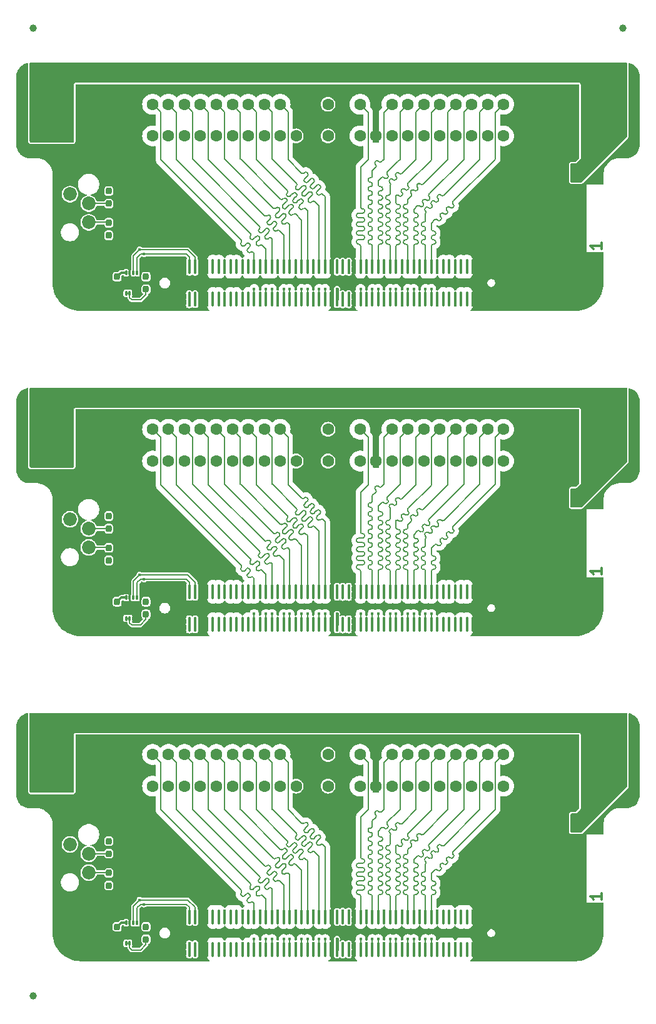
<source format=gtl>
G04 #@! TF.GenerationSoftware,KiCad,Pcbnew,8.0.6*
G04 #@! TF.CreationDate,2024-11-07T02:26:39-08:00*
G04 #@! TF.ProjectId,hvd-50-ce-panel,6876642d-3530-42d6-9365-2d70616e656c,1*
G04 #@! TF.SameCoordinates,Original*
G04 #@! TF.FileFunction,Copper,L1,Top*
G04 #@! TF.FilePolarity,Positive*
%FSLAX46Y46*%
G04 Gerber Fmt 4.6, Leading zero omitted, Abs format (unit mm)*
G04 Created by KiCad (PCBNEW 8.0.6) date 2024-11-07 02:26:39*
%MOMM*%
%LPD*%
G01*
G04 APERTURE LIST*
G04 Aperture macros list*
%AMRoundRect*
0 Rectangle with rounded corners*
0 $1 Rounding radius*
0 $2 $3 $4 $5 $6 $7 $8 $9 X,Y pos of 4 corners*
0 Add a 4 corners polygon primitive as box body*
4,1,4,$2,$3,$4,$5,$6,$7,$8,$9,$2,$3,0*
0 Add four circle primitives for the rounded corners*
1,1,$1+$1,$2,$3*
1,1,$1+$1,$4,$5*
1,1,$1+$1,$6,$7*
1,1,$1+$1,$8,$9*
0 Add four rect primitives between the rounded corners*
20,1,$1+$1,$2,$3,$4,$5,0*
20,1,$1+$1,$4,$5,$6,$7,0*
20,1,$1+$1,$6,$7,$8,$9,0*
20,1,$1+$1,$8,$9,$2,$3,0*%
G04 Aperture macros list end*
%ADD10C,0.300000*%
G04 #@! TA.AperFunction,NonConductor*
%ADD11C,0.300000*%
G04 #@! TD*
G04 #@! TA.AperFunction,ComponentPad*
%ADD12C,1.600000*%
G04 #@! TD*
G04 #@! TA.AperFunction,ComponentPad*
%ADD13C,4.650000*%
G04 #@! TD*
G04 #@! TA.AperFunction,ComponentPad*
%ADD14C,1.850000*%
G04 #@! TD*
G04 #@! TA.AperFunction,SMDPad,CuDef*
%ADD15C,1.000000*%
G04 #@! TD*
G04 #@! TA.AperFunction,SMDPad,CuDef*
%ADD16RoundRect,0.200000X0.250000X0.200000X-0.250000X0.200000X-0.250000X-0.200000X0.250000X-0.200000X0*%
G04 #@! TD*
G04 #@! TA.AperFunction,SMDPad,CuDef*
%ADD17RoundRect,0.200000X0.200000X-0.250000X0.200000X0.250000X-0.200000X0.250000X-0.200000X-0.250000X0*%
G04 #@! TD*
G04 #@! TA.AperFunction,SMDPad,CuDef*
%ADD18RoundRect,0.200000X-0.200000X0.250000X-0.200000X-0.250000X0.200000X-0.250000X0.200000X0.250000X0*%
G04 #@! TD*
G04 #@! TA.AperFunction,ComponentPad*
%ADD19C,6.400000*%
G04 #@! TD*
G04 #@! TA.AperFunction,SMDPad,CuDef*
%ADD20RoundRect,0.200000X-0.250000X-0.200000X0.250000X-0.200000X0.250000X0.200000X-0.250000X0.200000X0*%
G04 #@! TD*
G04 #@! TA.AperFunction,SMDPad,CuDef*
%ADD21RoundRect,0.046875X0.103125X-0.253125X0.103125X0.253125X-0.103125X0.253125X-0.103125X-0.253125X0*%
G04 #@! TD*
G04 #@! TA.AperFunction,SMDPad,CuDef*
%ADD22RoundRect,0.250000X0.550000X-0.550000X0.550000X0.550000X-0.550000X0.550000X-0.550000X-0.550000X0*%
G04 #@! TD*
G04 #@! TA.AperFunction,SMDPad,CuDef*
%ADD23RoundRect,0.100000X0.100000X0.900000X-0.100000X0.900000X-0.100000X-0.900000X0.100000X-0.900000X0*%
G04 #@! TD*
G04 #@! TA.AperFunction,ViaPad*
%ADD24C,0.450000*%
G04 #@! TD*
G04 #@! TA.AperFunction,Conductor*
%ADD25C,0.300000*%
G04 #@! TD*
G04 #@! TA.AperFunction,Conductor*
%ADD26C,0.127500*%
G04 #@! TD*
G04 #@! TA.AperFunction,Conductor*
%ADD27C,0.400000*%
G04 #@! TD*
G04 #@! TA.AperFunction,Conductor*
%ADD28C,0.200000*%
G04 #@! TD*
G04 APERTURE END LIST*
D10*
D11*
X-5399172Y60430573D02*
X-5399172Y59573430D01*
X-5399172Y60002001D02*
X-6899172Y60002001D01*
X-6899172Y60002001D02*
X-6684886Y59859144D01*
X-6684886Y59859144D02*
X-6542029Y59716287D01*
X-6542029Y59716287D02*
X-6470600Y59573430D01*
D10*
D11*
X-5399172Y104430573D02*
X-5399172Y103573430D01*
X-5399172Y104002001D02*
X-6899172Y104002001D01*
X-6899172Y104002001D02*
X-6684886Y103859144D01*
X-6684886Y103859144D02*
X-6542029Y103716287D01*
X-6542029Y103716287D02*
X-6470600Y103573430D01*
D10*
D11*
X-5399172Y16430573D02*
X-5399172Y15573430D01*
X-5399172Y16002001D02*
X-6899172Y16002001D01*
X-6899172Y16002001D02*
X-6684886Y15859144D01*
X-6684886Y15859144D02*
X-6542029Y15716287D01*
X-6542029Y15716287D02*
X-6470600Y15573430D01*
D12*
G04 #@! TO.P,J5,1,Pin_1*
G04 #@! TO.N,Board_2-GND*
X-68320000Y30902000D03*
G04 #@! TO.P,J5,2,Pin_2*
G04 #@! TO.N,Board_2-/CON.DB0+*
X-66160000Y30902000D03*
G04 #@! TO.P,J5,3,Pin_3*
G04 #@! TO.N,Board_2-/CON.DB1+*
X-64000000Y30902000D03*
G04 #@! TO.P,J5,4,Pin_4*
G04 #@! TO.N,Board_2-/CON.DB2+*
X-61840000Y30902000D03*
G04 #@! TO.P,J5,5,Pin_5*
G04 #@! TO.N,Board_2-/CON.DB3+*
X-59680000Y30902000D03*
G04 #@! TO.P,J5,6,Pin_6*
G04 #@! TO.N,Board_2-/CON.DB4+*
X-57520000Y30902000D03*
G04 #@! TO.P,J5,7,Pin_7*
G04 #@! TO.N,Board_2-/CON.DB5+*
X-55360000Y30902000D03*
G04 #@! TO.P,J5,8,Pin_8*
G04 #@! TO.N,Board_2-/CON.DB6+*
X-53200000Y30902000D03*
G04 #@! TO.P,J5,9,Pin_9*
G04 #@! TO.N,Board_2-/CON.DB7+*
X-51040000Y30902000D03*
G04 #@! TO.P,J5,10,Pin_10*
G04 #@! TO.N,Board_2-/CON.DP0+*
X-48880000Y30902000D03*
G04 #@! TO.P,J5,11,Pin_11*
G04 #@! TO.N,Board_2-/CON.DIFFSENSE*
X-46720000Y30902000D03*
G04 #@! TO.P,J5,12,Pin_12*
G04 #@! TO.N,Board_2-GND*
X-44560000Y30902000D03*
G04 #@! TO.P,J5,13,Pin_13*
G04 #@! TO.N,Board_2-/CON.TERMPWR*
X-42400000Y30902000D03*
G04 #@! TO.P,J5,14,Pin_14*
G04 #@! TO.N,Board_2-GND*
X-40240000Y30902000D03*
G04 #@! TO.P,J5,15,Pin_15*
G04 #@! TO.N,Board_2-/CON.ATN+*
X-38080000Y30902000D03*
G04 #@! TO.P,J5,16,Pin_16*
G04 #@! TO.N,Board_2-GND*
X-35920000Y30902000D03*
G04 #@! TO.P,J5,17,Pin_17*
G04 #@! TO.N,Board_2-/CON.BSY+*
X-33760000Y30902000D03*
G04 #@! TO.P,J5,18,Pin_18*
G04 #@! TO.N,Board_2-/CON.ACK+*
X-31600000Y30902000D03*
G04 #@! TO.P,J5,19,Pin_19*
G04 #@! TO.N,Board_2-/CON.RST+*
X-29440000Y30902000D03*
G04 #@! TO.P,J5,20,Pin_20*
G04 #@! TO.N,Board_2-/CON.MSG+*
X-27280000Y30902000D03*
G04 #@! TO.P,J5,21,Pin_21*
G04 #@! TO.N,Board_2-/CON.SEL+*
X-25120000Y30902000D03*
G04 #@! TO.P,J5,22,Pin_22*
G04 #@! TO.N,Board_2-/CON.C{slash}D+*
X-22960000Y30902000D03*
G04 #@! TO.P,J5,23,Pin_23*
G04 #@! TO.N,Board_2-/CON.REQ+*
X-20800000Y30902000D03*
G04 #@! TO.P,J5,24,Pin_24*
G04 #@! TO.N,Board_2-/CON.I{slash}O+*
X-18640000Y30902000D03*
G04 #@! TO.P,J5,25,Pin_25*
G04 #@! TO.N,Board_2-GND*
X-16480000Y30902000D03*
G04 #@! TO.P,J5,26,Pin_26*
X-68320000Y35192000D03*
G04 #@! TO.P,J5,27,Pin_27*
G04 #@! TO.N,Board_2-/CON.DB0-*
X-66160000Y35192000D03*
G04 #@! TO.P,J5,28,Pin_28*
G04 #@! TO.N,Board_2-/CON.DB1-*
X-64000000Y35192000D03*
G04 #@! TO.P,J5,29,Pin_29*
G04 #@! TO.N,Board_2-/CON.DB2-*
X-61840000Y35192000D03*
G04 #@! TO.P,J5,30,Pin_30*
G04 #@! TO.N,Board_2-/CON.DB3-*
X-59680000Y35192000D03*
G04 #@! TO.P,J5,31,Pin_31*
G04 #@! TO.N,Board_2-/CON.DB4-*
X-57520000Y35192000D03*
G04 #@! TO.P,J5,32,Pin_32*
G04 #@! TO.N,Board_2-/CON.DB5-*
X-55360000Y35192000D03*
G04 #@! TO.P,J5,33,Pin_33*
G04 #@! TO.N,Board_2-/CON.DB6-*
X-53200000Y35192000D03*
G04 #@! TO.P,J5,34,Pin_34*
G04 #@! TO.N,Board_2-/CON.DB7-*
X-51040000Y35192000D03*
G04 #@! TO.P,J5,35,Pin_35*
G04 #@! TO.N,Board_2-/CON.DP0-*
X-48880000Y35192000D03*
G04 #@! TO.P,J5,36,Pin_36*
G04 #@! TO.N,Board_2-GND*
X-46720000Y35192000D03*
G04 #@! TO.P,J5,37,Pin_37*
X-44560000Y35192000D03*
G04 #@! TO.P,J5,38,Pin_38*
G04 #@! TO.N,Board_2-/CON.TERMPWR*
X-42400000Y35192000D03*
G04 #@! TO.P,J5,39,Pin_39*
G04 #@! TO.N,Board_2-GND*
X-40240000Y35192000D03*
G04 #@! TO.P,J5,40,Pin_40*
G04 #@! TO.N,Board_2-/CON.ATN-*
X-38080000Y35192000D03*
G04 #@! TO.P,J5,41,Pin_41*
G04 #@! TO.N,Board_2-GND*
X-35920000Y35192000D03*
G04 #@! TO.P,J5,42,Pin_42*
G04 #@! TO.N,Board_2-/CON.BSY-*
X-33760000Y35192000D03*
G04 #@! TO.P,J5,43,Pin_43*
G04 #@! TO.N,Board_2-/CON.ACK-*
X-31600000Y35192000D03*
G04 #@! TO.P,J5,44,Pin_44*
G04 #@! TO.N,Board_2-/CON.RST-*
X-29440000Y35192000D03*
G04 #@! TO.P,J5,45,Pin_45*
G04 #@! TO.N,Board_2-/CON.MSG-*
X-27280000Y35192000D03*
G04 #@! TO.P,J5,46,Pin_46*
G04 #@! TO.N,Board_2-/CON.SEL-*
X-25120000Y35192000D03*
G04 #@! TO.P,J5,47,Pin_47*
G04 #@! TO.N,Board_2-/CON.C{slash}D-*
X-22960000Y35192000D03*
G04 #@! TO.P,J5,48,Pin_48*
G04 #@! TO.N,Board_2-/CON.REQ-*
X-20800000Y35192000D03*
G04 #@! TO.P,J5,49,Pin_49*
G04 #@! TO.N,Board_2-/CON.I{slash}O-*
X-18640000Y35192000D03*
G04 #@! TO.P,J5,50,Pin_50*
G04 #@! TO.N,Board_2-GND*
X-16480000Y35192000D03*
D13*
G04 #@! TO.P,J5,SHIELD,SHIELD*
G04 #@! TO.N,Board_2-Net-(C2-Pad1)*
X-4975000Y33047000D03*
X-79825000Y33047000D03*
G04 #@! TD*
D14*
G04 #@! TO.P,J3,1,Pin_1*
G04 #@! TO.N,Board_2-+3V3*
X-77340000Y23012000D03*
G04 #@! TO.P,J3,2,Pin_2*
G04 #@! TO.N,Board_2-/PHY.ID_SDA*
X-74800000Y21742000D03*
G04 #@! TO.P,J3,3,Pin_3*
G04 #@! TO.N,Board_2-GND*
X-77340000Y20472000D03*
G04 #@! TO.P,J3,4,Pin_4*
G04 #@! TO.N,Board_2-/PHY.ID_SCL*
X-74800000Y19202000D03*
G04 #@! TD*
D15*
G04 #@! TO.P,KiKit_FID_T_1,*
G04 #@! TO.N,*
X-82300000Y133503500D03*
G04 #@! TD*
D16*
G04 #@! TO.P,C2,1*
G04 #@! TO.N,Board_0-Net-(C2-Pad1)*
X-8950000Y114587000D03*
G04 #@! TO.P,C2,2*
G04 #@! TO.N,Board_0-GND*
X-10650000Y114587000D03*
G04 #@! TD*
D17*
G04 #@! TO.P,R1,1*
G04 #@! TO.N,Board_2-Net-(U1-E0)*
X-67050000Y10152000D03*
G04 #@! TO.P,R1,2*
G04 #@! TO.N,Board_2-+3V3*
X-67050000Y11852000D03*
G04 #@! TD*
D15*
G04 #@! TO.P,KiKit_FID_T_2,*
G04 #@! TO.N,*
X-2500000Y133503500D03*
G04 #@! TD*
D18*
G04 #@! TO.P,R2,1*
G04 #@! TO.N,Board_2-+3V3*
X-72100000Y23452000D03*
G04 #@! TO.P,R2,2*
G04 #@! TO.N,Board_2-/PHY.ID_SDA*
X-72100000Y21752000D03*
G04 #@! TD*
D19*
G04 #@! TO.P,H3,1,1*
G04 #@! TO.N,Board_2-GND*
X-75900000Y11002000D03*
G04 #@! TD*
D14*
G04 #@! TO.P,J3,1,Pin_1*
G04 #@! TO.N,Board_0-+3V3*
X-77340000Y111012000D03*
G04 #@! TO.P,J3,2,Pin_2*
G04 #@! TO.N,Board_0-/PHY.ID_SDA*
X-74800000Y109742000D03*
G04 #@! TO.P,J3,3,Pin_3*
G04 #@! TO.N,Board_0-GND*
X-77340000Y108472000D03*
G04 #@! TO.P,J3,4,Pin_4*
G04 #@! TO.N,Board_0-/PHY.ID_SCL*
X-74800000Y107202000D03*
G04 #@! TD*
D17*
G04 #@! TO.P,R3,1*
G04 #@! TO.N,Board_2-+3V3*
X-72100000Y17452000D03*
G04 #@! TO.P,R3,2*
G04 #@! TO.N,Board_2-/PHY.ID_SCL*
X-72100000Y19152000D03*
G04 #@! TD*
D18*
G04 #@! TO.P,R2,1*
G04 #@! TO.N,Board_1-+3V3*
X-72100000Y67452000D03*
G04 #@! TO.P,R2,2*
G04 #@! TO.N,Board_1-/PHY.ID_SDA*
X-72100000Y65752000D03*
G04 #@! TD*
D17*
G04 #@! TO.P,R3,1*
G04 #@! TO.N,Board_1-+3V3*
X-72100000Y61452000D03*
G04 #@! TO.P,R3,2*
G04 #@! TO.N,Board_1-/PHY.ID_SCL*
X-72100000Y63152000D03*
G04 #@! TD*
G04 #@! TO.P,R1,1*
G04 #@! TO.N,Board_1-Net-(U1-E0)*
X-67050000Y54152000D03*
G04 #@! TO.P,R1,2*
G04 #@! TO.N,Board_1-+3V3*
X-67050000Y55852000D03*
G04 #@! TD*
D12*
G04 #@! TO.P,J5,1,Pin_1*
G04 #@! TO.N,Board_0-GND*
X-68320000Y118902000D03*
G04 #@! TO.P,J5,2,Pin_2*
G04 #@! TO.N,Board_0-/CON.DB0+*
X-66160000Y118902000D03*
G04 #@! TO.P,J5,3,Pin_3*
G04 #@! TO.N,Board_0-/CON.DB1+*
X-64000000Y118902000D03*
G04 #@! TO.P,J5,4,Pin_4*
G04 #@! TO.N,Board_0-/CON.DB2+*
X-61840000Y118902000D03*
G04 #@! TO.P,J5,5,Pin_5*
G04 #@! TO.N,Board_0-/CON.DB3+*
X-59680000Y118902000D03*
G04 #@! TO.P,J5,6,Pin_6*
G04 #@! TO.N,Board_0-/CON.DB4+*
X-57520000Y118902000D03*
G04 #@! TO.P,J5,7,Pin_7*
G04 #@! TO.N,Board_0-/CON.DB5+*
X-55360000Y118902000D03*
G04 #@! TO.P,J5,8,Pin_8*
G04 #@! TO.N,Board_0-/CON.DB6+*
X-53200000Y118902000D03*
G04 #@! TO.P,J5,9,Pin_9*
G04 #@! TO.N,Board_0-/CON.DB7+*
X-51040000Y118902000D03*
G04 #@! TO.P,J5,10,Pin_10*
G04 #@! TO.N,Board_0-/CON.DP0+*
X-48880000Y118902000D03*
G04 #@! TO.P,J5,11,Pin_11*
G04 #@! TO.N,Board_0-/CON.DIFFSENSE*
X-46720000Y118902000D03*
G04 #@! TO.P,J5,12,Pin_12*
G04 #@! TO.N,Board_0-GND*
X-44560000Y118902000D03*
G04 #@! TO.P,J5,13,Pin_13*
G04 #@! TO.N,Board_0-/CON.TERMPWR*
X-42400000Y118902000D03*
G04 #@! TO.P,J5,14,Pin_14*
G04 #@! TO.N,Board_0-GND*
X-40240000Y118902000D03*
G04 #@! TO.P,J5,15,Pin_15*
G04 #@! TO.N,Board_0-/CON.ATN+*
X-38080000Y118902000D03*
G04 #@! TO.P,J5,16,Pin_16*
G04 #@! TO.N,Board_0-GND*
X-35920000Y118902000D03*
G04 #@! TO.P,J5,17,Pin_17*
G04 #@! TO.N,Board_0-/CON.BSY+*
X-33760000Y118902000D03*
G04 #@! TO.P,J5,18,Pin_18*
G04 #@! TO.N,Board_0-/CON.ACK+*
X-31600000Y118902000D03*
G04 #@! TO.P,J5,19,Pin_19*
G04 #@! TO.N,Board_0-/CON.RST+*
X-29440000Y118902000D03*
G04 #@! TO.P,J5,20,Pin_20*
G04 #@! TO.N,Board_0-/CON.MSG+*
X-27280000Y118902000D03*
G04 #@! TO.P,J5,21,Pin_21*
G04 #@! TO.N,Board_0-/CON.SEL+*
X-25120000Y118902000D03*
G04 #@! TO.P,J5,22,Pin_22*
G04 #@! TO.N,Board_0-/CON.C{slash}D+*
X-22960000Y118902000D03*
G04 #@! TO.P,J5,23,Pin_23*
G04 #@! TO.N,Board_0-/CON.REQ+*
X-20800000Y118902000D03*
G04 #@! TO.P,J5,24,Pin_24*
G04 #@! TO.N,Board_0-/CON.I{slash}O+*
X-18640000Y118902000D03*
G04 #@! TO.P,J5,25,Pin_25*
G04 #@! TO.N,Board_0-GND*
X-16480000Y118902000D03*
G04 #@! TO.P,J5,26,Pin_26*
X-68320000Y123192000D03*
G04 #@! TO.P,J5,27,Pin_27*
G04 #@! TO.N,Board_0-/CON.DB0-*
X-66160000Y123192000D03*
G04 #@! TO.P,J5,28,Pin_28*
G04 #@! TO.N,Board_0-/CON.DB1-*
X-64000000Y123192000D03*
G04 #@! TO.P,J5,29,Pin_29*
G04 #@! TO.N,Board_0-/CON.DB2-*
X-61840000Y123192000D03*
G04 #@! TO.P,J5,30,Pin_30*
G04 #@! TO.N,Board_0-/CON.DB3-*
X-59680000Y123192000D03*
G04 #@! TO.P,J5,31,Pin_31*
G04 #@! TO.N,Board_0-/CON.DB4-*
X-57520000Y123192000D03*
G04 #@! TO.P,J5,32,Pin_32*
G04 #@! TO.N,Board_0-/CON.DB5-*
X-55360000Y123192000D03*
G04 #@! TO.P,J5,33,Pin_33*
G04 #@! TO.N,Board_0-/CON.DB6-*
X-53200000Y123192000D03*
G04 #@! TO.P,J5,34,Pin_34*
G04 #@! TO.N,Board_0-/CON.DB7-*
X-51040000Y123192000D03*
G04 #@! TO.P,J5,35,Pin_35*
G04 #@! TO.N,Board_0-/CON.DP0-*
X-48880000Y123192000D03*
G04 #@! TO.P,J5,36,Pin_36*
G04 #@! TO.N,Board_0-GND*
X-46720000Y123192000D03*
G04 #@! TO.P,J5,37,Pin_37*
X-44560000Y123192000D03*
G04 #@! TO.P,J5,38,Pin_38*
G04 #@! TO.N,Board_0-/CON.TERMPWR*
X-42400000Y123192000D03*
G04 #@! TO.P,J5,39,Pin_39*
G04 #@! TO.N,Board_0-GND*
X-40240000Y123192000D03*
G04 #@! TO.P,J5,40,Pin_40*
G04 #@! TO.N,Board_0-/CON.ATN-*
X-38080000Y123192000D03*
G04 #@! TO.P,J5,41,Pin_41*
G04 #@! TO.N,Board_0-GND*
X-35920000Y123192000D03*
G04 #@! TO.P,J5,42,Pin_42*
G04 #@! TO.N,Board_0-/CON.BSY-*
X-33760000Y123192000D03*
G04 #@! TO.P,J5,43,Pin_43*
G04 #@! TO.N,Board_0-/CON.ACK-*
X-31600000Y123192000D03*
G04 #@! TO.P,J5,44,Pin_44*
G04 #@! TO.N,Board_0-/CON.RST-*
X-29440000Y123192000D03*
G04 #@! TO.P,J5,45,Pin_45*
G04 #@! TO.N,Board_0-/CON.MSG-*
X-27280000Y123192000D03*
G04 #@! TO.P,J5,46,Pin_46*
G04 #@! TO.N,Board_0-/CON.SEL-*
X-25120000Y123192000D03*
G04 #@! TO.P,J5,47,Pin_47*
G04 #@! TO.N,Board_0-/CON.C{slash}D-*
X-22960000Y123192000D03*
G04 #@! TO.P,J5,48,Pin_48*
G04 #@! TO.N,Board_0-/CON.REQ-*
X-20800000Y123192000D03*
G04 #@! TO.P,J5,49,Pin_49*
G04 #@! TO.N,Board_0-/CON.I{slash}O-*
X-18640000Y123192000D03*
G04 #@! TO.P,J5,50,Pin_50*
G04 #@! TO.N,Board_0-GND*
X-16480000Y123192000D03*
D13*
G04 #@! TO.P,J5,SHIELD,SHIELD*
G04 #@! TO.N,Board_0-Net-(C2-Pad1)*
X-4975000Y121047000D03*
X-79825000Y121047000D03*
G04 #@! TD*
D20*
G04 #@! TO.P,R4,1*
G04 #@! TO.N,Board_2-GND*
X-10650000Y25202000D03*
G04 #@! TO.P,R4,2*
G04 #@! TO.N,Board_2-Net-(C2-Pad1)*
X-8950000Y25202000D03*
G04 #@! TD*
D19*
G04 #@! TO.P,H3,1,1*
G04 #@! TO.N,Board_1-GND*
X-75900000Y55002000D03*
G04 #@! TD*
D21*
G04 #@! TO.P,U1,1,E0*
G04 #@! TO.N,Board_2-Net-(U1-E0)*
X-69750001Y9602000D03*
G04 #@! TO.P,U1,2,E1*
X-69250000Y9602000D03*
G04 #@! TO.P,U1,3,E2*
G04 #@! TO.N,Board_2-GND*
X-68750000Y9602000D03*
G04 #@! TO.P,U1,4,VSS*
X-68249999Y9602000D03*
G04 #@! TO.P,U1,5,SDA*
G04 #@! TO.N,Board_2-/PHY.ID_SDA*
X-68249999Y12402000D03*
G04 #@! TO.P,U1,6,SCL*
G04 #@! TO.N,Board_2-/PHY.ID_SCL*
X-68750000Y12402000D03*
G04 #@! TO.P,U1,7,~{WC}*
G04 #@! TO.N,Board_2-GND*
X-69250000Y12402000D03*
G04 #@! TO.P,U1,8,VCC*
G04 #@! TO.N,Board_2-+3V3*
X-69750001Y12402000D03*
D22*
G04 #@! TO.P,U1,EP,VSS*
G04 #@! TO.N,Board_2-GND*
X-69000000Y11002000D03*
G04 #@! TD*
D19*
G04 #@! TO.P,H4,1,1*
G04 #@! TO.N,Board_1-GND*
X-8900000Y55002000D03*
G04 #@! TD*
D14*
G04 #@! TO.P,J3,1,Pin_1*
G04 #@! TO.N,Board_1-+3V3*
X-77340000Y67012000D03*
G04 #@! TO.P,J3,2,Pin_2*
G04 #@! TO.N,Board_1-/PHY.ID_SDA*
X-74800000Y65742000D03*
G04 #@! TO.P,J3,3,Pin_3*
G04 #@! TO.N,Board_1-GND*
X-77340000Y64472000D03*
G04 #@! TO.P,J3,4,Pin_4*
G04 #@! TO.N,Board_1-/PHY.ID_SCL*
X-74800000Y63202000D03*
G04 #@! TD*
D19*
G04 #@! TO.P,H4,1,1*
G04 #@! TO.N,Board_2-GND*
X-8900000Y11002000D03*
G04 #@! TD*
D21*
G04 #@! TO.P,U1,1,E0*
G04 #@! TO.N,Board_1-Net-(U1-E0)*
X-69750001Y53602000D03*
G04 #@! TO.P,U1,2,E1*
X-69250000Y53602000D03*
G04 #@! TO.P,U1,3,E2*
G04 #@! TO.N,Board_1-GND*
X-68750000Y53602000D03*
G04 #@! TO.P,U1,4,VSS*
X-68249999Y53602000D03*
G04 #@! TO.P,U1,5,SDA*
G04 #@! TO.N,Board_1-/PHY.ID_SDA*
X-68249999Y56402000D03*
G04 #@! TO.P,U1,6,SCL*
G04 #@! TO.N,Board_1-/PHY.ID_SCL*
X-68750000Y56402000D03*
G04 #@! TO.P,U1,7,~{WC}*
G04 #@! TO.N,Board_1-GND*
X-69250000Y56402000D03*
G04 #@! TO.P,U1,8,VCC*
G04 #@! TO.N,Board_1-+3V3*
X-69750001Y56402000D03*
D22*
G04 #@! TO.P,U1,EP,VSS*
G04 #@! TO.N,Board_1-GND*
X-69000000Y55002000D03*
G04 #@! TD*
D23*
G04 #@! TO.P,J1,1,Pin_1*
G04 #@! TO.N,Board_1-GND*
X-62000000Y52802000D03*
G04 #@! TO.P,J1,2,Pin_2*
X-62000000Y57202000D03*
G04 #@! TO.P,J1,3,Pin_3*
G04 #@! TO.N,Board_1-+3V3*
X-61200000Y52802000D03*
G04 #@! TO.P,J1,4,Pin_4*
G04 #@! TO.N,Board_1-/PHY.ID_SDA*
X-61200000Y57202000D03*
G04 #@! TO.P,J1,5,Pin_5*
G04 #@! TO.N,Board_1-unconnected-(J1-Pin_5-Pad5)*
X-60400000Y52802000D03*
G04 #@! TO.P,J1,6,Pin_6*
G04 #@! TO.N,Board_1-/PHY.ID_SCL*
X-60400000Y57202000D03*
G04 #@! TO.P,J1,7,Pin_7*
G04 #@! TO.N,Board_1-GND*
X-59600000Y52802000D03*
G04 #@! TO.P,J1,8,Pin_8*
X-59600000Y57202000D03*
G04 #@! TO.P,J1,9,Pin_9*
X-58800000Y52802000D03*
G04 #@! TO.P,J1,10,Pin_10*
X-58800000Y57202000D03*
G04 #@! TO.P,J1,11,Pin_11*
G04 #@! TO.N,Board_1-/CON.DB12+*
X-58000000Y52802000D03*
G04 #@! TO.P,J1,12,Pin_12*
G04 #@! TO.N,Board_1-/CON.DB12-*
X-58000000Y57202000D03*
G04 #@! TO.P,J1,13,Pin_13*
G04 #@! TO.N,Board_1-/CON.DB13+*
X-57200000Y52802000D03*
G04 #@! TO.P,J1,14,Pin_14*
G04 #@! TO.N,Board_1-/CON.DB13-*
X-57200000Y57202000D03*
G04 #@! TO.P,J1,15,Pin_15*
G04 #@! TO.N,Board_1-GND*
X-56400000Y52802000D03*
G04 #@! TO.P,J1,16,Pin_16*
X-56400000Y57202000D03*
G04 #@! TO.P,J1,17,Pin_17*
G04 #@! TO.N,Board_1-/CON.DB14+*
X-55600000Y52802000D03*
G04 #@! TO.P,J1,18,Pin_18*
G04 #@! TO.N,Board_1-/CON.DB14-*
X-55600000Y57202000D03*
G04 #@! TO.P,J1,19,Pin_19*
G04 #@! TO.N,Board_1-/CON.DB15+*
X-54800000Y52802000D03*
G04 #@! TO.P,J1,20,Pin_20*
G04 #@! TO.N,Board_1-/CON.DB15-*
X-54800000Y57202000D03*
G04 #@! TO.P,J1,21,Pin_21*
G04 #@! TO.N,Board_1-GND*
X-54000000Y52802000D03*
G04 #@! TO.P,J1,22,Pin_22*
X-54000000Y57202000D03*
G04 #@! TO.P,J1,23,Pin_23*
G04 #@! TO.N,Board_1-/CON.DP1+*
X-53200000Y52802000D03*
G04 #@! TO.P,J1,24,Pin_24*
G04 #@! TO.N,Board_1-/CON.DP1-*
X-53200000Y57202000D03*
G04 #@! TO.P,J1,25,Pin_25*
G04 #@! TO.N,Board_1-/CON.DB0+*
X-52400000Y52802000D03*
G04 #@! TO.P,J1,26,Pin_26*
G04 #@! TO.N,Board_1-/CON.DB0-*
X-52400000Y57202000D03*
G04 #@! TO.P,J1,27,Pin_27*
G04 #@! TO.N,Board_1-GND*
X-51600000Y52802000D03*
G04 #@! TO.P,J1,28,Pin_28*
X-51600000Y57202000D03*
G04 #@! TO.P,J1,29,Pin_29*
G04 #@! TO.N,Board_1-/CON.DB1+*
X-50800000Y52802000D03*
G04 #@! TO.P,J1,30,Pin_30*
G04 #@! TO.N,Board_1-/CON.DB1-*
X-50800000Y57202000D03*
G04 #@! TO.P,J1,31,Pin_31*
G04 #@! TO.N,Board_1-/CON.DB2+*
X-50000000Y52802000D03*
G04 #@! TO.P,J1,32,Pin_32*
G04 #@! TO.N,Board_1-/CON.DB2-*
X-50000000Y57202000D03*
G04 #@! TO.P,J1,33,Pin_33*
G04 #@! TO.N,Board_1-GND*
X-49200000Y52802000D03*
G04 #@! TO.P,J1,34,Pin_34*
X-49200000Y57202000D03*
G04 #@! TO.P,J1,35,Pin_35*
G04 #@! TO.N,Board_1-/CON.DB3+*
X-48400000Y52802000D03*
G04 #@! TO.P,J1,36,Pin_36*
G04 #@! TO.N,Board_1-/CON.DB3-*
X-48400000Y57202000D03*
G04 #@! TO.P,J1,37,Pin_37*
G04 #@! TO.N,Board_1-/CON.DB4+*
X-47600000Y52802000D03*
G04 #@! TO.P,J1,38,Pin_38*
G04 #@! TO.N,Board_1-/CON.DB4-*
X-47600000Y57202000D03*
G04 #@! TO.P,J1,39,Pin_39*
G04 #@! TO.N,Board_1-GND*
X-46800000Y52802000D03*
G04 #@! TO.P,J1,40,Pin_40*
X-46800000Y57202000D03*
G04 #@! TO.P,J1,41,Pin_41*
G04 #@! TO.N,Board_1-/CON.DB5+*
X-46000000Y52802000D03*
G04 #@! TO.P,J1,42,Pin_42*
G04 #@! TO.N,Board_1-/CON.DB5-*
X-46000000Y57202000D03*
G04 #@! TO.P,J1,43,Pin_43*
G04 #@! TO.N,Board_1-/CON.DB6+*
X-45200000Y52802000D03*
G04 #@! TO.P,J1,44,Pin_44*
G04 #@! TO.N,Board_1-/CON.DB6-*
X-45200000Y57202000D03*
G04 #@! TO.P,J1,45,Pin_45*
G04 #@! TO.N,Board_1-GND*
X-44400000Y52802000D03*
G04 #@! TO.P,J1,46,Pin_46*
X-44400000Y57202000D03*
G04 #@! TO.P,J1,47,Pin_47*
G04 #@! TO.N,Board_1-/CON.DB7+*
X-43600000Y52802000D03*
G04 #@! TO.P,J1,48,Pin_48*
G04 #@! TO.N,Board_1-/CON.DB7-*
X-43600000Y57202000D03*
G04 #@! TO.P,J1,49,Pin_49*
G04 #@! TO.N,Board_1-/CON.DP0+*
X-42800000Y52802000D03*
G04 #@! TO.P,J1,50,Pin_50*
G04 #@! TO.N,Board_1-/CON.DP0-*
X-42800000Y57202000D03*
G04 #@! TO.P,J1,51,Pin_51*
G04 #@! TO.N,Board_1-GND*
X-42000000Y52802000D03*
G04 #@! TO.P,J1,52,Pin_52*
X-42000000Y57202000D03*
G04 #@! TO.P,J1,53,Pin_53*
G04 #@! TO.N,Board_1-/CON.DIFFSENSE*
X-41200000Y52802000D03*
G04 #@! TO.P,J1,54,Pin_54*
G04 #@! TO.N,Board_1-unconnected-(J1-Pin_54-Pad54)*
X-41200000Y57202000D03*
G04 #@! TO.P,J1,55,Pin_55*
G04 #@! TO.N,Board_1-/CON.TERMPWR*
X-40400000Y52802000D03*
G04 #@! TO.P,J1,56,Pin_56*
X-40400000Y57202000D03*
G04 #@! TO.P,J1,57,Pin_57*
X-39600000Y52802000D03*
G04 #@! TO.P,J1,58,Pin_58*
X-39600000Y57202000D03*
G04 #@! TO.P,J1,59,Pin_59*
G04 #@! TO.N,Board_1-GND*
X-38800000Y52802000D03*
G04 #@! TO.P,J1,60,Pin_60*
X-38800000Y57202000D03*
G04 #@! TO.P,J1,61,Pin_61*
G04 #@! TO.N,Board_1-/CON.ATN+*
X-38000000Y52802000D03*
G04 #@! TO.P,J1,62,Pin_62*
G04 #@! TO.N,Board_1-/CON.ATN-*
X-38000000Y57202000D03*
G04 #@! TO.P,J1,63,Pin_63*
G04 #@! TO.N,Board_1-GND*
X-37200000Y52802000D03*
G04 #@! TO.P,J1,64,Pin_64*
X-37200000Y57202000D03*
G04 #@! TO.P,J1,65,Pin_65*
G04 #@! TO.N,Board_1-/CON.BSY+*
X-36400000Y52802000D03*
G04 #@! TO.P,J1,66,Pin_66*
G04 #@! TO.N,Board_1-/CON.BSY-*
X-36400000Y57202000D03*
G04 #@! TO.P,J1,67,Pin_67*
G04 #@! TO.N,Board_1-/CON.ACK+*
X-35600000Y52802000D03*
G04 #@! TO.P,J1,68,Pin_68*
G04 #@! TO.N,Board_1-/CON.ACK-*
X-35600000Y57202000D03*
G04 #@! TO.P,J1,69,Pin_69*
G04 #@! TO.N,Board_1-GND*
X-34800000Y52802000D03*
G04 #@! TO.P,J1,70,Pin_70*
X-34800000Y57202000D03*
G04 #@! TO.P,J1,71,Pin_71*
G04 #@! TO.N,Board_1-/CON.RST+*
X-34000000Y52802000D03*
G04 #@! TO.P,J1,72,Pin_72*
G04 #@! TO.N,Board_1-/CON.RST-*
X-34000000Y57202000D03*
G04 #@! TO.P,J1,73,Pin_73*
G04 #@! TO.N,Board_1-/CON.MSG+*
X-33200000Y52802000D03*
G04 #@! TO.P,J1,74,Pin_74*
G04 #@! TO.N,Board_1-/CON.MSG-*
X-33200000Y57202000D03*
G04 #@! TO.P,J1,75,Pin_75*
G04 #@! TO.N,Board_1-GND*
X-32400000Y52802000D03*
G04 #@! TO.P,J1,76,Pin_76*
X-32400000Y57202000D03*
G04 #@! TO.P,J1,77,Pin_77*
G04 #@! TO.N,Board_1-/CON.SEL+*
X-31600000Y52802000D03*
G04 #@! TO.P,J1,78,Pin_78*
G04 #@! TO.N,Board_1-/CON.SEL-*
X-31600000Y57202000D03*
G04 #@! TO.P,J1,79,Pin_79*
G04 #@! TO.N,Board_1-/CON.C{slash}D+*
X-30800000Y52802000D03*
G04 #@! TO.P,J1,80,Pin_80*
G04 #@! TO.N,Board_1-/CON.C{slash}D-*
X-30800000Y57202000D03*
G04 #@! TO.P,J1,81,Pin_81*
G04 #@! TO.N,Board_1-GND*
X-30000000Y52802000D03*
G04 #@! TO.P,J1,82,Pin_82*
X-30000000Y57202000D03*
G04 #@! TO.P,J1,83,Pin_83*
G04 #@! TO.N,Board_1-/CON.REQ+*
X-29200000Y52802000D03*
G04 #@! TO.P,J1,84,Pin_84*
G04 #@! TO.N,Board_1-/CON.REQ-*
X-29200000Y57202000D03*
G04 #@! TO.P,J1,85,Pin_85*
G04 #@! TO.N,Board_1-/CON.I{slash}O+*
X-28400000Y52802000D03*
G04 #@! TO.P,J1,86,Pin_86*
G04 #@! TO.N,Board_1-/CON.I{slash}O-*
X-28400000Y57202000D03*
G04 #@! TO.P,J1,87,Pin_87*
G04 #@! TO.N,Board_1-GND*
X-27600000Y52802000D03*
G04 #@! TO.P,J1,88,Pin_88*
X-27600000Y57202000D03*
G04 #@! TO.P,J1,89,Pin_89*
G04 #@! TO.N,Board_1-/CON.DB8+*
X-26800000Y52802000D03*
G04 #@! TO.P,J1,90,Pin_90*
G04 #@! TO.N,Board_1-/CON.DB8-*
X-26800000Y57202000D03*
G04 #@! TO.P,J1,91,Pin_91*
G04 #@! TO.N,Board_1-/CON.DB9+*
X-26000000Y52802000D03*
G04 #@! TO.P,J1,92,Pin_92*
G04 #@! TO.N,Board_1-/CON.DB9-*
X-26000000Y57202000D03*
G04 #@! TO.P,J1,93,Pin_93*
G04 #@! TO.N,Board_1-GND*
X-25200000Y52802000D03*
G04 #@! TO.P,J1,94,Pin_94*
X-25200000Y57202000D03*
G04 #@! TO.P,J1,95,Pin_95*
G04 #@! TO.N,Board_1-/CON.DB10+*
X-24400000Y52802000D03*
G04 #@! TO.P,J1,96,Pin_96*
G04 #@! TO.N,Board_1-/CON.DB10-*
X-24400000Y57202000D03*
G04 #@! TO.P,J1,97,Pin_97*
G04 #@! TO.N,Board_1-/CON.DB11+*
X-23600000Y52802000D03*
G04 #@! TO.P,J1,98,Pin_98*
G04 #@! TO.N,Board_1-/CON.DB11-*
X-23600000Y57202000D03*
G04 #@! TO.P,J1,99,Pin_99*
G04 #@! TO.N,Board_1-GND*
X-22800000Y52802000D03*
G04 #@! TO.P,J1,100,Pin_100*
X-22800000Y57202000D03*
G04 #@! TD*
D15*
G04 #@! TO.P,KiKit_FID_T_3,*
G04 #@! TO.N,*
X-82300000Y2500000D03*
G04 #@! TD*
D23*
G04 #@! TO.P,J1,1,Pin_1*
G04 #@! TO.N,Board_0-GND*
X-62000000Y96802000D03*
G04 #@! TO.P,J1,2,Pin_2*
X-62000000Y101202000D03*
G04 #@! TO.P,J1,3,Pin_3*
G04 #@! TO.N,Board_0-+3V3*
X-61200000Y96802000D03*
G04 #@! TO.P,J1,4,Pin_4*
G04 #@! TO.N,Board_0-/PHY.ID_SDA*
X-61200000Y101202000D03*
G04 #@! TO.P,J1,5,Pin_5*
G04 #@! TO.N,Board_0-unconnected-(J1-Pin_5-Pad5)*
X-60400000Y96802000D03*
G04 #@! TO.P,J1,6,Pin_6*
G04 #@! TO.N,Board_0-/PHY.ID_SCL*
X-60400000Y101202000D03*
G04 #@! TO.P,J1,7,Pin_7*
G04 #@! TO.N,Board_0-GND*
X-59600000Y96802000D03*
G04 #@! TO.P,J1,8,Pin_8*
X-59600000Y101202000D03*
G04 #@! TO.P,J1,9,Pin_9*
X-58800000Y96802000D03*
G04 #@! TO.P,J1,10,Pin_10*
X-58800000Y101202000D03*
G04 #@! TO.P,J1,11,Pin_11*
G04 #@! TO.N,Board_0-/CON.DB12+*
X-58000000Y96802000D03*
G04 #@! TO.P,J1,12,Pin_12*
G04 #@! TO.N,Board_0-/CON.DB12-*
X-58000000Y101202000D03*
G04 #@! TO.P,J1,13,Pin_13*
G04 #@! TO.N,Board_0-/CON.DB13+*
X-57200000Y96802000D03*
G04 #@! TO.P,J1,14,Pin_14*
G04 #@! TO.N,Board_0-/CON.DB13-*
X-57200000Y101202000D03*
G04 #@! TO.P,J1,15,Pin_15*
G04 #@! TO.N,Board_0-GND*
X-56400000Y96802000D03*
G04 #@! TO.P,J1,16,Pin_16*
X-56400000Y101202000D03*
G04 #@! TO.P,J1,17,Pin_17*
G04 #@! TO.N,Board_0-/CON.DB14+*
X-55600000Y96802000D03*
G04 #@! TO.P,J1,18,Pin_18*
G04 #@! TO.N,Board_0-/CON.DB14-*
X-55600000Y101202000D03*
G04 #@! TO.P,J1,19,Pin_19*
G04 #@! TO.N,Board_0-/CON.DB15+*
X-54800000Y96802000D03*
G04 #@! TO.P,J1,20,Pin_20*
G04 #@! TO.N,Board_0-/CON.DB15-*
X-54800000Y101202000D03*
G04 #@! TO.P,J1,21,Pin_21*
G04 #@! TO.N,Board_0-GND*
X-54000000Y96802000D03*
G04 #@! TO.P,J1,22,Pin_22*
X-54000000Y101202000D03*
G04 #@! TO.P,J1,23,Pin_23*
G04 #@! TO.N,Board_0-/CON.DP1+*
X-53200000Y96802000D03*
G04 #@! TO.P,J1,24,Pin_24*
G04 #@! TO.N,Board_0-/CON.DP1-*
X-53200000Y101202000D03*
G04 #@! TO.P,J1,25,Pin_25*
G04 #@! TO.N,Board_0-/CON.DB0+*
X-52400000Y96802000D03*
G04 #@! TO.P,J1,26,Pin_26*
G04 #@! TO.N,Board_0-/CON.DB0-*
X-52400000Y101202000D03*
G04 #@! TO.P,J1,27,Pin_27*
G04 #@! TO.N,Board_0-GND*
X-51600000Y96802000D03*
G04 #@! TO.P,J1,28,Pin_28*
X-51600000Y101202000D03*
G04 #@! TO.P,J1,29,Pin_29*
G04 #@! TO.N,Board_0-/CON.DB1+*
X-50800000Y96802000D03*
G04 #@! TO.P,J1,30,Pin_30*
G04 #@! TO.N,Board_0-/CON.DB1-*
X-50800000Y101202000D03*
G04 #@! TO.P,J1,31,Pin_31*
G04 #@! TO.N,Board_0-/CON.DB2+*
X-50000000Y96802000D03*
G04 #@! TO.P,J1,32,Pin_32*
G04 #@! TO.N,Board_0-/CON.DB2-*
X-50000000Y101202000D03*
G04 #@! TO.P,J1,33,Pin_33*
G04 #@! TO.N,Board_0-GND*
X-49200000Y96802000D03*
G04 #@! TO.P,J1,34,Pin_34*
X-49200000Y101202000D03*
G04 #@! TO.P,J1,35,Pin_35*
G04 #@! TO.N,Board_0-/CON.DB3+*
X-48400000Y96802000D03*
G04 #@! TO.P,J1,36,Pin_36*
G04 #@! TO.N,Board_0-/CON.DB3-*
X-48400000Y101202000D03*
G04 #@! TO.P,J1,37,Pin_37*
G04 #@! TO.N,Board_0-/CON.DB4+*
X-47600000Y96802000D03*
G04 #@! TO.P,J1,38,Pin_38*
G04 #@! TO.N,Board_0-/CON.DB4-*
X-47600000Y101202000D03*
G04 #@! TO.P,J1,39,Pin_39*
G04 #@! TO.N,Board_0-GND*
X-46800000Y96802000D03*
G04 #@! TO.P,J1,40,Pin_40*
X-46800000Y101202000D03*
G04 #@! TO.P,J1,41,Pin_41*
G04 #@! TO.N,Board_0-/CON.DB5+*
X-46000000Y96802000D03*
G04 #@! TO.P,J1,42,Pin_42*
G04 #@! TO.N,Board_0-/CON.DB5-*
X-46000000Y101202000D03*
G04 #@! TO.P,J1,43,Pin_43*
G04 #@! TO.N,Board_0-/CON.DB6+*
X-45200000Y96802000D03*
G04 #@! TO.P,J1,44,Pin_44*
G04 #@! TO.N,Board_0-/CON.DB6-*
X-45200000Y101202000D03*
G04 #@! TO.P,J1,45,Pin_45*
G04 #@! TO.N,Board_0-GND*
X-44400000Y96802000D03*
G04 #@! TO.P,J1,46,Pin_46*
X-44400000Y101202000D03*
G04 #@! TO.P,J1,47,Pin_47*
G04 #@! TO.N,Board_0-/CON.DB7+*
X-43600000Y96802000D03*
G04 #@! TO.P,J1,48,Pin_48*
G04 #@! TO.N,Board_0-/CON.DB7-*
X-43600000Y101202000D03*
G04 #@! TO.P,J1,49,Pin_49*
G04 #@! TO.N,Board_0-/CON.DP0+*
X-42800000Y96802000D03*
G04 #@! TO.P,J1,50,Pin_50*
G04 #@! TO.N,Board_0-/CON.DP0-*
X-42800000Y101202000D03*
G04 #@! TO.P,J1,51,Pin_51*
G04 #@! TO.N,Board_0-GND*
X-42000000Y96802000D03*
G04 #@! TO.P,J1,52,Pin_52*
X-42000000Y101202000D03*
G04 #@! TO.P,J1,53,Pin_53*
G04 #@! TO.N,Board_0-/CON.DIFFSENSE*
X-41200000Y96802000D03*
G04 #@! TO.P,J1,54,Pin_54*
G04 #@! TO.N,Board_0-unconnected-(J1-Pin_54-Pad54)*
X-41200000Y101202000D03*
G04 #@! TO.P,J1,55,Pin_55*
G04 #@! TO.N,Board_0-/CON.TERMPWR*
X-40400000Y96802000D03*
G04 #@! TO.P,J1,56,Pin_56*
X-40400000Y101202000D03*
G04 #@! TO.P,J1,57,Pin_57*
X-39600000Y96802000D03*
G04 #@! TO.P,J1,58,Pin_58*
X-39600000Y101202000D03*
G04 #@! TO.P,J1,59,Pin_59*
G04 #@! TO.N,Board_0-GND*
X-38800000Y96802000D03*
G04 #@! TO.P,J1,60,Pin_60*
X-38800000Y101202000D03*
G04 #@! TO.P,J1,61,Pin_61*
G04 #@! TO.N,Board_0-/CON.ATN+*
X-38000000Y96802000D03*
G04 #@! TO.P,J1,62,Pin_62*
G04 #@! TO.N,Board_0-/CON.ATN-*
X-38000000Y101202000D03*
G04 #@! TO.P,J1,63,Pin_63*
G04 #@! TO.N,Board_0-GND*
X-37200000Y96802000D03*
G04 #@! TO.P,J1,64,Pin_64*
X-37200000Y101202000D03*
G04 #@! TO.P,J1,65,Pin_65*
G04 #@! TO.N,Board_0-/CON.BSY+*
X-36400000Y96802000D03*
G04 #@! TO.P,J1,66,Pin_66*
G04 #@! TO.N,Board_0-/CON.BSY-*
X-36400000Y101202000D03*
G04 #@! TO.P,J1,67,Pin_67*
G04 #@! TO.N,Board_0-/CON.ACK+*
X-35600000Y96802000D03*
G04 #@! TO.P,J1,68,Pin_68*
G04 #@! TO.N,Board_0-/CON.ACK-*
X-35600000Y101202000D03*
G04 #@! TO.P,J1,69,Pin_69*
G04 #@! TO.N,Board_0-GND*
X-34800000Y96802000D03*
G04 #@! TO.P,J1,70,Pin_70*
X-34800000Y101202000D03*
G04 #@! TO.P,J1,71,Pin_71*
G04 #@! TO.N,Board_0-/CON.RST+*
X-34000000Y96802000D03*
G04 #@! TO.P,J1,72,Pin_72*
G04 #@! TO.N,Board_0-/CON.RST-*
X-34000000Y101202000D03*
G04 #@! TO.P,J1,73,Pin_73*
G04 #@! TO.N,Board_0-/CON.MSG+*
X-33200000Y96802000D03*
G04 #@! TO.P,J1,74,Pin_74*
G04 #@! TO.N,Board_0-/CON.MSG-*
X-33200000Y101202000D03*
G04 #@! TO.P,J1,75,Pin_75*
G04 #@! TO.N,Board_0-GND*
X-32400000Y96802000D03*
G04 #@! TO.P,J1,76,Pin_76*
X-32400000Y101202000D03*
G04 #@! TO.P,J1,77,Pin_77*
G04 #@! TO.N,Board_0-/CON.SEL+*
X-31600000Y96802000D03*
G04 #@! TO.P,J1,78,Pin_78*
G04 #@! TO.N,Board_0-/CON.SEL-*
X-31600000Y101202000D03*
G04 #@! TO.P,J1,79,Pin_79*
G04 #@! TO.N,Board_0-/CON.C{slash}D+*
X-30800000Y96802000D03*
G04 #@! TO.P,J1,80,Pin_80*
G04 #@! TO.N,Board_0-/CON.C{slash}D-*
X-30800000Y101202000D03*
G04 #@! TO.P,J1,81,Pin_81*
G04 #@! TO.N,Board_0-GND*
X-30000000Y96802000D03*
G04 #@! TO.P,J1,82,Pin_82*
X-30000000Y101202000D03*
G04 #@! TO.P,J1,83,Pin_83*
G04 #@! TO.N,Board_0-/CON.REQ+*
X-29200000Y96802000D03*
G04 #@! TO.P,J1,84,Pin_84*
G04 #@! TO.N,Board_0-/CON.REQ-*
X-29200000Y101202000D03*
G04 #@! TO.P,J1,85,Pin_85*
G04 #@! TO.N,Board_0-/CON.I{slash}O+*
X-28400000Y96802000D03*
G04 #@! TO.P,J1,86,Pin_86*
G04 #@! TO.N,Board_0-/CON.I{slash}O-*
X-28400000Y101202000D03*
G04 #@! TO.P,J1,87,Pin_87*
G04 #@! TO.N,Board_0-GND*
X-27600000Y96802000D03*
G04 #@! TO.P,J1,88,Pin_88*
X-27600000Y101202000D03*
G04 #@! TO.P,J1,89,Pin_89*
G04 #@! TO.N,Board_0-/CON.DB8+*
X-26800000Y96802000D03*
G04 #@! TO.P,J1,90,Pin_90*
G04 #@! TO.N,Board_0-/CON.DB8-*
X-26800000Y101202000D03*
G04 #@! TO.P,J1,91,Pin_91*
G04 #@! TO.N,Board_0-/CON.DB9+*
X-26000000Y96802000D03*
G04 #@! TO.P,J1,92,Pin_92*
G04 #@! TO.N,Board_0-/CON.DB9-*
X-26000000Y101202000D03*
G04 #@! TO.P,J1,93,Pin_93*
G04 #@! TO.N,Board_0-GND*
X-25200000Y96802000D03*
G04 #@! TO.P,J1,94,Pin_94*
X-25200000Y101202000D03*
G04 #@! TO.P,J1,95,Pin_95*
G04 #@! TO.N,Board_0-/CON.DB10+*
X-24400000Y96802000D03*
G04 #@! TO.P,J1,96,Pin_96*
G04 #@! TO.N,Board_0-/CON.DB10-*
X-24400000Y101202000D03*
G04 #@! TO.P,J1,97,Pin_97*
G04 #@! TO.N,Board_0-/CON.DB11+*
X-23600000Y96802000D03*
G04 #@! TO.P,J1,98,Pin_98*
G04 #@! TO.N,Board_0-/CON.DB11-*
X-23600000Y101202000D03*
G04 #@! TO.P,J1,99,Pin_99*
G04 #@! TO.N,Board_0-GND*
X-22800000Y96802000D03*
G04 #@! TO.P,J1,100,Pin_100*
X-22800000Y101202000D03*
G04 #@! TD*
D21*
G04 #@! TO.P,U1,1,E0*
G04 #@! TO.N,Board_0-Net-(U1-E0)*
X-69750001Y97602000D03*
G04 #@! TO.P,U1,2,E1*
X-69250000Y97602000D03*
G04 #@! TO.P,U1,3,E2*
G04 #@! TO.N,Board_0-GND*
X-68750000Y97602000D03*
G04 #@! TO.P,U1,4,VSS*
X-68249999Y97602000D03*
G04 #@! TO.P,U1,5,SDA*
G04 #@! TO.N,Board_0-/PHY.ID_SDA*
X-68249999Y100402000D03*
G04 #@! TO.P,U1,6,SCL*
G04 #@! TO.N,Board_0-/PHY.ID_SCL*
X-68750000Y100402000D03*
G04 #@! TO.P,U1,7,~{WC}*
G04 #@! TO.N,Board_0-GND*
X-69250000Y100402000D03*
G04 #@! TO.P,U1,8,VCC*
G04 #@! TO.N,Board_0-+3V3*
X-69750001Y100402000D03*
D22*
G04 #@! TO.P,U1,EP,VSS*
G04 #@! TO.N,Board_0-GND*
X-69000000Y99002000D03*
G04 #@! TD*
D17*
G04 #@! TO.P,R1,1*
G04 #@! TO.N,Board_0-Net-(U1-E0)*
X-67050000Y98152000D03*
G04 #@! TO.P,R1,2*
G04 #@! TO.N,Board_0-+3V3*
X-67050000Y99852000D03*
G04 #@! TD*
D16*
G04 #@! TO.P,C2,1*
G04 #@! TO.N,Board_2-Net-(C2-Pad1)*
X-8950000Y26587000D03*
G04 #@! TO.P,C2,2*
G04 #@! TO.N,Board_2-GND*
X-10650000Y26587000D03*
G04 #@! TD*
G04 #@! TO.P,C2,1*
G04 #@! TO.N,Board_1-Net-(C2-Pad1)*
X-8950000Y70587000D03*
G04 #@! TO.P,C2,2*
G04 #@! TO.N,Board_1-GND*
X-10650000Y70587000D03*
G04 #@! TD*
D20*
G04 #@! TO.P,R4,1*
G04 #@! TO.N,Board_1-GND*
X-10650000Y69202000D03*
G04 #@! TO.P,R4,2*
G04 #@! TO.N,Board_1-Net-(C2-Pad1)*
X-8950000Y69202000D03*
G04 #@! TD*
D17*
G04 #@! TO.P,C1,1*
G04 #@! TO.N,Board_2-GND*
X-70950000Y10152000D03*
G04 #@! TO.P,C1,2*
G04 #@! TO.N,Board_2-+3V3*
X-70950000Y11852000D03*
G04 #@! TD*
D23*
G04 #@! TO.P,J1,1,Pin_1*
G04 #@! TO.N,Board_2-GND*
X-62000000Y8802000D03*
G04 #@! TO.P,J1,2,Pin_2*
X-62000000Y13202000D03*
G04 #@! TO.P,J1,3,Pin_3*
G04 #@! TO.N,Board_2-+3V3*
X-61200000Y8802000D03*
G04 #@! TO.P,J1,4,Pin_4*
G04 #@! TO.N,Board_2-/PHY.ID_SDA*
X-61200000Y13202000D03*
G04 #@! TO.P,J1,5,Pin_5*
G04 #@! TO.N,Board_2-unconnected-(J1-Pin_5-Pad5)*
X-60400000Y8802000D03*
G04 #@! TO.P,J1,6,Pin_6*
G04 #@! TO.N,Board_2-/PHY.ID_SCL*
X-60400000Y13202000D03*
G04 #@! TO.P,J1,7,Pin_7*
G04 #@! TO.N,Board_2-GND*
X-59600000Y8802000D03*
G04 #@! TO.P,J1,8,Pin_8*
X-59600000Y13202000D03*
G04 #@! TO.P,J1,9,Pin_9*
X-58800000Y8802000D03*
G04 #@! TO.P,J1,10,Pin_10*
X-58800000Y13202000D03*
G04 #@! TO.P,J1,11,Pin_11*
G04 #@! TO.N,Board_2-/CON.DB12+*
X-58000000Y8802000D03*
G04 #@! TO.P,J1,12,Pin_12*
G04 #@! TO.N,Board_2-/CON.DB12-*
X-58000000Y13202000D03*
G04 #@! TO.P,J1,13,Pin_13*
G04 #@! TO.N,Board_2-/CON.DB13+*
X-57200000Y8802000D03*
G04 #@! TO.P,J1,14,Pin_14*
G04 #@! TO.N,Board_2-/CON.DB13-*
X-57200000Y13202000D03*
G04 #@! TO.P,J1,15,Pin_15*
G04 #@! TO.N,Board_2-GND*
X-56400000Y8802000D03*
G04 #@! TO.P,J1,16,Pin_16*
X-56400000Y13202000D03*
G04 #@! TO.P,J1,17,Pin_17*
G04 #@! TO.N,Board_2-/CON.DB14+*
X-55600000Y8802000D03*
G04 #@! TO.P,J1,18,Pin_18*
G04 #@! TO.N,Board_2-/CON.DB14-*
X-55600000Y13202000D03*
G04 #@! TO.P,J1,19,Pin_19*
G04 #@! TO.N,Board_2-/CON.DB15+*
X-54800000Y8802000D03*
G04 #@! TO.P,J1,20,Pin_20*
G04 #@! TO.N,Board_2-/CON.DB15-*
X-54800000Y13202000D03*
G04 #@! TO.P,J1,21,Pin_21*
G04 #@! TO.N,Board_2-GND*
X-54000000Y8802000D03*
G04 #@! TO.P,J1,22,Pin_22*
X-54000000Y13202000D03*
G04 #@! TO.P,J1,23,Pin_23*
G04 #@! TO.N,Board_2-/CON.DP1+*
X-53200000Y8802000D03*
G04 #@! TO.P,J1,24,Pin_24*
G04 #@! TO.N,Board_2-/CON.DP1-*
X-53200000Y13202000D03*
G04 #@! TO.P,J1,25,Pin_25*
G04 #@! TO.N,Board_2-/CON.DB0+*
X-52400000Y8802000D03*
G04 #@! TO.P,J1,26,Pin_26*
G04 #@! TO.N,Board_2-/CON.DB0-*
X-52400000Y13202000D03*
G04 #@! TO.P,J1,27,Pin_27*
G04 #@! TO.N,Board_2-GND*
X-51600000Y8802000D03*
G04 #@! TO.P,J1,28,Pin_28*
X-51600000Y13202000D03*
G04 #@! TO.P,J1,29,Pin_29*
G04 #@! TO.N,Board_2-/CON.DB1+*
X-50800000Y8802000D03*
G04 #@! TO.P,J1,30,Pin_30*
G04 #@! TO.N,Board_2-/CON.DB1-*
X-50800000Y13202000D03*
G04 #@! TO.P,J1,31,Pin_31*
G04 #@! TO.N,Board_2-/CON.DB2+*
X-50000000Y8802000D03*
G04 #@! TO.P,J1,32,Pin_32*
G04 #@! TO.N,Board_2-/CON.DB2-*
X-50000000Y13202000D03*
G04 #@! TO.P,J1,33,Pin_33*
G04 #@! TO.N,Board_2-GND*
X-49200000Y8802000D03*
G04 #@! TO.P,J1,34,Pin_34*
X-49200000Y13202000D03*
G04 #@! TO.P,J1,35,Pin_35*
G04 #@! TO.N,Board_2-/CON.DB3+*
X-48400000Y8802000D03*
G04 #@! TO.P,J1,36,Pin_36*
G04 #@! TO.N,Board_2-/CON.DB3-*
X-48400000Y13202000D03*
G04 #@! TO.P,J1,37,Pin_37*
G04 #@! TO.N,Board_2-/CON.DB4+*
X-47600000Y8802000D03*
G04 #@! TO.P,J1,38,Pin_38*
G04 #@! TO.N,Board_2-/CON.DB4-*
X-47600000Y13202000D03*
G04 #@! TO.P,J1,39,Pin_39*
G04 #@! TO.N,Board_2-GND*
X-46800000Y8802000D03*
G04 #@! TO.P,J1,40,Pin_40*
X-46800000Y13202000D03*
G04 #@! TO.P,J1,41,Pin_41*
G04 #@! TO.N,Board_2-/CON.DB5+*
X-46000000Y8802000D03*
G04 #@! TO.P,J1,42,Pin_42*
G04 #@! TO.N,Board_2-/CON.DB5-*
X-46000000Y13202000D03*
G04 #@! TO.P,J1,43,Pin_43*
G04 #@! TO.N,Board_2-/CON.DB6+*
X-45200000Y8802000D03*
G04 #@! TO.P,J1,44,Pin_44*
G04 #@! TO.N,Board_2-/CON.DB6-*
X-45200000Y13202000D03*
G04 #@! TO.P,J1,45,Pin_45*
G04 #@! TO.N,Board_2-GND*
X-44400000Y8802000D03*
G04 #@! TO.P,J1,46,Pin_46*
X-44400000Y13202000D03*
G04 #@! TO.P,J1,47,Pin_47*
G04 #@! TO.N,Board_2-/CON.DB7+*
X-43600000Y8802000D03*
G04 #@! TO.P,J1,48,Pin_48*
G04 #@! TO.N,Board_2-/CON.DB7-*
X-43600000Y13202000D03*
G04 #@! TO.P,J1,49,Pin_49*
G04 #@! TO.N,Board_2-/CON.DP0+*
X-42800000Y8802000D03*
G04 #@! TO.P,J1,50,Pin_50*
G04 #@! TO.N,Board_2-/CON.DP0-*
X-42800000Y13202000D03*
G04 #@! TO.P,J1,51,Pin_51*
G04 #@! TO.N,Board_2-GND*
X-42000000Y8802000D03*
G04 #@! TO.P,J1,52,Pin_52*
X-42000000Y13202000D03*
G04 #@! TO.P,J1,53,Pin_53*
G04 #@! TO.N,Board_2-/CON.DIFFSENSE*
X-41200000Y8802000D03*
G04 #@! TO.P,J1,54,Pin_54*
G04 #@! TO.N,Board_2-unconnected-(J1-Pin_54-Pad54)*
X-41200000Y13202000D03*
G04 #@! TO.P,J1,55,Pin_55*
G04 #@! TO.N,Board_2-/CON.TERMPWR*
X-40400000Y8802000D03*
G04 #@! TO.P,J1,56,Pin_56*
X-40400000Y13202000D03*
G04 #@! TO.P,J1,57,Pin_57*
X-39600000Y8802000D03*
G04 #@! TO.P,J1,58,Pin_58*
X-39600000Y13202000D03*
G04 #@! TO.P,J1,59,Pin_59*
G04 #@! TO.N,Board_2-GND*
X-38800000Y8802000D03*
G04 #@! TO.P,J1,60,Pin_60*
X-38800000Y13202000D03*
G04 #@! TO.P,J1,61,Pin_61*
G04 #@! TO.N,Board_2-/CON.ATN+*
X-38000000Y8802000D03*
G04 #@! TO.P,J1,62,Pin_62*
G04 #@! TO.N,Board_2-/CON.ATN-*
X-38000000Y13202000D03*
G04 #@! TO.P,J1,63,Pin_63*
G04 #@! TO.N,Board_2-GND*
X-37200000Y8802000D03*
G04 #@! TO.P,J1,64,Pin_64*
X-37200000Y13202000D03*
G04 #@! TO.P,J1,65,Pin_65*
G04 #@! TO.N,Board_2-/CON.BSY+*
X-36400000Y8802000D03*
G04 #@! TO.P,J1,66,Pin_66*
G04 #@! TO.N,Board_2-/CON.BSY-*
X-36400000Y13202000D03*
G04 #@! TO.P,J1,67,Pin_67*
G04 #@! TO.N,Board_2-/CON.ACK+*
X-35600000Y8802000D03*
G04 #@! TO.P,J1,68,Pin_68*
G04 #@! TO.N,Board_2-/CON.ACK-*
X-35600000Y13202000D03*
G04 #@! TO.P,J1,69,Pin_69*
G04 #@! TO.N,Board_2-GND*
X-34800000Y8802000D03*
G04 #@! TO.P,J1,70,Pin_70*
X-34800000Y13202000D03*
G04 #@! TO.P,J1,71,Pin_71*
G04 #@! TO.N,Board_2-/CON.RST+*
X-34000000Y8802000D03*
G04 #@! TO.P,J1,72,Pin_72*
G04 #@! TO.N,Board_2-/CON.RST-*
X-34000000Y13202000D03*
G04 #@! TO.P,J1,73,Pin_73*
G04 #@! TO.N,Board_2-/CON.MSG+*
X-33200000Y8802000D03*
G04 #@! TO.P,J1,74,Pin_74*
G04 #@! TO.N,Board_2-/CON.MSG-*
X-33200000Y13202000D03*
G04 #@! TO.P,J1,75,Pin_75*
G04 #@! TO.N,Board_2-GND*
X-32400000Y8802000D03*
G04 #@! TO.P,J1,76,Pin_76*
X-32400000Y13202000D03*
G04 #@! TO.P,J1,77,Pin_77*
G04 #@! TO.N,Board_2-/CON.SEL+*
X-31600000Y8802000D03*
G04 #@! TO.P,J1,78,Pin_78*
G04 #@! TO.N,Board_2-/CON.SEL-*
X-31600000Y13202000D03*
G04 #@! TO.P,J1,79,Pin_79*
G04 #@! TO.N,Board_2-/CON.C{slash}D+*
X-30800000Y8802000D03*
G04 #@! TO.P,J1,80,Pin_80*
G04 #@! TO.N,Board_2-/CON.C{slash}D-*
X-30800000Y13202000D03*
G04 #@! TO.P,J1,81,Pin_81*
G04 #@! TO.N,Board_2-GND*
X-30000000Y8802000D03*
G04 #@! TO.P,J1,82,Pin_82*
X-30000000Y13202000D03*
G04 #@! TO.P,J1,83,Pin_83*
G04 #@! TO.N,Board_2-/CON.REQ+*
X-29200000Y8802000D03*
G04 #@! TO.P,J1,84,Pin_84*
G04 #@! TO.N,Board_2-/CON.REQ-*
X-29200000Y13202000D03*
G04 #@! TO.P,J1,85,Pin_85*
G04 #@! TO.N,Board_2-/CON.I{slash}O+*
X-28400000Y8802000D03*
G04 #@! TO.P,J1,86,Pin_86*
G04 #@! TO.N,Board_2-/CON.I{slash}O-*
X-28400000Y13202000D03*
G04 #@! TO.P,J1,87,Pin_87*
G04 #@! TO.N,Board_2-GND*
X-27600000Y8802000D03*
G04 #@! TO.P,J1,88,Pin_88*
X-27600000Y13202000D03*
G04 #@! TO.P,J1,89,Pin_89*
G04 #@! TO.N,Board_2-/CON.DB8+*
X-26800000Y8802000D03*
G04 #@! TO.P,J1,90,Pin_90*
G04 #@! TO.N,Board_2-/CON.DB8-*
X-26800000Y13202000D03*
G04 #@! TO.P,J1,91,Pin_91*
G04 #@! TO.N,Board_2-/CON.DB9+*
X-26000000Y8802000D03*
G04 #@! TO.P,J1,92,Pin_92*
G04 #@! TO.N,Board_2-/CON.DB9-*
X-26000000Y13202000D03*
G04 #@! TO.P,J1,93,Pin_93*
G04 #@! TO.N,Board_2-GND*
X-25200000Y8802000D03*
G04 #@! TO.P,J1,94,Pin_94*
X-25200000Y13202000D03*
G04 #@! TO.P,J1,95,Pin_95*
G04 #@! TO.N,Board_2-/CON.DB10+*
X-24400000Y8802000D03*
G04 #@! TO.P,J1,96,Pin_96*
G04 #@! TO.N,Board_2-/CON.DB10-*
X-24400000Y13202000D03*
G04 #@! TO.P,J1,97,Pin_97*
G04 #@! TO.N,Board_2-/CON.DB11+*
X-23600000Y8802000D03*
G04 #@! TO.P,J1,98,Pin_98*
G04 #@! TO.N,Board_2-/CON.DB11-*
X-23600000Y13202000D03*
G04 #@! TO.P,J1,99,Pin_99*
G04 #@! TO.N,Board_2-GND*
X-22800000Y8802000D03*
G04 #@! TO.P,J1,100,Pin_100*
X-22800000Y13202000D03*
G04 #@! TD*
D17*
G04 #@! TO.P,C1,1*
G04 #@! TO.N,Board_1-GND*
X-70950000Y54152000D03*
G04 #@! TO.P,C1,2*
G04 #@! TO.N,Board_1-+3V3*
X-70950000Y55852000D03*
G04 #@! TD*
D19*
G04 #@! TO.P,H3,1,1*
G04 #@! TO.N,Board_0-GND*
X-75900000Y99002000D03*
G04 #@! TD*
D17*
G04 #@! TO.P,C1,1*
G04 #@! TO.N,Board_0-GND*
X-70950000Y98152000D03*
G04 #@! TO.P,C1,2*
G04 #@! TO.N,Board_0-+3V3*
X-70950000Y99852000D03*
G04 #@! TD*
D20*
G04 #@! TO.P,R4,1*
G04 #@! TO.N,Board_0-GND*
X-10650000Y113202000D03*
G04 #@! TO.P,R4,2*
G04 #@! TO.N,Board_0-Net-(C2-Pad1)*
X-8950000Y113202000D03*
G04 #@! TD*
D12*
G04 #@! TO.P,J5,1,Pin_1*
G04 #@! TO.N,Board_1-GND*
X-68320000Y74902000D03*
G04 #@! TO.P,J5,2,Pin_2*
G04 #@! TO.N,Board_1-/CON.DB0+*
X-66160000Y74902000D03*
G04 #@! TO.P,J5,3,Pin_3*
G04 #@! TO.N,Board_1-/CON.DB1+*
X-64000000Y74902000D03*
G04 #@! TO.P,J5,4,Pin_4*
G04 #@! TO.N,Board_1-/CON.DB2+*
X-61840000Y74902000D03*
G04 #@! TO.P,J5,5,Pin_5*
G04 #@! TO.N,Board_1-/CON.DB3+*
X-59680000Y74902000D03*
G04 #@! TO.P,J5,6,Pin_6*
G04 #@! TO.N,Board_1-/CON.DB4+*
X-57520000Y74902000D03*
G04 #@! TO.P,J5,7,Pin_7*
G04 #@! TO.N,Board_1-/CON.DB5+*
X-55360000Y74902000D03*
G04 #@! TO.P,J5,8,Pin_8*
G04 #@! TO.N,Board_1-/CON.DB6+*
X-53200000Y74902000D03*
G04 #@! TO.P,J5,9,Pin_9*
G04 #@! TO.N,Board_1-/CON.DB7+*
X-51040000Y74902000D03*
G04 #@! TO.P,J5,10,Pin_10*
G04 #@! TO.N,Board_1-/CON.DP0+*
X-48880000Y74902000D03*
G04 #@! TO.P,J5,11,Pin_11*
G04 #@! TO.N,Board_1-/CON.DIFFSENSE*
X-46720000Y74902000D03*
G04 #@! TO.P,J5,12,Pin_12*
G04 #@! TO.N,Board_1-GND*
X-44560000Y74902000D03*
G04 #@! TO.P,J5,13,Pin_13*
G04 #@! TO.N,Board_1-/CON.TERMPWR*
X-42400000Y74902000D03*
G04 #@! TO.P,J5,14,Pin_14*
G04 #@! TO.N,Board_1-GND*
X-40240000Y74902000D03*
G04 #@! TO.P,J5,15,Pin_15*
G04 #@! TO.N,Board_1-/CON.ATN+*
X-38080000Y74902000D03*
G04 #@! TO.P,J5,16,Pin_16*
G04 #@! TO.N,Board_1-GND*
X-35920000Y74902000D03*
G04 #@! TO.P,J5,17,Pin_17*
G04 #@! TO.N,Board_1-/CON.BSY+*
X-33760000Y74902000D03*
G04 #@! TO.P,J5,18,Pin_18*
G04 #@! TO.N,Board_1-/CON.ACK+*
X-31600000Y74902000D03*
G04 #@! TO.P,J5,19,Pin_19*
G04 #@! TO.N,Board_1-/CON.RST+*
X-29440000Y74902000D03*
G04 #@! TO.P,J5,20,Pin_20*
G04 #@! TO.N,Board_1-/CON.MSG+*
X-27280000Y74902000D03*
G04 #@! TO.P,J5,21,Pin_21*
G04 #@! TO.N,Board_1-/CON.SEL+*
X-25120000Y74902000D03*
G04 #@! TO.P,J5,22,Pin_22*
G04 #@! TO.N,Board_1-/CON.C{slash}D+*
X-22960000Y74902000D03*
G04 #@! TO.P,J5,23,Pin_23*
G04 #@! TO.N,Board_1-/CON.REQ+*
X-20800000Y74902000D03*
G04 #@! TO.P,J5,24,Pin_24*
G04 #@! TO.N,Board_1-/CON.I{slash}O+*
X-18640000Y74902000D03*
G04 #@! TO.P,J5,25,Pin_25*
G04 #@! TO.N,Board_1-GND*
X-16480000Y74902000D03*
G04 #@! TO.P,J5,26,Pin_26*
X-68320000Y79192000D03*
G04 #@! TO.P,J5,27,Pin_27*
G04 #@! TO.N,Board_1-/CON.DB0-*
X-66160000Y79192000D03*
G04 #@! TO.P,J5,28,Pin_28*
G04 #@! TO.N,Board_1-/CON.DB1-*
X-64000000Y79192000D03*
G04 #@! TO.P,J5,29,Pin_29*
G04 #@! TO.N,Board_1-/CON.DB2-*
X-61840000Y79192000D03*
G04 #@! TO.P,J5,30,Pin_30*
G04 #@! TO.N,Board_1-/CON.DB3-*
X-59680000Y79192000D03*
G04 #@! TO.P,J5,31,Pin_31*
G04 #@! TO.N,Board_1-/CON.DB4-*
X-57520000Y79192000D03*
G04 #@! TO.P,J5,32,Pin_32*
G04 #@! TO.N,Board_1-/CON.DB5-*
X-55360000Y79192000D03*
G04 #@! TO.P,J5,33,Pin_33*
G04 #@! TO.N,Board_1-/CON.DB6-*
X-53200000Y79192000D03*
G04 #@! TO.P,J5,34,Pin_34*
G04 #@! TO.N,Board_1-/CON.DB7-*
X-51040000Y79192000D03*
G04 #@! TO.P,J5,35,Pin_35*
G04 #@! TO.N,Board_1-/CON.DP0-*
X-48880000Y79192000D03*
G04 #@! TO.P,J5,36,Pin_36*
G04 #@! TO.N,Board_1-GND*
X-46720000Y79192000D03*
G04 #@! TO.P,J5,37,Pin_37*
X-44560000Y79192000D03*
G04 #@! TO.P,J5,38,Pin_38*
G04 #@! TO.N,Board_1-/CON.TERMPWR*
X-42400000Y79192000D03*
G04 #@! TO.P,J5,39,Pin_39*
G04 #@! TO.N,Board_1-GND*
X-40240000Y79192000D03*
G04 #@! TO.P,J5,40,Pin_40*
G04 #@! TO.N,Board_1-/CON.ATN-*
X-38080000Y79192000D03*
G04 #@! TO.P,J5,41,Pin_41*
G04 #@! TO.N,Board_1-GND*
X-35920000Y79192000D03*
G04 #@! TO.P,J5,42,Pin_42*
G04 #@! TO.N,Board_1-/CON.BSY-*
X-33760000Y79192000D03*
G04 #@! TO.P,J5,43,Pin_43*
G04 #@! TO.N,Board_1-/CON.ACK-*
X-31600000Y79192000D03*
G04 #@! TO.P,J5,44,Pin_44*
G04 #@! TO.N,Board_1-/CON.RST-*
X-29440000Y79192000D03*
G04 #@! TO.P,J5,45,Pin_45*
G04 #@! TO.N,Board_1-/CON.MSG-*
X-27280000Y79192000D03*
G04 #@! TO.P,J5,46,Pin_46*
G04 #@! TO.N,Board_1-/CON.SEL-*
X-25120000Y79192000D03*
G04 #@! TO.P,J5,47,Pin_47*
G04 #@! TO.N,Board_1-/CON.C{slash}D-*
X-22960000Y79192000D03*
G04 #@! TO.P,J5,48,Pin_48*
G04 #@! TO.N,Board_1-/CON.REQ-*
X-20800000Y79192000D03*
G04 #@! TO.P,J5,49,Pin_49*
G04 #@! TO.N,Board_1-/CON.I{slash}O-*
X-18640000Y79192000D03*
G04 #@! TO.P,J5,50,Pin_50*
G04 #@! TO.N,Board_1-GND*
X-16480000Y79192000D03*
D13*
G04 #@! TO.P,J5,SHIELD,SHIELD*
G04 #@! TO.N,Board_1-Net-(C2-Pad1)*
X-4975000Y77047000D03*
X-79825000Y77047000D03*
G04 #@! TD*
D18*
G04 #@! TO.P,R2,1*
G04 #@! TO.N,Board_0-+3V3*
X-72100000Y111452000D03*
G04 #@! TO.P,R2,2*
G04 #@! TO.N,Board_0-/PHY.ID_SDA*
X-72100000Y109752000D03*
G04 #@! TD*
D17*
G04 #@! TO.P,R3,1*
G04 #@! TO.N,Board_0-+3V3*
X-72100000Y105452000D03*
G04 #@! TO.P,R3,2*
G04 #@! TO.N,Board_0-/PHY.ID_SCL*
X-72100000Y107152000D03*
G04 #@! TD*
D19*
G04 #@! TO.P,H4,1,1*
G04 #@! TO.N,Board_0-GND*
X-8900000Y99002000D03*
G04 #@! TD*
D24*
G04 #@! TO.N,Board_0-+3V3*
X-70950000Y99852000D03*
X-72100000Y105502000D03*
X-61200000Y97602000D03*
X-67050000Y99852000D03*
X-72100000Y111502000D03*
X-61200000Y96802000D03*
X-61200000Y96002000D03*
G04 #@! TO.N,Board_0-/CON.ACK+*
X-35600000Y98202000D03*
G04 #@! TO.N,Board_0-/CON.ATN+*
X-38000000Y98202000D03*
G04 #@! TO.N,Board_0-/CON.BSY+*
X-36400000Y98202000D03*
G04 #@! TO.N,Board_0-/CON.C{slash}D+*
X-30800000Y98202000D03*
G04 #@! TO.N,Board_0-/CON.DB0+*
X-52400000Y98202000D03*
G04 #@! TO.N,Board_0-/CON.DB1+*
X-50800000Y98202000D03*
G04 #@! TO.N,Board_0-/CON.DB2+*
X-50000000Y98202000D03*
G04 #@! TO.N,Board_0-/CON.DB3+*
X-48400000Y98202000D03*
G04 #@! TO.N,Board_0-/CON.DB4+*
X-47600000Y98202000D03*
G04 #@! TO.N,Board_0-/CON.DB5+*
X-46000000Y98202000D03*
G04 #@! TO.N,Board_0-/CON.DB6+*
X-45200000Y98202000D03*
G04 #@! TO.N,Board_0-/CON.DB7+*
X-43600000Y98202000D03*
G04 #@! TO.N,Board_0-/CON.DIFFSENSE*
X-41200000Y98202000D03*
G04 #@! TO.N,Board_0-/CON.DP0+*
X-42800000Y98202000D03*
G04 #@! TO.N,Board_0-/CON.I{slash}O+*
X-28400000Y98202000D03*
G04 #@! TO.N,Board_0-/CON.MSG+*
X-33200000Y98202000D03*
G04 #@! TO.N,Board_0-/CON.REQ+*
X-29200000Y98202000D03*
G04 #@! TO.N,Board_0-/CON.RST+*
X-34000000Y98202000D03*
G04 #@! TO.N,Board_0-/CON.SEL+*
X-31600000Y98202000D03*
G04 #@! TO.N,Board_0-/CON.TERMPWR*
X-40400000Y102002000D03*
X-39600000Y102002000D03*
X-39600000Y96802000D03*
X-40400000Y96802001D03*
X-39600000Y97602000D03*
X-39600000Y101202000D03*
X-40400000Y100402000D03*
X-40400000Y96002000D03*
X-40400000Y97602000D03*
X-39600000Y96002000D03*
X-40400000Y101201999D03*
X-39600000Y100402000D03*
G04 #@! TO.N,Board_0-/PHY.ID_SCL*
X-67900000Y103502000D03*
X-72100000Y107152000D03*
G04 #@! TO.N,Board_0-/PHY.ID_SDA*
X-67300000Y102902000D03*
X-72100000Y109752000D03*
G04 #@! TO.N,Board_0-GND*
X-54000000Y102002000D03*
X-25200000Y96802000D03*
X-54000000Y98202000D03*
X-46800000Y98202000D03*
X-58800000Y96002000D03*
X-42000000Y96002000D03*
X-44400000Y100402000D03*
X-25200000Y100402000D03*
X-59600000Y97602000D03*
X-32400000Y97602000D03*
X-27600000Y96802000D03*
X-37200000Y101202000D03*
X-51600000Y96002000D03*
X-51600000Y101202000D03*
X-51600000Y98202000D03*
X-25200000Y98202000D03*
X-49200000Y96002000D03*
X-34800000Y97602000D03*
X-42000000Y102002000D03*
X-22800000Y98202000D03*
X-42000000Y96802000D03*
X-42000000Y100402000D03*
X-59600000Y96802000D03*
X-38800000Y98202000D03*
X-22800000Y96802000D03*
X-27600000Y102002000D03*
X-30000000Y96802000D03*
X-46800000Y97602000D03*
X-56400000Y98202000D03*
X-62000000Y102002000D03*
X-69000000Y98502000D03*
X-30000000Y96002000D03*
X-49200000Y97602000D03*
X-62000000Y101202000D03*
X-34800000Y96002000D03*
X-22800000Y97602000D03*
X-44400000Y97602000D03*
X-58800000Y102002000D03*
X-46800000Y102002000D03*
X-54000000Y97602000D03*
X-27600000Y96002000D03*
X-32400000Y100402000D03*
X-22800000Y102002000D03*
X-46800000Y96802000D03*
X-22800000Y101202000D03*
X-58800000Y98202000D03*
X-25200000Y102002000D03*
X-59600000Y98202000D03*
X-38800000Y96802000D03*
X-59600000Y102002000D03*
X-32400000Y101202000D03*
X-58800000Y100402000D03*
X-56400000Y97602000D03*
X-44400000Y96802000D03*
X-49200000Y102002000D03*
X-22800000Y96002000D03*
X-46800000Y101202000D03*
X-30000000Y102002000D03*
X-37200000Y97602000D03*
X-38800000Y101202000D03*
X-51600000Y100402000D03*
X-42000000Y97602000D03*
X-54000000Y96002000D03*
X-37200000Y96002000D03*
X-51600000Y102002000D03*
X-25200000Y101202000D03*
X-42000000Y101202000D03*
X-44400000Y102002000D03*
X-34800000Y100402000D03*
X-32400000Y102002000D03*
X-25200000Y97602000D03*
X-51600000Y96802000D03*
X-34800000Y101202000D03*
X-54000000Y100402000D03*
X-46800000Y96002000D03*
X-30000000Y97602000D03*
X-54000000Y96802000D03*
X-54000000Y101202000D03*
X-34800000Y96802000D03*
X-30000000Y100402000D03*
X-59600000Y96002000D03*
X-56400000Y96802000D03*
X-44400000Y101202000D03*
X-37200000Y98202000D03*
X-37200000Y100402000D03*
X-42000000Y98202000D03*
X-69550000Y99002000D03*
X-56400000Y101202000D03*
X-70950000Y98152000D03*
X-62000000Y100402000D03*
X-38800000Y96002000D03*
X-32400000Y96802000D03*
X-49200000Y96802000D03*
X-44400000Y96002000D03*
X-58800000Y101202000D03*
X-56400000Y102002000D03*
X-58800000Y97602000D03*
X-49200000Y98202000D03*
X-34800000Y98202000D03*
X-56400000Y96002000D03*
X-51600000Y97602000D03*
X-34800000Y102002000D03*
X-27600000Y97602000D03*
X-44400000Y98202000D03*
X-46800000Y100402000D03*
X-32400000Y98202000D03*
X-38800000Y102002000D03*
X-30000000Y101202000D03*
X-69000000Y99502000D03*
X-37200000Y96802000D03*
X-30000000Y98202000D03*
X-27600000Y100402000D03*
X-68500000Y99002000D03*
X-38800000Y97602000D03*
X-37200000Y102002000D03*
X-49200000Y100402000D03*
X-32400000Y96002000D03*
X-27600000Y98202000D03*
X-22800000Y100402000D03*
X-38800000Y100402000D03*
X-25200000Y96002000D03*
X-58800000Y96802000D03*
X-59600000Y100402000D03*
X-49200000Y101202000D03*
X-59600000Y101202000D03*
X-27600000Y101202000D03*
X-56400000Y100402000D03*
G04 #@! TO.N,Board_1-+3V3*
X-61200000Y53602000D03*
X-72100000Y61502000D03*
X-61200000Y52002000D03*
X-72100000Y67502000D03*
X-67050000Y55852000D03*
X-70950000Y55852000D03*
X-61200000Y52802000D03*
G04 #@! TO.N,Board_1-/CON.ACK+*
X-35600000Y54202000D03*
G04 #@! TO.N,Board_1-/CON.ATN+*
X-38000000Y54202000D03*
G04 #@! TO.N,Board_1-/CON.BSY+*
X-36400000Y54202000D03*
G04 #@! TO.N,Board_1-/CON.C{slash}D+*
X-30800000Y54202000D03*
G04 #@! TO.N,Board_1-/CON.DB0+*
X-52400000Y54202000D03*
G04 #@! TO.N,Board_1-/CON.DB1+*
X-50800000Y54202000D03*
G04 #@! TO.N,Board_1-/CON.DB2+*
X-50000000Y54202000D03*
G04 #@! TO.N,Board_1-/CON.DB3+*
X-48400000Y54202000D03*
G04 #@! TO.N,Board_1-/CON.DB4+*
X-47600000Y54202000D03*
G04 #@! TO.N,Board_1-/CON.DB5+*
X-46000000Y54202000D03*
G04 #@! TO.N,Board_1-/CON.DB6+*
X-45200000Y54202000D03*
G04 #@! TO.N,Board_1-/CON.DB7+*
X-43600000Y54202000D03*
G04 #@! TO.N,Board_1-/CON.DIFFSENSE*
X-41200000Y54202000D03*
G04 #@! TO.N,Board_1-/CON.DP0+*
X-42800000Y54202000D03*
G04 #@! TO.N,Board_1-/CON.I{slash}O+*
X-28400000Y54202000D03*
G04 #@! TO.N,Board_1-/CON.MSG+*
X-33200000Y54202000D03*
G04 #@! TO.N,Board_1-/CON.REQ+*
X-29200000Y54202000D03*
G04 #@! TO.N,Board_1-/CON.RST+*
X-34000000Y54202000D03*
G04 #@! TO.N,Board_1-/CON.SEL+*
X-31600000Y54202000D03*
G04 #@! TO.N,Board_1-/CON.TERMPWR*
X-39600000Y58002000D03*
X-40400000Y57201999D03*
X-39600000Y57202000D03*
X-40400000Y56402000D03*
X-40400000Y52002000D03*
X-40400000Y53602000D03*
X-40400000Y58002000D03*
X-39600000Y56402000D03*
X-39600000Y52802000D03*
X-39600000Y52002000D03*
X-40400000Y52802001D03*
X-39600000Y53602000D03*
G04 #@! TO.N,Board_1-/PHY.ID_SCL*
X-67900000Y59502000D03*
X-72100000Y63152000D03*
G04 #@! TO.N,Board_1-/PHY.ID_SDA*
X-67300000Y58902000D03*
X-72100000Y65752000D03*
G04 #@! TO.N,Board_1-GND*
X-51600000Y56402000D03*
X-22800000Y52002000D03*
X-49200000Y58002000D03*
X-37200000Y56402000D03*
X-51600000Y54202000D03*
X-46800000Y56402000D03*
X-30000000Y52802000D03*
X-37200000Y53602000D03*
X-25200000Y58002000D03*
X-42000000Y52002000D03*
X-32400000Y57202000D03*
X-58800000Y54202000D03*
X-59600000Y52002000D03*
X-58800000Y57202000D03*
X-46800000Y53602000D03*
X-56400000Y53602000D03*
X-42000000Y57202000D03*
X-59600000Y56402000D03*
X-54000000Y57202000D03*
X-38800000Y57202000D03*
X-25200000Y52002000D03*
X-37200000Y57202000D03*
X-56400000Y57202000D03*
X-59600000Y57202000D03*
X-30000000Y54202000D03*
X-37200000Y54202000D03*
X-32400000Y53602000D03*
X-25200000Y54202000D03*
X-46800000Y52002000D03*
X-62000000Y58002000D03*
X-30000000Y53602000D03*
X-54000000Y54202000D03*
X-58800000Y52802000D03*
X-69000000Y55502000D03*
X-38800000Y52002000D03*
X-54000000Y58002000D03*
X-30000000Y58002000D03*
X-27600000Y56402000D03*
X-44400000Y54202000D03*
X-44400000Y52802000D03*
X-56400000Y52002000D03*
X-30000000Y52002000D03*
X-25200000Y52802000D03*
X-68500000Y55002000D03*
X-54000000Y53602000D03*
X-62000000Y56402000D03*
X-44400000Y57202000D03*
X-46800000Y52802000D03*
X-49200000Y52002000D03*
X-25200000Y56402000D03*
X-32400000Y52802000D03*
X-27600000Y52002000D03*
X-58800000Y53602000D03*
X-37200000Y52802000D03*
X-30000000Y56402000D03*
X-38800000Y54202000D03*
X-44400000Y53602000D03*
X-58800000Y56402000D03*
X-38800000Y56402000D03*
X-59600000Y58002000D03*
X-51600000Y57202000D03*
X-56400000Y52802000D03*
X-51600000Y58002000D03*
X-59600000Y53602000D03*
X-54000000Y52802000D03*
X-25200000Y53602000D03*
X-34800000Y52802000D03*
X-42000000Y53602000D03*
X-22800000Y56402000D03*
X-32400000Y56402000D03*
X-54000000Y56402000D03*
X-42000000Y58002000D03*
X-30000000Y57202000D03*
X-70950000Y54152000D03*
X-56400000Y54202000D03*
X-58800000Y58002000D03*
X-37200000Y52002000D03*
X-22800000Y58002000D03*
X-42000000Y52802000D03*
X-62000000Y57202000D03*
X-49200000Y54202000D03*
X-27600000Y54202000D03*
X-38800000Y58002000D03*
X-46800000Y54202000D03*
X-46800000Y58002000D03*
X-42000000Y54202000D03*
X-59600000Y52802000D03*
X-56400000Y58002000D03*
X-22800000Y54202000D03*
X-27600000Y53602000D03*
X-25200000Y57202000D03*
X-34800000Y52002000D03*
X-44400000Y56402000D03*
X-22800000Y57202000D03*
X-42000000Y56402000D03*
X-34800000Y56402000D03*
X-49200000Y57202000D03*
X-56400000Y56402000D03*
X-49200000Y53602000D03*
X-22800000Y53602000D03*
X-34800000Y57202000D03*
X-69000000Y54502000D03*
X-37200000Y58002000D03*
X-38800000Y52802000D03*
X-49200000Y52802000D03*
X-59600000Y54202000D03*
X-44400000Y58002000D03*
X-54000000Y52002000D03*
X-32400000Y58002000D03*
X-32400000Y52002000D03*
X-27600000Y52802000D03*
X-34800000Y54202000D03*
X-27600000Y57202000D03*
X-69550000Y55002000D03*
X-22800000Y52802000D03*
X-44400000Y52002000D03*
X-51600000Y53602000D03*
X-58800000Y52002000D03*
X-49200000Y56402000D03*
X-38800000Y53602000D03*
X-27600000Y58002000D03*
X-34800000Y53602000D03*
X-46800000Y57202000D03*
X-34800000Y58002000D03*
X-51600000Y52002000D03*
X-32400000Y54202000D03*
X-51600000Y52802000D03*
G04 #@! TO.N,Board_2-+3V3*
X-61200000Y9602000D03*
X-72100000Y23502000D03*
X-70950000Y11852000D03*
X-67050000Y11852000D03*
X-61200000Y8002000D03*
X-72100000Y17502000D03*
X-61200000Y8802000D03*
G04 #@! TO.N,Board_2-/CON.ACK+*
X-35600000Y10202000D03*
G04 #@! TO.N,Board_2-/CON.ATN+*
X-38000000Y10202000D03*
G04 #@! TO.N,Board_2-/CON.BSY+*
X-36400000Y10202000D03*
G04 #@! TO.N,Board_2-/CON.C{slash}D+*
X-30800000Y10202000D03*
G04 #@! TO.N,Board_2-/CON.DB0+*
X-52400000Y10202000D03*
G04 #@! TO.N,Board_2-/CON.DB1+*
X-50800000Y10202000D03*
G04 #@! TO.N,Board_2-/CON.DB2+*
X-50000000Y10202000D03*
G04 #@! TO.N,Board_2-/CON.DB3+*
X-48400000Y10202000D03*
G04 #@! TO.N,Board_2-/CON.DB4+*
X-47600000Y10202000D03*
G04 #@! TO.N,Board_2-/CON.DB5+*
X-46000000Y10202000D03*
G04 #@! TO.N,Board_2-/CON.DB6+*
X-45200000Y10202000D03*
G04 #@! TO.N,Board_2-/CON.DB7+*
X-43600000Y10202000D03*
G04 #@! TO.N,Board_2-/CON.DIFFSENSE*
X-41200000Y10202000D03*
G04 #@! TO.N,Board_2-/CON.DP0+*
X-42800000Y10202000D03*
G04 #@! TO.N,Board_2-/CON.I{slash}O+*
X-28400000Y10202000D03*
G04 #@! TO.N,Board_2-/CON.MSG+*
X-33200000Y10202000D03*
G04 #@! TO.N,Board_2-/CON.REQ+*
X-29200000Y10202000D03*
G04 #@! TO.N,Board_2-/CON.RST+*
X-34000000Y10202000D03*
G04 #@! TO.N,Board_2-/CON.SEL+*
X-31600000Y10202000D03*
G04 #@! TO.N,Board_2-/CON.TERMPWR*
X-39600000Y9602000D03*
X-40400000Y9602000D03*
X-39600000Y13202000D03*
X-39600000Y8002000D03*
X-40400000Y8002000D03*
X-40400000Y14002000D03*
X-39600000Y8802000D03*
X-40400000Y8802001D03*
X-39600000Y12402000D03*
X-40400000Y13201999D03*
X-40400000Y12402000D03*
X-39600000Y14002000D03*
G04 #@! TO.N,Board_2-/PHY.ID_SCL*
X-67900000Y15502000D03*
X-72100000Y19152000D03*
G04 #@! TO.N,Board_2-/PHY.ID_SDA*
X-67300000Y14902000D03*
X-72100000Y21752000D03*
G04 #@! TO.N,Board_2-GND*
X-59600000Y10202000D03*
X-54000000Y13202000D03*
X-38800000Y10202000D03*
X-37200000Y9602000D03*
X-38800000Y9602000D03*
X-38800000Y14002000D03*
X-42000000Y14002000D03*
X-27600000Y12402000D03*
X-32400000Y8002000D03*
X-51600000Y10202000D03*
X-54000000Y10202000D03*
X-49200000Y8002000D03*
X-70950000Y10152000D03*
X-22800000Y12402000D03*
X-46800000Y8002000D03*
X-56400000Y10202000D03*
X-58800000Y10202000D03*
X-27600000Y10202000D03*
X-69000000Y10502000D03*
X-51600000Y9602000D03*
X-38800000Y8802000D03*
X-27600000Y14002000D03*
X-51600000Y13202000D03*
X-34800000Y13202000D03*
X-32400000Y9602000D03*
X-34800000Y8802000D03*
X-22800000Y8802000D03*
X-22800000Y13202000D03*
X-30000000Y8802000D03*
X-54000000Y8802000D03*
X-46800000Y12402000D03*
X-51600000Y14002000D03*
X-51600000Y8002000D03*
X-30000000Y14002000D03*
X-56400000Y14002000D03*
X-46800000Y14002000D03*
X-42000000Y12402000D03*
X-37200000Y8802000D03*
X-51600000Y8802000D03*
X-56400000Y8002000D03*
X-25200000Y9602000D03*
X-37200000Y12402000D03*
X-49200000Y12402000D03*
X-56400000Y9602000D03*
X-42000000Y10202000D03*
X-46800000Y10202000D03*
X-69550000Y11002000D03*
X-32400000Y14002000D03*
X-62000000Y13202000D03*
X-49200000Y14002000D03*
X-54000000Y12402000D03*
X-44400000Y10202000D03*
X-42000000Y8002000D03*
X-54000000Y14002000D03*
X-58800000Y12402000D03*
X-27600000Y8802000D03*
X-59600000Y13202000D03*
X-25200000Y12402000D03*
X-25200000Y8002000D03*
X-25200000Y10202000D03*
X-38800000Y8002000D03*
X-44400000Y9602000D03*
X-49200000Y9602000D03*
X-32400000Y12402000D03*
X-44400000Y8002000D03*
X-32400000Y13202000D03*
X-69000000Y11502000D03*
X-59600000Y8802000D03*
X-34800000Y8002000D03*
X-27600000Y8002000D03*
X-32400000Y10202000D03*
X-46800000Y13202000D03*
X-58800000Y14002000D03*
X-56400000Y12402000D03*
X-68500000Y11002000D03*
X-22800000Y10202000D03*
X-49200000Y10202000D03*
X-56400000Y8802000D03*
X-58800000Y8802000D03*
X-22800000Y8002000D03*
X-34800000Y14002000D03*
X-30000000Y10202000D03*
X-44400000Y8802000D03*
X-44400000Y13202000D03*
X-42000000Y9602000D03*
X-32400000Y8802000D03*
X-59600000Y12402000D03*
X-37200000Y8002000D03*
X-38800000Y13202000D03*
X-49200000Y13202000D03*
X-42000000Y13202000D03*
X-59600000Y8002000D03*
X-22800000Y14002000D03*
X-37200000Y13202000D03*
X-37200000Y14002000D03*
X-44400000Y14002000D03*
X-54000000Y9602000D03*
X-46800000Y9602000D03*
X-56400000Y13202000D03*
X-59600000Y14002000D03*
X-38800000Y12402000D03*
X-58800000Y9602000D03*
X-25200000Y14002000D03*
X-22800000Y9602000D03*
X-51600000Y12402000D03*
X-30000000Y8002000D03*
X-30000000Y9602000D03*
X-59600000Y9602000D03*
X-25200000Y8802000D03*
X-46800000Y8802000D03*
X-37200000Y10202000D03*
X-58800000Y8002000D03*
X-30000000Y12402000D03*
X-54000000Y8002000D03*
X-34800000Y12402000D03*
X-44400000Y12402000D03*
X-34800000Y9602000D03*
X-49200000Y8802000D03*
X-34800000Y10202000D03*
X-62000000Y12402000D03*
X-30000000Y13202000D03*
X-27600000Y13202000D03*
X-58800000Y13202000D03*
X-62000000Y14002000D03*
X-42000000Y8802000D03*
X-25200000Y13202000D03*
X-27600000Y9602000D03*
G04 #@! TD*
D25*
G04 #@! TO.N,Board_0-+3V3*
X-70400000Y100402000D02*
X-70950000Y99852000D01*
X-69750001Y100402000D02*
X-70400000Y100402000D01*
D26*
G04 #@! TO.N,Board_0-/CON.ACK+*
X-35600000Y96802000D02*
X-35600000Y98202000D01*
G04 #@! TO.N,Board_0-/CON.ACK-*
X-35360000Y110244851D02*
X-35260745Y110244851D01*
X-34306544Y113615721D02*
X-34376708Y113685885D01*
X-35600000Y109884851D02*
X-35600000Y110004851D01*
X-35360000Y104244851D02*
X-35260738Y104244851D01*
X-35600000Y112284851D02*
X-35600000Y112404851D01*
X-35260751Y112044851D02*
X-35360000Y112044851D01*
X-35260745Y110844851D02*
X-35360000Y110844851D01*
X-35260745Y109644851D02*
X-35360000Y109644851D01*
X-35260745Y107244851D02*
X-35360000Y107244851D01*
X-35600000Y107484851D02*
X-35600000Y107604851D01*
X-32983704Y115418296D02*
X-32663750Y115738250D01*
X-35600000Y112802000D02*
X-35140381Y113261619D01*
X-35360000Y109044851D02*
X-35260745Y109044851D01*
X-35020745Y106884851D02*
X-35020745Y107004851D01*
X-35260738Y106044851D02*
X-35360000Y106044851D01*
X-34291853Y114110148D02*
X-32983704Y115418296D01*
X-35600000Y112404851D02*
X-35600000Y112802000D01*
X-35600000Y105084851D02*
X-35600000Y105204851D01*
X-35020745Y108084851D02*
X-35020745Y108204851D01*
X-35600000Y108684851D02*
X-35600000Y108804851D01*
X-35600000Y111084851D02*
X-35600000Y111204851D01*
X-35260738Y104844851D02*
X-35360000Y104844851D01*
X-35600000Y101202000D02*
X-35600000Y104004851D01*
X-35360000Y111444851D02*
X-35260751Y111444851D01*
X-35020751Y111684851D02*
X-35020751Y111804851D01*
X-35360000Y105444851D02*
X-35260738Y105444851D01*
X-35020738Y105684851D02*
X-35020738Y105804851D01*
X-35020738Y104484851D02*
X-35020738Y104604851D01*
X-34376708Y114025296D02*
X-34291853Y114110148D01*
X-34391396Y113191456D02*
X-34306544Y113276309D01*
X-35600000Y106284851D02*
X-35600000Y106404851D01*
X-32663750Y122128250D02*
X-31600000Y123192000D01*
X-34800970Y113261619D02*
X-34730807Y113191456D01*
X-35360000Y106644851D02*
X-35260745Y106644851D01*
X-35360000Y107844851D02*
X-35260745Y107844851D01*
X-32663750Y115738250D02*
X-32663750Y122128250D01*
X-35020745Y109284851D02*
X-35020745Y109404851D01*
X-35020745Y110484851D02*
X-35020745Y110604851D01*
X-35260745Y108444851D02*
X-35360000Y108444851D01*
X-35020738Y104604851D02*
G75*
G03*
X-35260738Y104844862I-239962J49D01*
G01*
X-35260738Y104244851D02*
G75*
G03*
X-35020751Y104484851I38J239949D01*
G01*
X-35600000Y107604851D02*
G75*
G02*
X-35360000Y107844900I240000J49D01*
G01*
X-35020738Y105804851D02*
G75*
G03*
X-35260738Y106044862I-239962J49D01*
G01*
X-35600000Y108804851D02*
G75*
G02*
X-35360000Y109044900I240000J49D01*
G01*
X-35260751Y111444851D02*
G75*
G03*
X-35020751Y111684851I51J239949D01*
G01*
X-34376708Y113685885D02*
G75*
G02*
X-34376718Y114025305I169708J169715D01*
G01*
X-35260738Y105444851D02*
G75*
G03*
X-35020751Y105684851I38J239949D01*
G01*
X-35360000Y104844851D02*
G75*
G02*
X-35599949Y105084851I0J239949D01*
G01*
X-34730807Y113191456D02*
G75*
G03*
X-34391396Y113191455I169706J169707D01*
G01*
X-35260745Y107844851D02*
G75*
G03*
X-35020751Y108084851I45J239949D01*
G01*
X-35360000Y112044851D02*
G75*
G02*
X-35599949Y112284851I0J239949D01*
G01*
X-35020745Y109404851D02*
G75*
G03*
X-35260745Y109644855I-239955J49D01*
G01*
X-35260745Y109044851D02*
G75*
G03*
X-35020751Y109284851I45J239949D01*
G01*
X-35140381Y113261619D02*
G75*
G02*
X-34800970Y113261620I169706J-169707D01*
G01*
X-35600000Y111204851D02*
G75*
G02*
X-35360000Y111444900I240000J49D01*
G01*
X-35020745Y107004851D02*
G75*
G03*
X-35260745Y107244855I-239955J49D01*
G01*
X-35600000Y105204851D02*
G75*
G02*
X-35360000Y105444900I240000J49D01*
G01*
X-35600000Y104004851D02*
G75*
G02*
X-35360000Y104244900I240000J49D01*
G01*
X-35600000Y110004851D02*
G75*
G02*
X-35360000Y110244900I240000J49D01*
G01*
X-35600000Y106404851D02*
G75*
G02*
X-35360000Y106644900I240000J49D01*
G01*
X-35360000Y110844851D02*
G75*
G02*
X-35599949Y111084851I0J239949D01*
G01*
X-35260745Y110244851D02*
G75*
G03*
X-35020751Y110484851I45J239949D01*
G01*
X-34306544Y113276309D02*
G75*
G03*
X-34306559Y113615706I-169656J169691D01*
G01*
X-35360000Y109644851D02*
G75*
G02*
X-35599949Y109884851I0J239949D01*
G01*
X-35360000Y106044851D02*
G75*
G02*
X-35599949Y106284851I0J239949D01*
G01*
X-35020745Y110604851D02*
G75*
G03*
X-35260745Y110844855I-239955J49D01*
G01*
X-35360000Y108444851D02*
G75*
G02*
X-35599949Y108684851I0J239949D01*
G01*
X-35260745Y106644851D02*
G75*
G03*
X-35020751Y106884851I45J239949D01*
G01*
X-35020751Y111804851D02*
G75*
G03*
X-35260751Y112044849I-239949J49D01*
G01*
X-35360000Y107244851D02*
G75*
G02*
X-35599949Y107484851I0J239949D01*
G01*
X-35020745Y108204851D02*
G75*
G03*
X-35260745Y108444855I-239955J49D01*
G01*
G04 #@! TO.N,Board_0-/CON.ATN+*
X-38000000Y96802000D02*
X-38000000Y98202000D01*
G04 #@! TO.N,Board_0-/CON.ATN-*
X-37461977Y105098403D02*
X-37461977Y105218403D01*
X-37461977Y107498403D02*
X-37461977Y107618403D01*
X-38240000Y104858403D02*
X-38000000Y104858403D01*
X-38240000Y104258403D02*
X-38298023Y104258403D01*
X-38000000Y114702000D02*
X-36983750Y115718250D01*
X-37760000Y108458403D02*
X-37701977Y108458403D01*
X-38298023Y104858403D02*
X-38240000Y104858403D01*
X-38000000Y107258403D02*
X-37701977Y107258403D01*
X-38000000Y104858403D02*
X-37701977Y104858403D01*
X-38538023Y104498403D02*
X-38538023Y104618403D01*
X-38298023Y106058403D02*
X-38000000Y106058403D01*
X-38538008Y106898403D02*
X-38538008Y107018403D01*
X-36983750Y115725396D02*
X-36983750Y122095750D01*
X-38000000Y101202000D02*
X-38000000Y104018403D01*
X-37701977Y109058403D02*
X-37760000Y109058403D01*
X-38000000Y106658403D02*
X-38298008Y106658403D01*
X-38538023Y105698403D02*
X-38538023Y105818403D01*
X-38297994Y108458403D02*
X-38000000Y108458403D01*
X-36983750Y122095750D02*
X-38080000Y123192000D01*
X-38000000Y108458403D02*
X-37760000Y108458403D01*
X-38298008Y107258403D02*
X-38000000Y107258403D01*
X-37461992Y106298403D02*
X-37461992Y106418403D01*
X-37701977Y107858403D02*
X-38000000Y107858403D01*
X-38537994Y108098403D02*
X-38537994Y108218403D01*
X-38000000Y109418403D02*
X-38000000Y114702000D01*
X-38000000Y107858403D02*
X-38297994Y107858403D01*
X-37701977Y105458403D02*
X-38000000Y105458403D01*
X-36983750Y115718250D02*
X-36983750Y115725396D01*
X-38000000Y106058403D02*
X-37701992Y106058403D01*
X-38000000Y109298403D02*
X-38000000Y109418403D01*
X-37461977Y108698403D02*
X-37461977Y108818403D01*
X-37701992Y106658403D02*
X-38000000Y106658403D01*
X-38000000Y105458403D02*
X-38298023Y105458403D01*
X-38538023Y104618403D02*
G75*
G02*
X-38298023Y104858423I240023J-3D01*
G01*
X-37701977Y108458403D02*
G75*
G03*
X-37462003Y108698403I-23J239997D01*
G01*
X-38298008Y106658403D02*
G75*
G02*
X-38537997Y106898403I8J239997D01*
G01*
X-37461977Y108818403D02*
G75*
G03*
X-37701977Y109058423I-240023J-3D01*
G01*
X-37701977Y107258403D02*
G75*
G03*
X-37462003Y107498403I-23J239997D01*
G01*
X-37760000Y109058403D02*
G75*
G02*
X-37999997Y109298403I0J239997D01*
G01*
X-37461977Y105218403D02*
G75*
G03*
X-37701977Y105458423I-240023J-3D01*
G01*
X-38000000Y104018403D02*
G75*
G03*
X-38240000Y104258400I-240000J-3D01*
G01*
X-37701977Y104858403D02*
G75*
G03*
X-37462003Y105098403I-23J239997D01*
G01*
X-38538008Y107018403D02*
G75*
G02*
X-38298008Y107258408I240008J-3D01*
G01*
X-37461992Y106418403D02*
G75*
G03*
X-37701992Y106658408I-240008J-3D01*
G01*
X-37461977Y107618403D02*
G75*
G03*
X-37701977Y107858423I-240023J-3D01*
G01*
X-38298023Y105458403D02*
G75*
G02*
X-38537997Y105698403I23J239997D01*
G01*
X-38298023Y104258403D02*
G75*
G02*
X-38537997Y104498403I23J239997D01*
G01*
X-38538023Y105818403D02*
G75*
G02*
X-38298023Y106058423I240023J-3D01*
G01*
X-37701992Y106058403D02*
G75*
G03*
X-37462003Y106298403I-8J239997D01*
G01*
X-38537994Y108218403D02*
G75*
G02*
X-38297994Y108458394I239994J-3D01*
G01*
X-38297994Y107858403D02*
G75*
G02*
X-38537997Y108098403I-6J239997D01*
G01*
G04 #@! TO.N,Board_0-/CON.BSY+*
X-36400000Y96802000D02*
X-36400000Y98202000D01*
G04 #@! TO.N,Board_0-/CON.BSY-*
X-36729111Y107241204D02*
X-36640000Y107241204D01*
X-36400000Y112281204D02*
X-36400000Y112401204D01*
X-34856250Y122095750D02*
X-33760000Y123192000D01*
X-36400000Y105081204D02*
X-36400000Y105201204D01*
X-35176702Y115425295D02*
X-35091851Y115510148D01*
X-36400000Y113601204D02*
X-36400000Y114202000D01*
X-35940380Y115001031D02*
X-36003390Y115064041D01*
X-36400000Y109881204D02*
X-36400000Y110001204D01*
X-36729111Y110841204D02*
X-36640000Y110841204D01*
X-35091851Y115510148D02*
X-34856250Y115745750D01*
X-36400000Y106281204D02*
X-36400000Y106401204D01*
X-36400000Y113481204D02*
X-36400000Y113601204D01*
X-36640000Y107841204D02*
X-36729111Y107841204D01*
X-36400000Y114202000D02*
X-35940381Y114661619D01*
X-36640000Y111441204D02*
X-36729111Y111441204D01*
X-36640000Y104241204D02*
X-36729111Y104241204D01*
X-36400000Y107481204D02*
X-36400000Y107601204D01*
X-34856250Y115745750D02*
X-34856250Y122095750D01*
X-36969111Y111681204D02*
X-36969111Y111801204D01*
X-36729111Y106041204D02*
X-36640000Y106041204D01*
X-36969111Y106881204D02*
X-36969111Y107001204D01*
X-36640000Y112641204D02*
X-36729111Y112641204D01*
X-36729111Y109641204D02*
X-36640000Y109641204D01*
X-36969111Y104481204D02*
X-36969111Y104601204D01*
X-35579125Y115488306D02*
X-35516114Y115425295D01*
X-36640000Y106641204D02*
X-36729111Y106641204D01*
X-36729111Y108441204D02*
X-36640000Y108441204D01*
X-36729111Y113241204D02*
X-36640000Y113241204D01*
X-36640000Y110241204D02*
X-36729111Y110241204D01*
X-36969111Y105681204D02*
X-36969111Y105801204D01*
X-36969111Y110481204D02*
X-36969111Y110601204D01*
X-36969111Y108081204D02*
X-36969111Y108201204D01*
X-36400000Y101202000D02*
X-36400000Y104001204D01*
X-36400000Y111081204D02*
X-36400000Y111201204D01*
X-36640000Y105441204D02*
X-36729111Y105441204D01*
X-36729111Y104841204D02*
X-36640000Y104841204D01*
X-36003390Y115403453D02*
X-35918537Y115488305D01*
X-36969111Y112881204D02*
X-36969111Y113001204D01*
X-36640000Y109041204D02*
X-36729111Y109041204D01*
X-36969111Y109281204D02*
X-36969111Y109401204D01*
X-36400000Y108681204D02*
X-36400000Y108801204D01*
X-36729111Y112041204D02*
X-36640000Y112041204D01*
X-36729111Y105441204D02*
G75*
G02*
X-36969096Y105681204I11J239996D01*
G01*
X-36640000Y112041204D02*
G75*
G03*
X-36400004Y112281204I0J239996D01*
G01*
X-36640000Y109641204D02*
G75*
G03*
X-36400004Y109881204I0J239996D01*
G01*
X-36729111Y109041204D02*
G75*
G02*
X-36969096Y109281204I11J239996D01*
G01*
X-36969111Y109401204D02*
G75*
G02*
X-36729111Y109641211I240011J-4D01*
G01*
X-36400000Y106401204D02*
G75*
G03*
X-36640000Y106641200I-240000J-4D01*
G01*
X-36400000Y110001204D02*
G75*
G03*
X-36640000Y110241200I-240000J-4D01*
G01*
X-36969111Y108201204D02*
G75*
G02*
X-36729111Y108441211I240011J-4D01*
G01*
X-36400000Y107601204D02*
G75*
G03*
X-36640000Y107841200I-240000J-4D01*
G01*
X-36640000Y110841204D02*
G75*
G03*
X-36400004Y111081204I0J239996D01*
G01*
X-36729111Y107841204D02*
G75*
G02*
X-36969096Y108081204I11J239996D01*
G01*
X-36969111Y105801204D02*
G75*
G02*
X-36729111Y106041211I240011J-4D01*
G01*
X-36640000Y104841204D02*
G75*
G03*
X-36400004Y105081204I0J239996D01*
G01*
X-35918537Y115488305D02*
G75*
G02*
X-35579095Y115488337I169737J-169705D01*
G01*
X-36729111Y106641204D02*
G75*
G02*
X-36969096Y106881204I11J239996D01*
G01*
X-36969111Y104601204D02*
G75*
G02*
X-36729111Y104841211I240011J-4D01*
G01*
X-36640000Y113241204D02*
G75*
G03*
X-36400004Y113481204I0J239996D01*
G01*
X-36400000Y112401204D02*
G75*
G03*
X-36640000Y112641200I-240000J-4D01*
G01*
X-36640000Y108441204D02*
G75*
G03*
X-36400004Y108681204I0J239996D01*
G01*
X-36969111Y111801204D02*
G75*
G02*
X-36729111Y112041211I240011J-4D01*
G01*
X-36640000Y106041204D02*
G75*
G03*
X-36400004Y106281204I0J239996D01*
G01*
X-36729111Y111441204D02*
G75*
G02*
X-36969096Y111681204I11J239996D01*
G01*
X-36729111Y110241204D02*
G75*
G02*
X-36969096Y110481204I11J239996D01*
G01*
X-36640000Y107241204D02*
G75*
G03*
X-36400004Y107481204I0J239996D01*
G01*
X-36400000Y105201204D02*
G75*
G03*
X-36640000Y105441200I-240000J-4D01*
G01*
X-36969111Y107001204D02*
G75*
G02*
X-36729111Y107241211I240011J-4D01*
G01*
X-36729111Y112641204D02*
G75*
G02*
X-36969096Y112881204I11J239996D01*
G01*
X-35940381Y114661619D02*
G75*
G03*
X-35940405Y115001006I-169719J169681D01*
G01*
X-36969111Y110601204D02*
G75*
G02*
X-36729111Y110841211I240011J-4D01*
G01*
X-36400000Y108801204D02*
G75*
G03*
X-36640000Y109041200I-240000J-4D01*
G01*
X-36003390Y115064041D02*
G75*
G02*
X-36003343Y115403406I169690J169659D01*
G01*
X-36969111Y113001204D02*
G75*
G02*
X-36729111Y113241211I240011J-4D01*
G01*
X-36400000Y104001204D02*
G75*
G03*
X-36640000Y104241200I-240000J-4D01*
G01*
X-36400000Y111201204D02*
G75*
G03*
X-36640000Y111441200I-240000J-4D01*
G01*
X-36729111Y104241204D02*
G75*
G02*
X-36969096Y104481204I11J239996D01*
G01*
X-35516114Y115425295D02*
G75*
G03*
X-35176702Y115425295I169706J169701D01*
G01*
G04 #@! TO.N,Board_0-/CON.C{slash}D+*
X-30800000Y96802000D02*
X-30800000Y98202000D01*
G04 #@! TO.N,Board_0-/CON.C{slash}D-*
X-30212172Y105682000D02*
X-30212172Y105802000D01*
X-28728179Y111021325D02*
X-28643324Y111106177D01*
X-29620679Y109368239D02*
X-29535827Y109453092D01*
X-28643324Y111106177D02*
X-24023750Y115725750D01*
X-30000970Y109409119D02*
X-29960090Y109368239D01*
X-30800000Y108682000D02*
X-30800000Y108802000D01*
X-30800000Y105082000D02*
X-30800000Y105202000D01*
X-30452172Y107242000D02*
X-30560000Y107242000D01*
X-30800000Y106282000D02*
X-30800000Y106402000D01*
X-30800000Y107482000D02*
X-30800000Y107602000D01*
X-29535827Y109792504D02*
X-29576708Y109833385D01*
X-30212172Y104482000D02*
X-30212172Y104602000D01*
X-30560000Y105442000D02*
X-30452172Y105442000D01*
X-24023750Y122128250D02*
X-22960000Y123192000D01*
X-30452172Y104842000D02*
X-30560000Y104842000D01*
X-30212187Y108082000D02*
X-30212187Y108202000D01*
X-24023750Y115725750D02*
X-24023750Y115742279D01*
X-28772177Y110216795D02*
X-28687325Y110301648D01*
X-24023750Y115742279D02*
X-24023750Y122128250D01*
X-30452172Y106042000D02*
X-30560000Y106042000D01*
X-30800000Y108802000D02*
X-30800000Y108949500D01*
X-29152441Y110257648D02*
X-29111588Y110216795D01*
X-30560000Y104242000D02*
X-30452172Y104242000D01*
X-30560000Y107842000D02*
X-30452187Y107842000D01*
X-30800000Y108949500D02*
X-30340381Y109409119D01*
X-29576708Y110172796D02*
X-29491853Y110257648D01*
X-30452187Y108442000D02*
X-30560000Y108442000D01*
X-28687325Y110641060D02*
X-28728179Y110681914D01*
X-30212172Y106882000D02*
X-30212172Y107002000D01*
X-30560000Y106642000D02*
X-30452172Y106642000D01*
X-30800000Y101202000D02*
X-30800000Y104002000D01*
X-29491853Y110257648D02*
X-29491852Y110257648D01*
X-30560000Y104842000D02*
G75*
G02*
X-30800000Y105082000I0J240000D01*
G01*
X-30212172Y105802000D02*
G75*
G03*
X-30452172Y106042028I-240028J0D01*
G01*
X-30800000Y106402000D02*
G75*
G02*
X-30560000Y106642000I240000J0D01*
G01*
X-29535827Y109453092D02*
G75*
G03*
X-29535825Y109792506I-169673J169708D01*
G01*
X-30452172Y105442000D02*
G75*
G03*
X-30212200Y105682000I-28J240000D01*
G01*
X-30800000Y105202000D02*
G75*
G02*
X-30560000Y105442000I240000J0D01*
G01*
X-30452187Y107842000D02*
G75*
G03*
X-30212200Y108082000I-13J240000D01*
G01*
X-29576708Y109833385D02*
G75*
G02*
X-29576718Y110172805I169708J169715D01*
G01*
X-30340381Y109409119D02*
G75*
G02*
X-30000970Y109409120I169706J-169707D01*
G01*
X-30212172Y104602000D02*
G75*
G03*
X-30452172Y104842028I-240028J0D01*
G01*
X-30212172Y107002000D02*
G75*
G03*
X-30452172Y107242028I-240028J0D01*
G01*
X-29111588Y110216795D02*
G75*
G03*
X-28772177Y110216794I169706J169707D01*
G01*
X-30212187Y108202000D02*
G75*
G03*
X-30452187Y108442013I-240013J0D01*
G01*
X-30560000Y108442000D02*
G75*
G02*
X-30800000Y108682000I0J240000D01*
G01*
X-28687325Y110301648D02*
G75*
G03*
X-28687279Y110641106I-169675J169752D01*
G01*
X-30452172Y106642000D02*
G75*
G03*
X-30212200Y106882000I-28J240000D01*
G01*
X-30800000Y104002000D02*
G75*
G02*
X-30560000Y104242000I240000J0D01*
G01*
X-30560000Y106042000D02*
G75*
G02*
X-30800000Y106282000I0J240000D01*
G01*
X-28728179Y110681914D02*
G75*
G02*
X-28728160Y111021305I169679J169686D01*
G01*
X-30800000Y107602000D02*
G75*
G02*
X-30560000Y107842000I240000J0D01*
G01*
X-30560000Y107242000D02*
G75*
G02*
X-30800000Y107482000I0J240000D01*
G01*
X-29491852Y110257648D02*
G75*
G02*
X-29152441Y110257649I169706J-169707D01*
G01*
X-30452172Y104242000D02*
G75*
G03*
X-30212200Y104482000I-28J240000D01*
G01*
X-29960090Y109368239D02*
G75*
G03*
X-29620679Y109368238I169706J169707D01*
G01*
G04 #@! TO.N,Board_0-/CON.DB0+*
X-52400000Y96802000D02*
X-52400000Y98202000D01*
G04 #@! TO.N,Board_0-/CON.DB0-*
X-54158313Y104767813D02*
X-54254137Y104863637D01*
X-53151049Y103760549D02*
X-53151048Y103760548D01*
X-65096250Y115705750D02*
X-65096250Y115770050D01*
X-54254137Y104863637D02*
X-65096250Y115705750D01*
X-53415114Y104345016D02*
X-53575315Y104184816D01*
X-54051515Y104026081D02*
X-54158313Y104132879D01*
X-53575314Y104184814D02*
X-53734049Y104026082D01*
X-53309769Y103601830D02*
X-53151049Y103760549D01*
X-53575315Y104184816D02*
X-53575314Y104184814D01*
X-52990848Y104241151D02*
X-53094713Y104345016D01*
X-52400000Y103009500D02*
X-52557076Y103166576D01*
X-52400000Y101202000D02*
X-52400000Y103009500D01*
X-53191954Y103166576D02*
X-53309768Y103284390D01*
X-65096250Y115770050D02*
X-65096250Y122128250D01*
X-53151048Y103760548D02*
X-52990848Y103920749D01*
X-65096250Y122128250D02*
X-66160000Y123192000D01*
X-54158314Y104450347D02*
G75*
G03*
X-54158293Y104767833I-158686J158753D01*
G01*
X-52557076Y103166576D02*
G75*
G03*
X-52874520Y103166581I-158724J-158676D01*
G01*
X-54158313Y104132879D02*
G75*
G02*
X-54158301Y104450333I158713J158721D01*
G01*
X-52874516Y103166577D02*
G75*
G02*
X-53191918Y103166611I-158684J158723D01*
G01*
X-53094713Y104345016D02*
G75*
G03*
X-53415113Y104345016I-160200J-160198D01*
G01*
X-53734049Y104026082D02*
G75*
G02*
X-54051533Y104026063I-158751J158718D01*
G01*
X-53309768Y103284390D02*
G75*
G02*
X-53309759Y103601819I158668J158710D01*
G01*
X-52990848Y103920749D02*
G75*
G03*
X-52990798Y104241201I-160252J160251D01*
G01*
G04 #@! TO.N,Board_0-/CON.DB1+*
X-50800000Y96802000D02*
X-50800000Y98202000D01*
G04 #@! TO.N,Board_0-/CON.DB1-*
X-51891611Y104693611D02*
X-51709468Y104875755D01*
X-51709468Y105215166D02*
X-51794323Y105300021D01*
X-51891613Y104693614D02*
X-51891611Y104693611D01*
X-52485584Y104948173D02*
X-52498022Y104935735D01*
X-51637051Y104099639D02*
X-51649450Y104087243D01*
X-52909847Y105711849D02*
X-52994700Y105796700D01*
X-52837432Y104935734D02*
X-52922285Y105020587D01*
X-62903750Y115705750D02*
X-62903750Y115714847D01*
X-62903750Y122095750D02*
X-64000000Y123192000D01*
X-52994700Y105796700D02*
X-62903750Y115705750D01*
X-62903750Y115714847D02*
X-62903750Y122095750D01*
X-52133734Y105300021D02*
X-52315878Y105117878D01*
X-50800000Y101202000D02*
X-50800000Y103602000D01*
X-52073715Y104511509D02*
X-52061319Y104523908D01*
X-52315877Y105117877D02*
X-52485584Y104948173D01*
X-52061319Y104523908D02*
X-51891613Y104693614D01*
X-52315878Y105117878D02*
X-52315877Y105117877D01*
X-50800000Y103602000D02*
X-51297639Y104099639D01*
X-52922285Y105359999D02*
X-52909848Y105372439D01*
X-51988860Y104087242D02*
X-52073715Y104172097D01*
X-51794323Y105300021D02*
G75*
G03*
X-52133733Y105300021I-169705J-169703D01*
G01*
X-51709468Y104875755D02*
G75*
G03*
X-51709428Y105215205I-169732J169745D01*
G01*
X-52498022Y104935735D02*
G75*
G02*
X-52837404Y104935761I-169678J169665D01*
G01*
X-52922285Y105020587D02*
G75*
G02*
X-52922292Y105360006I169685J169713D01*
G01*
X-52073715Y104172097D02*
G75*
G02*
X-52073712Y104511506I169715J169703D01*
G01*
X-51649450Y104087243D02*
G75*
G02*
X-51988905Y104087197I-169750J169657D01*
G01*
X-51297639Y104099639D02*
G75*
G03*
X-51637051Y104099639I-169706J-169701D01*
G01*
X-52909848Y105372439D02*
G75*
G03*
X-52909891Y105711804I-169652J169661D01*
G01*
G04 #@! TO.N,Board_0-/CON.DB2+*
X-50000000Y96802001D02*
X-50000000Y98202000D01*
G04 #@! TO.N,Board_0-/CON.DB2-*
X-50830957Y104996538D02*
X-50915812Y105081393D01*
X-50418769Y106257255D02*
X-50503624Y106342110D01*
X-51091572Y106093572D02*
X-51261279Y105923868D01*
X-51679546Y105845010D02*
X-51764399Y105929863D01*
X-51261279Y105923868D02*
X-51340136Y105845011D01*
X-50000000Y105002000D02*
X-50073334Y105075334D01*
X-50915812Y105420805D02*
X-50837014Y105499602D01*
X-50667308Y105669308D02*
X-50667306Y105669306D01*
X-60776250Y122128250D02*
X-61840000Y123192000D01*
X-50843035Y106342110D02*
X-51091573Y106093573D01*
X-50412746Y105075334D02*
X-50491545Y104996538D01*
X-50000000Y101202000D02*
X-50000000Y105002000D01*
X-51764399Y106269275D02*
X-51685544Y106348133D01*
X-50667306Y105669306D02*
X-50418769Y105917844D01*
X-51685543Y106687543D02*
X-51770395Y106772395D01*
X-51770395Y106772395D02*
X-60776250Y115778250D01*
X-51091573Y106093573D02*
X-51091572Y106093572D01*
X-50837014Y105499602D02*
X-50667308Y105669308D01*
X-60776250Y115778250D02*
X-60776250Y115848052D01*
X-60776250Y115848052D02*
X-60776250Y122128250D01*
X-50073334Y105075334D02*
G75*
G03*
X-50412746Y105075334I-169706J-169701D01*
G01*
X-50491545Y104996538D02*
G75*
G02*
X-50830957Y104996538I-169706J169701D01*
G01*
X-51764399Y105929863D02*
G75*
G02*
X-51764430Y106269306I169699J169737D01*
G01*
X-50418769Y105917844D02*
G75*
G03*
X-50418818Y106257206I-169731J169656D01*
G01*
X-50503624Y106342110D02*
G75*
G03*
X-50843034Y106342110I-169705J-169703D01*
G01*
X-51685544Y106348133D02*
G75*
G03*
X-51685581Y106687504I-169656J169667D01*
G01*
X-51340136Y105845011D02*
G75*
G02*
X-51679504Y105845051I-169664J169689D01*
G01*
X-50915812Y105081393D02*
G75*
G02*
X-50915813Y105420806I169712J169707D01*
G01*
G04 #@! TO.N,Board_0-/CON.DB3+*
X-48400000Y96802000D02*
X-48400000Y98202000D01*
G04 #@! TO.N,Board_0-/CON.DB3-*
X-58616250Y115718250D02*
X-58616250Y115731694D01*
X-49816019Y107283367D02*
X-49998693Y107100694D01*
X-48400000Y101202000D02*
X-48400000Y105502000D01*
X-50240275Y108047055D02*
X-50325128Y108131908D01*
X-49672268Y106069467D02*
X-49757123Y106154322D01*
X-50253254Y107694665D02*
X-50240275Y107707644D01*
X-51101782Y108203782D02*
X-58616250Y115718250D01*
X-49998693Y107100694D02*
X-49998692Y107100692D01*
X-49574428Y106676428D02*
X-49574426Y106676426D01*
X-49744134Y106506722D02*
X-49574428Y106676428D01*
X-49998692Y107100692D02*
X-50181377Y106918010D01*
X-50605644Y107342276D02*
X-50422962Y107524961D01*
X-48400000Y105502000D02*
X-48980454Y106082454D01*
X-49757123Y106493734D02*
X-49744134Y106506722D01*
X-58616250Y115731694D02*
X-58616250Y122128250D01*
X-50422959Y107524959D02*
X-50253254Y107694665D01*
X-58616250Y122128250D02*
X-59680000Y123192000D01*
X-49391753Y107198512D02*
X-49476608Y107283367D01*
X-50664540Y108131908D02*
X-50677519Y108118930D01*
X-49319866Y106082454D02*
X-49332856Y106069467D01*
X-50520789Y106918010D02*
X-50605645Y107002866D01*
X-51016931Y108118930D02*
X-51101782Y108203782D01*
X-49574426Y106676426D02*
X-49391753Y106859100D01*
X-50422962Y107524961D02*
X-50422959Y107524959D01*
X-49391753Y106859100D02*
G75*
G03*
X-49391759Y107198506I-169747J169700D01*
G01*
X-50181377Y106918010D02*
G75*
G02*
X-50520789Y106918010I-169706J169701D01*
G01*
X-48980454Y106082454D02*
G75*
G03*
X-49319866Y106082454I-169706J-169701D01*
G01*
X-49332856Y106069467D02*
G75*
G02*
X-49672268Y106069467I-169706J169701D01*
G01*
X-49476608Y107283367D02*
G75*
G03*
X-49816018Y107283367I-169705J-169703D01*
G01*
X-49757123Y106154322D02*
G75*
G02*
X-49757095Y106493706I169723J169678D01*
G01*
X-50325128Y108131908D02*
G75*
G03*
X-50664540Y108131908I-169706J-169704D01*
G01*
X-50605645Y107002866D02*
G75*
G02*
X-50605674Y107342305I169745J169734D01*
G01*
X-50677519Y108118930D02*
G75*
G02*
X-51016931Y108118930I-169706J169704D01*
G01*
X-50240275Y107707644D02*
G75*
G03*
X-50240324Y108047005I-169725J169656D01*
G01*
G04 #@! TO.N,Board_0-/CON.DB4+*
X-47600000Y96802000D02*
X-47600000Y98202000D01*
G04 #@! TO.N,Board_0-/CON.DB4-*
X-49061545Y108702956D02*
X-48998779Y108765722D01*
X-49231250Y108533250D02*
X-49061545Y108702956D01*
X-49423044Y109189987D02*
X-49485811Y109127221D01*
X-48382717Y107684717D02*
X-48150246Y107917189D01*
X-49463711Y108300791D02*
X-49231253Y108533252D01*
X-56456250Y115789784D02*
X-56456250Y122128250D01*
X-48382719Y107684719D02*
X-48382717Y107684717D01*
X-49910073Y109212073D02*
X-56456250Y115758250D01*
X-48150246Y108256601D02*
X-48235101Y108341456D01*
X-48806984Y108108985D02*
X-48806983Y108108983D01*
X-49378856Y107876525D02*
X-49463712Y107961381D01*
X-47600000Y101202000D02*
X-47600000Y106902000D01*
X-56456250Y115758250D02*
X-56456250Y115789784D01*
X-48574512Y108341456D02*
X-48806984Y108108985D01*
X-48806983Y108108983D02*
X-49039444Y107876525D01*
X-49231253Y108533252D02*
X-49231250Y108533250D01*
X-47600000Y106902000D02*
X-47788745Y107090745D01*
X-48128157Y107090745D02*
X-48190945Y107027960D01*
X-49825222Y109127221D02*
X-49910073Y109212073D01*
X-48552425Y107515013D02*
X-48382719Y107684719D01*
X-48615212Y107452227D02*
X-48552425Y107515013D01*
X-48530357Y107027960D02*
X-48615212Y107112815D01*
X-48998779Y109105134D02*
X-49083632Y109189987D01*
X-56456250Y122128250D02*
X-57520000Y123192000D01*
X-49083632Y109189987D02*
G75*
G03*
X-49423044Y109189987I-169706J-169704D01*
G01*
X-48150246Y107917189D02*
G75*
G03*
X-48150241Y108256606I-169754J169711D01*
G01*
X-49463712Y107961381D02*
G75*
G02*
X-49463726Y108300805I169712J169719D01*
G01*
X-48998779Y108765722D02*
G75*
G03*
X-48998807Y109105106I-169721J169678D01*
G01*
X-48235101Y108341456D02*
G75*
G03*
X-48574511Y108341456I-169705J-169703D01*
G01*
X-47788745Y107090745D02*
G75*
G03*
X-48128157Y107090745I-169706J-169701D01*
G01*
X-48190945Y107027960D02*
G75*
G02*
X-48530357Y107027960I-169706J169701D01*
G01*
X-48615212Y107112815D02*
G75*
G02*
X-48615191Y107452206I169712J169685D01*
G01*
X-49039444Y107876525D02*
G75*
G02*
X-49378856Y107876525I-169706J169701D01*
G01*
X-49485811Y109127221D02*
G75*
G02*
X-49825221Y109127221I-169705J169703D01*
G01*
G04 #@! TO.N,Board_0-/CON.DB5+*
X-45999999Y98201999D02*
X-46000000Y98202000D01*
X-45999999Y96802000D02*
X-45999999Y98201999D01*
G04 #@! TO.N,Board_0-/CON.DB5-*
X-47827398Y109329398D02*
X-47827397Y109329397D01*
X-47656119Y108652145D02*
X-47572839Y108735428D01*
X-47827397Y109329397D02*
X-48080365Y109076432D01*
X-45999999Y107501999D02*
X-46809159Y108311159D01*
X-48422953Y110430905D02*
X-48506225Y110347634D01*
X-47998688Y110346052D02*
X-48083541Y110430905D01*
X-46000000Y101202000D02*
X-46000000Y107501998D01*
X-47572839Y108735428D02*
X-47403133Y108905134D01*
X-54263750Y115765750D02*
X-54263750Y122095750D01*
X-48081959Y109923370D02*
X-47998688Y110006641D01*
X-47403131Y108905131D02*
X-47150165Y109158098D01*
X-54176099Y115678099D02*
X-54263750Y115765750D01*
X-47571264Y108227878D02*
X-47656119Y108312733D01*
X-48845636Y110347634D02*
X-48930487Y110432487D01*
X-48251665Y109753665D02*
X-48251664Y109753664D01*
X-48930487Y110432487D02*
X-54176099Y115678099D01*
X-47403133Y108905134D02*
X-47403131Y108905131D01*
X-47150165Y109497509D02*
X-47235020Y109582364D01*
X-46000000Y107501998D02*
X-45999999Y107501999D01*
X-48504632Y109500699D02*
X-48251665Y109753665D01*
X-47574431Y109582364D02*
X-47827398Y109329398D01*
X-48251664Y109753664D02*
X-48081959Y109923370D01*
X-47148571Y108311159D02*
X-47231854Y108227879D01*
X-48419775Y109076431D02*
X-48504631Y109161287D01*
X-54263750Y122095750D02*
X-55360000Y123192000D01*
X-47150165Y109158098D02*
G75*
G03*
X-47150168Y109497506I-169735J169702D01*
G01*
X-48080365Y109076432D02*
G75*
G02*
X-48419805Y109076401I-169735J169668D01*
G01*
X-47235020Y109582364D02*
G75*
G03*
X-47574430Y109582364I-169705J-169703D01*
G01*
X-48506225Y110347634D02*
G75*
G02*
X-48845635Y110347634I-169705J169703D01*
G01*
X-47231854Y108227879D02*
G75*
G02*
X-47571304Y108227837I-169746J169721D01*
G01*
X-46809159Y108311159D02*
G75*
G03*
X-47148571Y108311159I-169706J-169701D01*
G01*
X-48083541Y110430905D02*
G75*
G03*
X-48422953Y110430905I-169706J-169704D01*
G01*
X-47656119Y108312733D02*
G75*
G02*
X-47656080Y108652106I169719J169667D01*
G01*
X-48504631Y109161287D02*
G75*
G02*
X-48504639Y109500705I169731J169713D01*
G01*
X-47998688Y110006641D02*
G75*
G03*
X-47998734Y110346005I-169712J169659D01*
G01*
G04 #@! TO.N,Board_0-/CON.DB6+*
X-45200000Y96802000D02*
X-45200000Y98202000D01*
G04 #@! TO.N,Board_0-/CON.DB6-*
X-47104514Y110303276D02*
X-46902897Y110504896D01*
X-46902897Y110504896D02*
X-46902894Y110504894D01*
X-46054361Y109656361D02*
X-45817379Y109893344D01*
X-48005983Y111607983D02*
X-52104550Y115706550D01*
X-47921132Y111523133D02*
X-48005983Y111607983D01*
X-46478627Y110080627D02*
X-46680247Y109879010D01*
X-46206482Y108995123D02*
X-46291337Y109079978D01*
X-46478628Y110080628D02*
X-46478627Y110080627D01*
X-47496867Y110759456D02*
X-47528776Y110727547D01*
X-46054363Y109656363D02*
X-46054361Y109656361D01*
X-46902894Y110504894D02*
X-46665874Y110741915D01*
X-47327160Y110929160D02*
X-47496867Y110759456D01*
X-52104550Y115706550D02*
X-52136250Y115738250D01*
X-46665874Y111081326D02*
X-46750729Y111166181D01*
X-47868186Y110727546D02*
X-47953039Y110812399D01*
X-46224069Y109486657D02*
X-46054363Y109656363D01*
X-52136250Y122128250D02*
X-53200000Y123192000D01*
X-45200000Y101202000D02*
X-45200000Y108802000D01*
X-45200000Y108802000D02*
X-45460389Y109062389D01*
X-52136250Y115738250D02*
X-52136250Y122128250D01*
X-47327161Y110929161D02*
X-47327160Y110929160D01*
X-46291337Y109419390D02*
X-46224069Y109486657D01*
X-45799801Y109062389D02*
X-45867070Y108995123D01*
X-47953039Y111151811D02*
X-47921132Y111183721D01*
X-46241645Y110317610D02*
X-46478628Y110080628D01*
X-45817379Y110232755D02*
X-45902234Y110317610D01*
X-47090140Y111166181D02*
X-47327161Y110929161D01*
X-47019659Y109879010D02*
X-47104515Y109963866D01*
X-45902234Y110317610D02*
G75*
G03*
X-46241646Y110317611I-169706J-169703D01*
G01*
X-46291337Y109079978D02*
G75*
G02*
X-46291353Y109419406I169737J169722D01*
G01*
X-47528776Y110727547D02*
G75*
G02*
X-47868205Y110727527I-169724J169653D01*
G01*
X-46680247Y109879010D02*
G75*
G02*
X-47019659Y109879010I-169706J169701D01*
G01*
X-47104515Y109963866D02*
G75*
G02*
X-47104544Y110303305I169715J169734D01*
G01*
X-46665874Y110741915D02*
G75*
G03*
X-46665894Y111081306I-169726J169685D01*
G01*
X-45460389Y109062389D02*
G75*
G03*
X-45799801Y109062389I-169706J-169701D01*
G01*
X-45867070Y108995123D02*
G75*
G02*
X-46206482Y108995123I-169706J169701D01*
G01*
X-47953039Y110812399D02*
G75*
G02*
X-47953034Y111151806I169739J169701D01*
G01*
X-45817379Y109893344D02*
G75*
G03*
X-45817428Y110232705I-169721J169656D01*
G01*
X-46750729Y111166181D02*
G75*
G03*
X-47090141Y111166182I-169706J-169703D01*
G01*
X-47921132Y111183721D02*
G75*
G03*
X-47921159Y111523106I-169668J169679D01*
G01*
G04 #@! TO.N,Board_0-/CON.DB7+*
X-43600000Y96802000D02*
X-43600000Y98202000D01*
G04 #@! TO.N,Board_0-/CON.DB7-*
X-43600000Y101202000D02*
X-43600000Y109402000D01*
X-45239491Y111041491D02*
X-45239490Y111041490D01*
X-44815224Y110617224D02*
X-44576002Y110856447D01*
X-46257730Y111720319D02*
X-46327244Y111650805D01*
X-49927685Y115729685D02*
X-49976250Y115778250D01*
X-45000268Y111280713D02*
X-45239491Y111041491D01*
X-49976250Y122128250D02*
X-51040000Y123192000D01*
X-44984932Y110447520D02*
X-44815226Y110617226D01*
X-45818154Y110802238D02*
X-45903010Y110887094D01*
X-45424535Y112044391D02*
X-45509390Y112129246D01*
X-44560664Y110023252D02*
X-44630202Y109953717D01*
X-44815226Y110617226D02*
X-44815224Y110617224D01*
X-46681995Y112483996D02*
X-46766846Y112568846D01*
X-44576002Y111195858D02*
X-44660857Y111280713D01*
X-44969614Y109953717D02*
X-45054469Y110038572D01*
X-46666656Y111650805D02*
X-46751509Y111735658D01*
X-49976250Y115778250D02*
X-49976250Y122128250D01*
X-45663757Y111465757D02*
X-45424535Y111704980D01*
X-45239490Y111041490D02*
X-45478744Y110802239D01*
X-45054469Y110377984D02*
X-44984932Y110447520D01*
X-45903011Y111226506D02*
X-45663758Y111465758D01*
X-43600000Y109402000D02*
X-44221252Y110023252D01*
X-45663758Y111465758D02*
X-45663757Y111465757D01*
X-46088023Y111890023D02*
X-46257730Y111720319D01*
X-46766846Y112568846D02*
X-49927685Y115729685D01*
X-45848801Y112129246D02*
X-46088024Y111890024D01*
X-46751509Y112075070D02*
X-46681994Y112144584D01*
X-46088024Y111890024D02*
X-46088023Y111890023D01*
X-46681994Y112144584D02*
G75*
G03*
X-46681984Y112484006I-169706J169716D01*
G01*
X-44576002Y110856447D02*
G75*
G03*
X-44575954Y111195905I-169698J169753D01*
G01*
X-46751509Y111735658D02*
G75*
G02*
X-46751545Y112075106I169709J169742D01*
G01*
X-46327244Y111650805D02*
G75*
G02*
X-46666656Y111650805I-169706J169701D01*
G01*
X-45509390Y112129246D02*
G75*
G03*
X-45848800Y112129246I-169705J-169703D01*
G01*
X-44630202Y109953717D02*
G75*
G02*
X-44969614Y109953717I-169706J169701D01*
G01*
X-45478744Y110802239D02*
G75*
G02*
X-45818104Y110802287I-169656J169661D01*
G01*
X-44221252Y110023252D02*
G75*
G03*
X-44560664Y110023252I-169706J-169701D01*
G01*
X-45903010Y110887094D02*
G75*
G02*
X-45903010Y111226506I169710J169706D01*
G01*
X-44660857Y111280713D02*
G75*
G03*
X-45000267Y111280713I-169705J-169703D01*
G01*
X-45424535Y111704980D02*
G75*
G03*
X-45424520Y112044406I-169665J169720D01*
G01*
X-45054469Y110038572D02*
G75*
G02*
X-45054491Y110378006I169669J169728D01*
G01*
D27*
G04 #@! TO.N,Board_0-/CON.DIFFSENSE*
X-41200000Y96802000D02*
X-41200000Y98202000D01*
D26*
G04 #@! TO.N,Board_0-/CON.DP0+*
X-42800000Y96802000D02*
X-42800000Y98202000D01*
G04 #@! TO.N,Board_0-/CON.DP0-*
X-43472805Y112147056D02*
X-43557660Y112231911D01*
X-46065113Y113967113D02*
X-47816250Y115718250D01*
X-43820793Y110950535D02*
X-43905648Y111035390D01*
X-43689224Y111591224D02*
X-43472805Y111807644D01*
X-43897071Y112231911D02*
X-44113491Y112015492D01*
X-45386291Y113288291D02*
X-45386290Y113288290D01*
X-44537757Y112439757D02*
X-44321355Y112656160D01*
X-43689227Y111591226D02*
X-43689224Y111591224D01*
X-45386290Y113288290D02*
X-45216585Y113457996D01*
X-44537758Y112439758D02*
X-44537757Y112439757D01*
X-45216585Y113457996D02*
X-45169847Y113504734D01*
X-45602694Y113071889D02*
X-45386291Y113288291D01*
X-45594112Y113928998D02*
X-45640850Y113882261D01*
X-44113490Y112015490D02*
X-44329935Y111799048D01*
X-44669345Y111799047D02*
X-44754201Y111883903D01*
X-43905648Y111374802D02*
X-43858932Y111421521D01*
X-47816250Y122128250D02*
X-48880000Y123192000D01*
X-44745621Y113080426D02*
X-44962024Y112864024D01*
X-43434664Y110997252D02*
X-43481383Y110950536D01*
X-47816250Y115731413D02*
X-47816250Y122128250D01*
X-45517837Y112647621D02*
X-45602693Y112732477D01*
X-45980261Y113882261D02*
X-46065113Y113967113D01*
X-45169847Y113844145D02*
X-45254700Y113928998D01*
X-42800000Y110702000D02*
X-43095252Y110997252D01*
X-44962023Y112864023D02*
X-45178427Y112647622D01*
X-44754202Y112223315D02*
X-44537758Y112439758D01*
X-44321355Y112995571D02*
X-44406210Y113080426D01*
X-44962024Y112864024D02*
X-44962023Y112864023D01*
X-42800000Y101202000D02*
X-42800000Y110702000D01*
X-47816250Y115718250D02*
X-47816250Y115731413D01*
X-44113491Y112015492D02*
X-44113490Y112015490D01*
X-43858932Y111421521D02*
X-43689227Y111591226D01*
X-44406210Y113080426D02*
G75*
G03*
X-44745620Y113080426I-169705J-169703D01*
G01*
X-44321355Y112656160D02*
G75*
G03*
X-44321320Y112995605I-169745J169740D01*
G01*
X-45602693Y112732477D02*
G75*
G02*
X-45602711Y113071906I169693J169723D01*
G01*
X-43095252Y110997252D02*
G75*
G03*
X-43434664Y110997252I-169706J-169701D01*
G01*
X-43905648Y111035390D02*
G75*
G02*
X-43905652Y111374806I169748J169710D01*
G01*
X-43481383Y110950536D02*
G75*
G02*
X-43820805Y110950523I-169717J169664D01*
G01*
X-45640850Y113882261D02*
G75*
G02*
X-45980260Y113882261I-169705J169703D01*
G01*
X-44754201Y111883903D02*
G75*
G02*
X-44754193Y112223305I169701J169697D01*
G01*
X-45254700Y113928998D02*
G75*
G03*
X-45594112Y113928998I-169706J-169704D01*
G01*
X-43472805Y111807644D02*
G75*
G03*
X-43472855Y112147006I-169695J169656D01*
G01*
X-45178427Y112647622D02*
G75*
G02*
X-45517804Y112647653I-169673J169678D01*
G01*
X-43557660Y112231911D02*
G75*
G03*
X-43897070Y112231911I-169705J-169703D01*
G01*
X-45169847Y113504734D02*
G75*
G03*
X-45169886Y113844106I-169753J169666D01*
G01*
X-44329935Y111799048D02*
G75*
G02*
X-44669304Y111799087I-169665J169652D01*
G01*
G04 #@! TO.N,Board_0-/CON.I{slash}O+*
X-28400000Y96802000D02*
X-28400000Y98202000D01*
G04 #@! TO.N,Board_0-/CON.I{slash}O-*
X-25903912Y109258677D02*
X-25844073Y109198838D01*
X-25479650Y110022354D02*
X-25394795Y110107206D01*
X-28400000Y105077255D02*
X-28400000Y105197255D01*
X-28075374Y106037255D02*
X-28160000Y106037255D01*
X-26243324Y109258677D02*
X-26243323Y109258677D01*
X-28075359Y104837255D02*
X-28160000Y104837255D01*
X-28400000Y107102000D02*
X-27940381Y107561619D01*
X-26328179Y109173825D02*
X-26243324Y109258677D01*
X-28400000Y106397255D02*
X-28400000Y107102000D01*
X-27176708Y108325296D02*
X-27091853Y108410148D01*
X-26353191Y108350309D02*
X-26268339Y108435162D01*
X-27835374Y105677255D02*
X-27835374Y105797255D01*
X-19736250Y115765750D02*
X-19736250Y115842244D01*
X-28400000Y106277255D02*
X-28400000Y106397255D01*
X-19844001Y115657999D02*
X-19736250Y115765750D01*
X-28160000Y104237255D02*
X-28075359Y104237255D01*
X-26268339Y108774574D02*
X-26328179Y108834414D01*
X-28160000Y105437255D02*
X-28075374Y105437255D01*
X-19736250Y115842244D02*
X-19736250Y122095750D01*
X-27600970Y107561619D02*
X-27541161Y107501810D01*
X-25504662Y109198838D02*
X-25419810Y109283691D01*
X-25419810Y109623103D02*
X-25479650Y109682943D01*
X-19736250Y122095750D02*
X-18640000Y123192000D01*
X-25394795Y110107206D02*
X-19844001Y115657999D01*
X-27201750Y107501810D02*
X-27116898Y107586663D01*
X-26752441Y108410148D02*
X-26692602Y108350309D01*
X-27835359Y104477255D02*
X-27835359Y104597255D01*
X-28400000Y101202000D02*
X-28400000Y103997255D01*
X-27091853Y108410148D02*
X-27091852Y108410148D01*
X-27116898Y107926075D02*
X-27176708Y107985885D01*
X-25479650Y109682943D02*
G75*
G02*
X-25479602Y110022306I169750J169657D01*
G01*
X-27835359Y104597255D02*
G75*
G03*
X-28075359Y104837341I-240041J45D01*
G01*
X-28075374Y105437255D02*
G75*
G03*
X-27835355Y105677255I-26J240045D01*
G01*
X-26328179Y108834414D02*
G75*
G02*
X-26328160Y109173805I169679J169686D01*
G01*
X-28400000Y105197255D02*
G75*
G02*
X-28160000Y105437300I240000J45D01*
G01*
X-27091852Y108410148D02*
G75*
G02*
X-26752441Y108410149I169706J-169707D01*
G01*
X-27835374Y105797255D02*
G75*
G03*
X-28075374Y106037326I-240026J45D01*
G01*
X-25844073Y109198838D02*
G75*
G03*
X-25504662Y109198837I169706J169707D01*
G01*
X-28400000Y103997255D02*
G75*
G02*
X-28160000Y104237300I240000J45D01*
G01*
X-27176708Y107985885D02*
G75*
G02*
X-27176718Y108325305I169708J169715D01*
G01*
X-25419810Y109283691D02*
G75*
G03*
X-25419807Y109623106I-169690J169709D01*
G01*
X-27940381Y107561619D02*
G75*
G02*
X-27600970Y107561620I169706J-169707D01*
G01*
X-26692602Y108350309D02*
G75*
G03*
X-26353191Y108350309I169705J169707D01*
G01*
X-28075359Y104237255D02*
G75*
G03*
X-27835355Y104477255I-41J240045D01*
G01*
X-28160000Y106037255D02*
G75*
G02*
X-28400045Y106277255I0J240045D01*
G01*
X-26243323Y109258677D02*
G75*
G02*
X-25903912Y109258678I169706J-169707D01*
G01*
X-26268339Y108435162D02*
G75*
G03*
X-26268307Y108774606I-169661J169738D01*
G01*
X-27541161Y107501810D02*
G75*
G03*
X-27201750Y107501809I169706J169707D01*
G01*
X-28160000Y104837255D02*
G75*
G02*
X-28400045Y105077255I0J240045D01*
G01*
X-27116898Y107586663D02*
G75*
G03*
X-27116867Y107926106I-169702J169737D01*
G01*
G04 #@! TO.N,Board_0-/CON.MSG+*
X-33200001Y96802000D02*
X-33200001Y98201999D01*
X-33200001Y98201999D02*
X-33200000Y98202000D01*
G04 #@! TO.N,Board_0-/CON.MSG-*
X-32624251Y106871064D02*
X-32624251Y106991064D01*
X-32864249Y109631064D02*
X-32960001Y109631064D01*
X-31587799Y112464205D02*
X-31502944Y112549057D01*
X-31520107Y112057102D02*
X-31587799Y112124794D01*
X-32864252Y108431064D02*
X-32960001Y108431064D01*
X-32368641Y111208578D02*
X-32436328Y111276265D01*
X-32960001Y104231064D02*
X-32864249Y104231064D01*
X-32012061Y111700528D02*
X-31944370Y111632837D01*
X-28376250Y115762350D02*
X-28376250Y122095750D01*
X-31502944Y112549057D02*
X-28497737Y115554263D01*
X-33200000Y103991063D02*
X-33200001Y103991064D01*
X-32960001Y106631064D02*
X-32864251Y106631064D01*
X-31604959Y111632837D02*
X-31520107Y111717690D01*
X-32436328Y111615676D02*
X-32351473Y111700528D01*
X-32624252Y108071064D02*
X-32624252Y108191064D01*
X-33200000Y101202000D02*
X-33200000Y103991063D01*
X-28376250Y115675750D02*
X-28376250Y115762350D01*
X-32351473Y111700528D02*
X-32351472Y111700528D01*
X-28497737Y115554263D02*
X-28376250Y115675750D01*
X-32860590Y110851999D02*
X-32792904Y110784313D01*
X-32864251Y107231064D02*
X-32960001Y107231064D01*
X-32960001Y109031064D02*
X-32864249Y109031064D01*
X-32453493Y110784313D02*
X-32368641Y110869166D01*
X-33200001Y110641064D02*
X-33200001Y110851999D01*
X-33200001Y108671064D02*
X-33200001Y108791064D01*
X-32624249Y109271064D02*
X-32624249Y109391064D01*
X-32624249Y105671064D02*
X-32624249Y105791064D01*
X-32960001Y105431064D02*
X-32864249Y105431064D01*
X-33200001Y106271064D02*
X-33200001Y106391064D01*
X-32960001Y107831064D02*
X-32864252Y107831064D01*
X-33200001Y109871064D02*
X-33200001Y109991064D01*
X-33200001Y105071064D02*
X-33200001Y105191064D01*
X-33200001Y109991064D02*
X-33200001Y110641064D01*
X-28376250Y122095750D02*
X-27280000Y123192000D01*
X-32864249Y104831064D02*
X-32960001Y104831064D01*
X-32864249Y106031064D02*
X-32960001Y106031064D01*
X-32624249Y104471064D02*
X-32624249Y104591064D01*
X-33200001Y107471064D02*
X-33200001Y107591064D01*
X-33200001Y110851999D02*
G75*
G02*
X-32860590Y110852000I169706J-169707D01*
G01*
X-32864251Y106631064D02*
G75*
G03*
X-32624164Y106871064I51J240036D01*
G01*
X-32624249Y109391064D02*
G75*
G03*
X-32864249Y109631051I-239951J36D01*
G01*
X-32960001Y108431064D02*
G75*
G02*
X-33200036Y108671064I1J240036D01*
G01*
X-32624249Y105791064D02*
G75*
G03*
X-32864249Y106031051I-239951J36D01*
G01*
X-32624249Y104591064D02*
G75*
G03*
X-32864249Y104831051I-239951J36D01*
G01*
X-33200001Y108791064D02*
G75*
G02*
X-32960001Y109031101I240001J36D01*
G01*
X-32351472Y111700528D02*
G75*
G02*
X-32012061Y111700529I169706J-169707D01*
G01*
X-33200001Y107591064D02*
G75*
G02*
X-32960001Y107831101I240001J36D01*
G01*
X-31587799Y112124794D02*
G75*
G02*
X-31587800Y112464206I169699J169706D01*
G01*
X-32864249Y109031064D02*
G75*
G03*
X-32624164Y109271064I49J240036D01*
G01*
X-33200001Y106391064D02*
G75*
G02*
X-32960001Y106631101I240001J36D01*
G01*
X-32864249Y104231064D02*
G75*
G03*
X-32624164Y104471064I49J240036D01*
G01*
X-32624252Y108191064D02*
G75*
G03*
X-32864252Y108431148I-240048J36D01*
G01*
X-32960001Y109631064D02*
G75*
G02*
X-33200036Y109871064I1J240036D01*
G01*
X-32792904Y110784313D02*
G75*
G03*
X-32453493Y110784312I169706J169707D01*
G01*
X-31944370Y111632837D02*
G75*
G03*
X-31604959Y111632836I169706J169707D01*
G01*
X-32864249Y105431064D02*
G75*
G03*
X-32624164Y105671064I49J240036D01*
G01*
X-31520107Y111717690D02*
G75*
G03*
X-31520103Y112057106I-169693J169710D01*
G01*
X-32960001Y107231064D02*
G75*
G02*
X-33200036Y107471064I1J240036D01*
G01*
X-33200001Y105191064D02*
G75*
G02*
X-32960001Y105431101I240001J36D01*
G01*
X-32960001Y104831064D02*
G75*
G02*
X-33200036Y105071064I1J240036D01*
G01*
X-32960001Y106031064D02*
G75*
G02*
X-33200036Y106271064I1J240036D01*
G01*
X-32368641Y110869166D02*
G75*
G03*
X-32368613Y111208606I-169659J169734D01*
G01*
X-32864252Y107831064D02*
G75*
G03*
X-32624264Y108071064I-48J240036D01*
G01*
X-33200001Y103991064D02*
G75*
G02*
X-32960001Y104231101I240001J36D01*
G01*
X-32624251Y106991064D02*
G75*
G03*
X-32864251Y107231049I-239949J36D01*
G01*
X-32436328Y111276265D02*
G75*
G02*
X-32436358Y111615705I169728J169735D01*
G01*
G04 #@! TO.N,Board_0-/CON.REQ+*
X-29200000Y96802001D02*
X-29200000Y98202000D01*
G04 #@! TO.N,Board_0-/CON.REQ-*
X-29751821Y105682000D02*
X-29751821Y105802000D01*
X-21863750Y115738250D02*
X-21863750Y115755624D01*
X-29511836Y104842000D02*
X-29440000Y104842000D01*
X-29440000Y106642000D02*
X-29511821Y106642000D01*
X-29199999Y108741412D02*
X-29250776Y108792189D01*
X-27978000Y110065000D02*
X-27927204Y110014204D01*
X-29200000Y101202000D02*
X-29200000Y104002000D01*
X-29200000Y106282000D02*
X-29200000Y106402000D01*
X-28351469Y109589942D02*
X-28402264Y109640737D01*
X-29440000Y104242000D02*
X-29511836Y104242000D01*
X-21863750Y122128250D02*
X-20800000Y123192000D01*
X-29200000Y107482000D02*
X-29200000Y107602000D01*
X-26739262Y110862735D02*
X-26654410Y110947589D01*
X-29751836Y104482000D02*
X-29751836Y104602000D01*
X-29511821Y107242000D02*
X-29440000Y107242000D01*
X-21863750Y115755624D02*
X-21863750Y122128250D01*
X-27502940Y110099059D02*
X-27502940Y110099060D01*
X-28826512Y109216452D02*
X-28775734Y109165674D01*
X-29250777Y109131599D02*
X-29165922Y109216453D01*
X-29511821Y106042000D02*
X-29440000Y106042000D01*
X-27587792Y110014205D02*
X-27502940Y110099059D01*
X-26654410Y110947589D02*
X-21952141Y115649859D01*
X-29751821Y106882000D02*
X-29751821Y107002000D01*
X-29200000Y105082000D02*
X-29200000Y105202000D01*
X-27129450Y110913510D02*
X-27078674Y110862734D01*
X-29200000Y108252000D02*
X-29200000Y108402000D01*
X-29440000Y105442000D02*
X-29511821Y105442000D01*
X-28351470Y109250529D02*
X-28351470Y109250530D01*
X-21952141Y115649859D02*
X-21863750Y115738250D01*
X-27502939Y110438472D02*
X-27553714Y110489247D01*
X-27553715Y110828657D02*
X-27468860Y110913511D01*
X-29200000Y107602000D02*
X-29200000Y108252000D01*
X-28402265Y109980147D02*
X-28317410Y110065001D01*
X-28436322Y109165675D02*
X-28351470Y109250529D01*
X-28775734Y109165674D02*
G75*
G03*
X-28436294Y109165646I169734J169726D01*
G01*
X-29440000Y107242000D02*
G75*
G03*
X-29200000Y107482000I0J240000D01*
G01*
X-29440000Y104842000D02*
G75*
G03*
X-29200000Y105082000I0J240000D01*
G01*
X-29511821Y106642000D02*
G75*
G02*
X-29751800Y106882000I21J240000D01*
G01*
X-29440000Y106042000D02*
G75*
G03*
X-29200000Y106282000I0J240000D01*
G01*
X-29751821Y105802000D02*
G75*
G02*
X-29511821Y106042021I240021J0D01*
G01*
X-27927204Y110014204D02*
G75*
G03*
X-27587794Y110014207I169704J169696D01*
G01*
X-29511836Y104242000D02*
G75*
G02*
X-29751800Y104482000I36J240000D01*
G01*
X-29200000Y108402000D02*
G75*
G03*
X-29200005Y108741405I-169700J169700D01*
G01*
X-29200000Y104002000D02*
G75*
G03*
X-29440000Y104242000I-240000J0D01*
G01*
X-28317410Y110065001D02*
G75*
G02*
X-27977994Y110065006I169710J-169701D01*
G01*
X-27553714Y110489247D02*
G75*
G02*
X-27553763Y110828704I169714J169753D01*
G01*
X-29165922Y109216453D02*
G75*
G02*
X-28826495Y109216470I169722J-169753D01*
G01*
X-29751821Y107002000D02*
G75*
G02*
X-29511821Y107242021I240021J0D01*
G01*
X-28402264Y109640737D02*
G75*
G02*
X-28402223Y109980104I169664J169663D01*
G01*
X-29200000Y105202000D02*
G75*
G03*
X-29440000Y105442000I-240000J0D01*
G01*
X-27468860Y110913511D02*
G75*
G02*
X-27129495Y110913466I169660J-169711D01*
G01*
X-27502940Y110099060D02*
G75*
G03*
X-27502905Y110438506I-169660J169740D01*
G01*
X-28351470Y109250530D02*
G75*
G03*
X-28351505Y109589906I-169730J169670D01*
G01*
X-29250776Y108792189D02*
G75*
G02*
X-29250783Y109131605I169676J169711D01*
G01*
X-27078674Y110862734D02*
G75*
G03*
X-26739294Y110862766I169674J169666D01*
G01*
X-29200000Y106402000D02*
G75*
G03*
X-29440000Y106642000I-240000J0D01*
G01*
X-29511821Y105442000D02*
G75*
G02*
X-29751800Y105682000I21J240000D01*
G01*
X-29751836Y104602000D02*
G75*
G02*
X-29511836Y104842036I240036J0D01*
G01*
G04 #@! TO.N,Board_0-/CON.RST+*
X-34000000Y96802000D02*
X-34000000Y98202000D01*
G04 #@! TO.N,Board_0-/CON.RST-*
X-34324785Y110850099D02*
X-34240000Y110850099D01*
X-34240000Y106650099D02*
X-34324770Y106650099D01*
X-34000000Y109890099D02*
X-34000000Y110010099D01*
X-34564770Y106890099D02*
X-34564770Y107010099D01*
X-32787116Y113881616D02*
X-32727204Y113821704D01*
X-32387792Y113821705D02*
X-32302940Y113906559D01*
X-34564785Y105690099D02*
X-34564785Y105810099D01*
X-30503750Y115705750D02*
X-30503750Y115763954D01*
X-33635687Y113033127D02*
X-33575734Y112973174D01*
X-34564770Y109290099D02*
X-34564770Y109410099D01*
X-34000000Y111860099D02*
X-34000000Y112209500D01*
X-32302940Y113906559D02*
X-30503750Y115705750D01*
X-34324785Y104850099D02*
X-34240000Y104850099D01*
X-34000000Y108690099D02*
X-34000000Y108810099D01*
X-34564785Y110490099D02*
X-34564785Y110610099D01*
X-33236322Y112973175D02*
X-33151470Y113058029D01*
X-34000000Y101202000D02*
X-34000000Y104010099D01*
X-34240000Y104250099D02*
X-34324785Y104250099D01*
X-34059952Y112948274D02*
X-33975097Y113033128D01*
X-34240000Y109050099D02*
X-34324770Y109050099D01*
X-34240000Y107850099D02*
X-34324770Y107850099D01*
X-34564785Y104490099D02*
X-34564785Y104610099D01*
X-34000000Y106290099D02*
X-34000000Y106410099D01*
X-33999999Y112548912D02*
X-34059951Y112608864D01*
X-30503750Y115763954D02*
X-30503750Y122128250D01*
X-34324785Y106050099D02*
X-34240000Y106050099D01*
X-33211381Y113796763D02*
X-33126526Y113881617D01*
X-34564770Y108090099D02*
X-34564770Y108210099D01*
X-34000000Y111210099D02*
X-34000000Y111860099D01*
X-34000000Y107490099D02*
X-34000000Y107610099D01*
X-34324770Y108450099D02*
X-34240000Y108450099D01*
X-34240000Y105450099D02*
X-34324785Y105450099D01*
X-34000000Y111090099D02*
X-34000000Y111210099D01*
X-34000000Y105090099D02*
X-34000000Y105210099D01*
X-33151470Y113058029D02*
X-33151470Y113058030D01*
X-34324770Y109650099D02*
X-34240000Y109650099D01*
X-34324770Y107250099D02*
X-34240000Y107250099D01*
X-30503750Y122128250D02*
X-29440000Y123192000D01*
X-34240000Y110250099D02*
X-34324785Y110250099D01*
X-33151469Y113397442D02*
X-33211380Y113457353D01*
X-33575734Y112973174D02*
G75*
G03*
X-33236294Y112973146I169734J169726D01*
G01*
X-34000000Y104010099D02*
G75*
G03*
X-34240000Y104250100I-240000J1D01*
G01*
X-34240000Y108450099D02*
G75*
G03*
X-33999999Y108690099I0J240001D01*
G01*
X-34564770Y109410099D02*
G75*
G02*
X-34324770Y109650070I239970J1D01*
G01*
X-34564785Y110610099D02*
G75*
G02*
X-34324785Y110850085I239985J1D01*
G01*
X-34240000Y109650099D02*
G75*
G03*
X-33999999Y109890099I0J240001D01*
G01*
X-34324785Y104250099D02*
G75*
G02*
X-34564801Y104490099I-15J240001D01*
G01*
X-33211380Y113457353D02*
G75*
G02*
X-33211423Y113796805I169680J169747D01*
G01*
X-34564770Y107010099D02*
G75*
G02*
X-34324770Y107250070I239970J1D01*
G01*
X-34564785Y104610099D02*
G75*
G02*
X-34324785Y104850085I239985J1D01*
G01*
X-34240000Y104850099D02*
G75*
G03*
X-33999999Y105090099I0J240001D01*
G01*
X-34240000Y106050099D02*
G75*
G03*
X-33999999Y106290099I0J240001D01*
G01*
X-34564785Y105810099D02*
G75*
G02*
X-34324785Y106050085I239985J1D01*
G01*
X-33975097Y113033128D02*
G75*
G02*
X-33635694Y113033120I169697J-169728D01*
G01*
X-34324770Y107850099D02*
G75*
G02*
X-34564801Y108090099I-30J240001D01*
G01*
X-33151470Y113058030D02*
G75*
G03*
X-33151505Y113397406I-169730J169670D01*
G01*
X-32727204Y113821704D02*
G75*
G03*
X-32387794Y113821707I169704J169696D01*
G01*
X-34000000Y107610099D02*
G75*
G03*
X-34240000Y107850100I-240000J1D01*
G01*
X-34324785Y110250099D02*
G75*
G02*
X-34564801Y110490099I-15J240001D01*
G01*
X-34000000Y110010099D02*
G75*
G03*
X-34240000Y110250100I-240000J1D01*
G01*
X-34324770Y109050099D02*
G75*
G02*
X-34564801Y109290099I-30J240001D01*
G01*
X-34000000Y106410099D02*
G75*
G03*
X-34240000Y106650100I-240000J1D01*
G01*
X-34059951Y112608864D02*
G75*
G02*
X-34059983Y112948304I169751J169736D01*
G01*
X-34240000Y107250099D02*
G75*
G03*
X-33999999Y107490099I0J240001D01*
G01*
X-33126526Y113881617D02*
G75*
G02*
X-32787095Y113881638I169726J-169717D01*
G01*
X-34564770Y108210099D02*
G75*
G02*
X-34324770Y108450070I239970J1D01*
G01*
X-34324785Y105450099D02*
G75*
G02*
X-34564801Y105690099I-15J240001D01*
G01*
X-34240000Y110850099D02*
G75*
G03*
X-33999999Y111090099I0J240001D01*
G01*
X-34000000Y108810099D02*
G75*
G03*
X-34240000Y109050100I-240000J1D01*
G01*
X-34000000Y105210099D02*
G75*
G03*
X-34240000Y105450100I-240000J1D01*
G01*
X-34000000Y112209500D02*
G75*
G03*
X-34000005Y112548905I-169700J169700D01*
G01*
X-34324770Y106650099D02*
G75*
G02*
X-34564801Y106890099I-30J240001D01*
G01*
G04 #@! TO.N,Board_0-/CON.SEL+*
X-31600000Y96802000D02*
X-31600000Y98202000D01*
G04 #@! TO.N,Board_0-/CON.SEL-*
X-31600000Y107482000D02*
X-31600000Y107602000D01*
X-31840000Y107842000D02*
X-31933508Y107842000D01*
X-30376702Y111525295D02*
X-30291851Y111610148D01*
X-31933508Y108442000D02*
X-31840000Y108442000D01*
X-26200000Y115745145D02*
X-26200000Y122112000D01*
X-30746884Y111556065D02*
X-30716114Y111525295D01*
X-31933523Y107242000D02*
X-31840000Y107242000D01*
X-31600000Y101202000D02*
X-31600000Y104002000D01*
X-26200000Y115702000D02*
X-26200000Y115745145D01*
X-31171149Y111471212D02*
X-31086296Y111556064D01*
X-31600000Y105082000D02*
X-31600000Y105202000D01*
X-31600000Y109882000D02*
X-31600000Y110002000D01*
X-31140380Y111101031D02*
X-31171149Y111131800D01*
X-32173508Y108082000D02*
X-32173508Y108202000D01*
X-31600000Y106282000D02*
X-31600000Y106402000D01*
X-30322602Y112319722D02*
X-30237747Y112404576D01*
X-32173508Y109282000D02*
X-32173508Y109402000D01*
X-31840000Y106642000D02*
X-31933523Y106642000D01*
X-30291851Y111610148D02*
X-30291851Y111610149D01*
X-29528173Y112373824D02*
X-29443321Y112458678D01*
X-30291850Y111949561D02*
X-30322601Y111980312D01*
X-31840000Y104242000D02*
X-31933523Y104242000D01*
X-32173523Y104482000D02*
X-32173523Y104602000D01*
X-31933523Y104842000D02*
X-31840000Y104842000D01*
X-31840000Y105442000D02*
X-31933523Y105442000D01*
X-31600000Y108682000D02*
X-31600000Y108802000D01*
X-32173523Y105682000D02*
X-32173523Y105802000D01*
X-31840000Y109042000D02*
X-31933508Y109042000D01*
X-31600000Y110002000D02*
X-31600000Y110302000D01*
X-26200000Y122112000D02*
X-25120000Y123192000D01*
X-31933523Y106042000D02*
X-31840000Y106042000D01*
X-31933508Y109642000D02*
X-31840000Y109642000D01*
X-26438112Y115463888D02*
X-26200000Y115702000D01*
X-29443321Y112458678D02*
X-26438112Y115463888D01*
X-31600000Y110302000D02*
X-31140381Y110761619D01*
X-29898337Y112404575D02*
X-29867585Y112373823D01*
X-32173523Y106882000D02*
X-32173523Y107002000D01*
X-32173508Y109402000D02*
G75*
G02*
X-31933508Y109642008I240008J0D01*
G01*
X-31933508Y107842000D02*
G75*
G02*
X-32173500Y108082000I8J240000D01*
G01*
X-31600000Y107602000D02*
G75*
G03*
X-31840000Y107842000I-240000J0D01*
G01*
X-31600000Y106402000D02*
G75*
G03*
X-31840000Y106642000I-240000J0D01*
G01*
X-30237747Y112404576D02*
G75*
G02*
X-29898294Y112404618I169747J-169676D01*
G01*
X-31933523Y104242000D02*
G75*
G02*
X-32173500Y104482000I23J240000D01*
G01*
X-31140381Y110761619D02*
G75*
G03*
X-31140405Y111101006I-169719J169681D01*
G01*
X-32173508Y108202000D02*
G75*
G02*
X-31933508Y108442008I240008J0D01*
G01*
X-31840000Y109642000D02*
G75*
G03*
X-31600000Y109882000I0J240000D01*
G01*
X-32173523Y104602000D02*
G75*
G02*
X-31933523Y104842023I240023J0D01*
G01*
X-32173523Y105802000D02*
G75*
G02*
X-31933523Y106042023I240023J0D01*
G01*
X-30716114Y111525295D02*
G75*
G03*
X-30376702Y111525295I169706J169701D01*
G01*
X-31933523Y105442000D02*
G75*
G02*
X-32173500Y105682000I23J240000D01*
G01*
X-31840000Y108442000D02*
G75*
G03*
X-31600000Y108682000I0J240000D01*
G01*
X-32173523Y107002000D02*
G75*
G02*
X-31933523Y107242023I240023J0D01*
G01*
X-31840000Y107242000D02*
G75*
G03*
X-31600000Y107482000I0J240000D01*
G01*
X-31933523Y106642000D02*
G75*
G02*
X-32173500Y106882000I23J240000D01*
G01*
X-31086296Y111556064D02*
G75*
G02*
X-30746895Y111556055I169696J-169664D01*
G01*
X-31840000Y106042000D02*
G75*
G03*
X-31600000Y106282000I0J240000D01*
G01*
X-29867585Y112373823D02*
G75*
G03*
X-29528194Y112373844I169685J169677D01*
G01*
X-31600000Y108802000D02*
G75*
G03*
X-31840000Y109042000I-240000J0D01*
G01*
X-30291851Y111610149D02*
G75*
G03*
X-30291805Y111949605I-169749J169751D01*
G01*
X-31840000Y104842000D02*
G75*
G03*
X-31600000Y105082000I0J240000D01*
G01*
X-31600000Y104002000D02*
G75*
G03*
X-31840000Y104242000I-240000J0D01*
G01*
X-31600000Y105202000D02*
G75*
G03*
X-31840000Y105442000I-240000J0D01*
G01*
X-30322601Y111980312D02*
G75*
G02*
X-30322585Y112319704I169701J169688D01*
G01*
X-31933508Y109042000D02*
G75*
G02*
X-32173500Y109282000I8J240000D01*
G01*
X-31171149Y111131800D02*
G75*
G02*
X-31171143Y111471206I169749J169700D01*
G01*
D28*
G04 #@! TO.N,Board_0-/PHY.ID_SCL*
X-68750000Y102652000D02*
X-67900000Y103502000D01*
X-67900000Y103502000D02*
X-61400000Y103502000D01*
X-68750000Y100402000D02*
X-68750000Y102652000D01*
X-72500000Y107202000D02*
X-74800000Y107202000D01*
X-61400000Y103502000D02*
X-60400000Y102502000D01*
X-72100000Y107152000D02*
X-72450000Y107152000D01*
X-72450000Y107152000D02*
X-72500000Y107202000D01*
X-60400000Y102502000D02*
X-60400000Y101202000D01*
G04 #@! TO.N,Board_0-/PHY.ID_SDA*
X-61200000Y102502000D02*
X-61600000Y102902000D01*
X-67800000Y102902000D02*
X-68249999Y102452001D01*
X-72100000Y109752000D02*
X-74790000Y109752000D01*
X-74790000Y109752000D02*
X-74800000Y109742000D01*
X-68249999Y102452001D02*
X-68249999Y100402000D01*
X-61600000Y102902000D02*
X-67500000Y102902000D01*
X-67500000Y102902000D02*
X-67800000Y102902000D01*
X-61200000Y101201999D02*
X-61200000Y102502000D01*
G04 #@! TO.N,Board_0-Net-(U1-E0)*
X-69250000Y97002000D02*
X-68950000Y96702000D01*
X-68950000Y96702000D02*
X-67800000Y96702000D01*
X-67800000Y96702000D02*
X-67050000Y97452000D01*
X-69250000Y97602000D02*
X-69250000Y97002000D01*
X-67050000Y97452000D02*
X-67050000Y98152000D01*
X-69750001Y97602000D02*
X-69250000Y97602000D01*
D25*
G04 #@! TO.N,Board_1-+3V3*
X-69750001Y56402000D02*
X-70400000Y56402000D01*
X-70400000Y56402000D02*
X-70950000Y55852000D01*
D26*
G04 #@! TO.N,Board_1-/CON.ACK+*
X-35600000Y52802000D02*
X-35600000Y54202000D01*
G04 #@! TO.N,Board_1-/CON.ACK-*
X-35020745Y64084851D02*
X-35020745Y64204851D01*
X-35360000Y63844851D02*
X-35260745Y63844851D01*
X-34306544Y69615721D02*
X-34376708Y69685885D01*
X-35020738Y61684851D02*
X-35020738Y61804851D01*
X-35600000Y68284851D02*
X-35600000Y68404851D01*
X-35600000Y68404851D02*
X-35600000Y68802000D01*
X-35360000Y62644851D02*
X-35260745Y62644851D01*
X-35600000Y68802000D02*
X-35140381Y69261619D01*
X-35600000Y64684851D02*
X-35600000Y64804851D01*
X-35600000Y62284851D02*
X-35600000Y62404851D01*
X-35020738Y60484851D02*
X-35020738Y60604851D01*
X-32663750Y78128250D02*
X-31600000Y79192000D01*
X-35020745Y66484851D02*
X-35020745Y66604851D01*
X-35020745Y65284851D02*
X-35020745Y65404851D01*
X-35260751Y68044851D02*
X-35360000Y68044851D01*
X-35360000Y61444851D02*
X-35260738Y61444851D01*
X-35260745Y63244851D02*
X-35360000Y63244851D01*
X-35600000Y67084851D02*
X-35600000Y67204851D01*
X-35600000Y61084851D02*
X-35600000Y61204851D01*
X-35360000Y67444851D02*
X-35260751Y67444851D01*
X-35020751Y67684851D02*
X-35020751Y67804851D01*
X-34391396Y69191456D02*
X-34306544Y69276309D01*
X-34376708Y70025296D02*
X-34291853Y70110148D01*
X-35260745Y64444851D02*
X-35360000Y64444851D01*
X-32983704Y71418296D02*
X-32663750Y71738250D01*
X-35600000Y63484851D02*
X-35600000Y63604851D01*
X-35360000Y60244851D02*
X-35260738Y60244851D01*
X-35360000Y65044851D02*
X-35260745Y65044851D01*
X-35260745Y65644851D02*
X-35360000Y65644851D01*
X-35360000Y66244851D02*
X-35260745Y66244851D01*
X-35260738Y60844851D02*
X-35360000Y60844851D01*
X-35020745Y62884851D02*
X-35020745Y63004851D01*
X-34291853Y70110148D02*
X-32983704Y71418296D01*
X-35600000Y65884851D02*
X-35600000Y66004851D01*
X-35260745Y66844851D02*
X-35360000Y66844851D01*
X-35260738Y62044851D02*
X-35360000Y62044851D01*
X-34800970Y69261619D02*
X-34730807Y69191456D01*
X-32663750Y71738250D02*
X-32663750Y78128250D01*
X-35600000Y57202000D02*
X-35600000Y60004851D01*
X-35020738Y60604851D02*
G75*
G03*
X-35260738Y60844862I-239962J49D01*
G01*
X-35260745Y63844851D02*
G75*
G03*
X-35020751Y64084851I45J239949D01*
G01*
X-35360000Y66844851D02*
G75*
G02*
X-35599949Y67084851I0J239949D01*
G01*
X-35260745Y62644851D02*
G75*
G03*
X-35020751Y62884851I45J239949D01*
G01*
X-35360000Y60844851D02*
G75*
G02*
X-35599949Y61084851I0J239949D01*
G01*
X-35600000Y64804851D02*
G75*
G02*
X-35360000Y65044900I240000J49D01*
G01*
X-35360000Y62044851D02*
G75*
G02*
X-35599949Y62284851I0J239949D01*
G01*
X-35260745Y66244851D02*
G75*
G03*
X-35020751Y66484851I45J239949D01*
G01*
X-35260745Y65044851D02*
G75*
G03*
X-35020751Y65284851I45J239949D01*
G01*
X-34306544Y69276309D02*
G75*
G03*
X-34306559Y69615706I-169656J169691D01*
G01*
X-35600000Y60004851D02*
G75*
G02*
X-35360000Y60244900I240000J49D01*
G01*
X-35020738Y61804851D02*
G75*
G03*
X-35260738Y62044862I-239962J49D01*
G01*
X-35020751Y67804851D02*
G75*
G03*
X-35260751Y68044849I-239949J49D01*
G01*
X-35600000Y66004851D02*
G75*
G02*
X-35360000Y66244900I240000J49D01*
G01*
X-35020745Y65404851D02*
G75*
G03*
X-35260745Y65644855I-239955J49D01*
G01*
X-35020745Y64204851D02*
G75*
G03*
X-35260745Y64444855I-239955J49D01*
G01*
X-35360000Y63244851D02*
G75*
G02*
X-35599949Y63484851I0J239949D01*
G01*
X-35020745Y66604851D02*
G75*
G03*
X-35260745Y66844855I-239955J49D01*
G01*
X-35360000Y64444851D02*
G75*
G02*
X-35599949Y64684851I0J239949D01*
G01*
X-35600000Y67204851D02*
G75*
G02*
X-35360000Y67444900I240000J49D01*
G01*
X-34376708Y69685885D02*
G75*
G02*
X-34376718Y70025305I169708J169715D01*
G01*
X-35360000Y68044851D02*
G75*
G02*
X-35599949Y68284851I0J239949D01*
G01*
X-35260738Y61444851D02*
G75*
G03*
X-35020751Y61684851I38J239949D01*
G01*
X-35360000Y65644851D02*
G75*
G02*
X-35599949Y65884851I0J239949D01*
G01*
X-35260738Y60244851D02*
G75*
G03*
X-35020751Y60484851I38J239949D01*
G01*
X-35600000Y63604851D02*
G75*
G02*
X-35360000Y63844900I240000J49D01*
G01*
X-35260751Y67444851D02*
G75*
G03*
X-35020751Y67684851I51J239949D01*
G01*
X-35020745Y63004851D02*
G75*
G03*
X-35260745Y63244855I-239955J49D01*
G01*
X-35600000Y62404851D02*
G75*
G02*
X-35360000Y62644900I240000J49D01*
G01*
X-35140381Y69261619D02*
G75*
G02*
X-34800970Y69261620I169706J-169707D01*
G01*
X-34730807Y69191456D02*
G75*
G03*
X-34391396Y69191455I169706J169707D01*
G01*
X-35600000Y61204851D02*
G75*
G02*
X-35360000Y61444900I240000J49D01*
G01*
G04 #@! TO.N,Board_1-/CON.ATN+*
X-38000000Y52802000D02*
X-38000000Y54202000D01*
G04 #@! TO.N,Board_1-/CON.ATN-*
X-38297994Y64458403D02*
X-38000000Y64458403D01*
X-37701977Y61458403D02*
X-38000000Y61458403D01*
X-38240000Y60858403D02*
X-38000000Y60858403D01*
X-38538023Y61698403D02*
X-38538023Y61818403D01*
X-37760000Y64458403D02*
X-37701977Y64458403D01*
X-36983750Y78095750D02*
X-38080000Y79192000D01*
X-37461977Y61098403D02*
X-37461977Y61218403D01*
X-38240000Y60258403D02*
X-38298023Y60258403D01*
X-36983750Y71725396D02*
X-36983750Y78095750D01*
X-37461977Y63498403D02*
X-37461977Y63618403D01*
X-38000000Y63858403D02*
X-38297994Y63858403D01*
X-37701977Y65058403D02*
X-37760000Y65058403D01*
X-38000000Y62658403D02*
X-38298008Y62658403D01*
X-37701992Y62658403D02*
X-38000000Y62658403D01*
X-38000000Y61458403D02*
X-38298023Y61458403D01*
X-38000000Y70702000D02*
X-36983750Y71718250D01*
X-37461992Y62298403D02*
X-37461992Y62418403D01*
X-38000000Y65298403D02*
X-38000000Y65418403D01*
X-38000000Y64458403D02*
X-37760000Y64458403D01*
X-38000000Y65418403D02*
X-38000000Y70702000D01*
X-38538023Y60498403D02*
X-38538023Y60618403D01*
X-38000000Y57202000D02*
X-38000000Y60018403D01*
X-36983750Y71718250D02*
X-36983750Y71725396D01*
X-38537994Y64098403D02*
X-38537994Y64218403D01*
X-37701977Y63858403D02*
X-38000000Y63858403D01*
X-38538008Y62898403D02*
X-38538008Y63018403D01*
X-37461977Y64698403D02*
X-37461977Y64818403D01*
X-38000000Y60858403D02*
X-37701977Y60858403D01*
X-38298023Y62058403D02*
X-38000000Y62058403D01*
X-38000000Y63258403D02*
X-37701977Y63258403D01*
X-38000000Y62058403D02*
X-37701992Y62058403D01*
X-38298023Y60858403D02*
X-38240000Y60858403D01*
X-38298008Y63258403D02*
X-38000000Y63258403D01*
X-38298023Y60258403D02*
G75*
G02*
X-38537997Y60498403I23J239997D01*
G01*
X-37760000Y65058403D02*
G75*
G02*
X-37999997Y65298403I0J239997D01*
G01*
X-38538023Y60618403D02*
G75*
G02*
X-38298023Y60858423I240023J-3D01*
G01*
X-37461977Y61218403D02*
G75*
G03*
X-37701977Y61458423I-240023J-3D01*
G01*
X-37701977Y60858403D02*
G75*
G03*
X-37462003Y61098403I-23J239997D01*
G01*
X-37701977Y64458403D02*
G75*
G03*
X-37462003Y64698403I-23J239997D01*
G01*
X-37701977Y63258403D02*
G75*
G03*
X-37462003Y63498403I-23J239997D01*
G01*
X-37461977Y64818403D02*
G75*
G03*
X-37701977Y65058423I-240023J-3D01*
G01*
X-38298023Y61458403D02*
G75*
G02*
X-38537997Y61698403I23J239997D01*
G01*
X-37461977Y63618403D02*
G75*
G03*
X-37701977Y63858423I-240023J-3D01*
G01*
X-38537994Y64218403D02*
G75*
G02*
X-38297994Y64458394I239994J-3D01*
G01*
X-37461992Y62418403D02*
G75*
G03*
X-37701992Y62658408I-240008J-3D01*
G01*
X-38297994Y63858403D02*
G75*
G02*
X-38537997Y64098403I-6J239997D01*
G01*
X-37701992Y62058403D02*
G75*
G03*
X-37462003Y62298403I-8J239997D01*
G01*
X-38000000Y60018403D02*
G75*
G03*
X-38240000Y60258400I-240000J-3D01*
G01*
X-38298008Y62658403D02*
G75*
G02*
X-38537997Y62898403I8J239997D01*
G01*
X-38538008Y63018403D02*
G75*
G02*
X-38298008Y63258408I240008J-3D01*
G01*
X-38538023Y61818403D02*
G75*
G02*
X-38298023Y62058423I240023J-3D01*
G01*
G04 #@! TO.N,Board_1-/CON.BSY+*
X-36400000Y52802000D02*
X-36400000Y54202000D01*
G04 #@! TO.N,Board_1-/CON.BSY-*
X-36640000Y65041204D02*
X-36729111Y65041204D01*
X-36640000Y61441204D02*
X-36729111Y61441204D01*
X-36400000Y62281204D02*
X-36400000Y62401204D01*
X-36729111Y68041204D02*
X-36640000Y68041204D01*
X-36400000Y69601204D02*
X-36400000Y70202000D01*
X-36400000Y63481204D02*
X-36400000Y63601204D01*
X-36969111Y64081204D02*
X-36969111Y64201204D01*
X-36400000Y65881204D02*
X-36400000Y66001204D01*
X-36729111Y66841204D02*
X-36640000Y66841204D01*
X-36729111Y69241204D02*
X-36640000Y69241204D01*
X-36729111Y60841204D02*
X-36640000Y60841204D01*
X-35940380Y71001031D02*
X-36003390Y71064041D01*
X-36400000Y64681204D02*
X-36400000Y64801204D01*
X-36729111Y63241204D02*
X-36640000Y63241204D01*
X-36400000Y70202000D02*
X-35940381Y70661619D01*
X-36729111Y62041204D02*
X-36640000Y62041204D01*
X-36640000Y60241204D02*
X-36729111Y60241204D01*
X-36400000Y61081204D02*
X-36400000Y61201204D01*
X-36969111Y65281204D02*
X-36969111Y65401204D01*
X-36969111Y66481204D02*
X-36969111Y66601204D01*
X-36400000Y68281204D02*
X-36400000Y68401204D01*
X-36969111Y61681204D02*
X-36969111Y61801204D01*
X-36640000Y68641204D02*
X-36729111Y68641204D01*
X-36400000Y57202000D02*
X-36400000Y60001204D01*
X-34856250Y71745750D02*
X-34856250Y78095750D01*
X-36969111Y67681204D02*
X-36969111Y67801204D01*
X-36003390Y71403453D02*
X-35918537Y71488305D01*
X-36640000Y63841204D02*
X-36729111Y63841204D01*
X-36969111Y60481204D02*
X-36969111Y60601204D01*
X-36640000Y66241204D02*
X-36729111Y66241204D01*
X-36969111Y62881204D02*
X-36969111Y63001204D01*
X-36729111Y64441204D02*
X-36640000Y64441204D01*
X-36400000Y69481204D02*
X-36400000Y69601204D01*
X-36640000Y67441204D02*
X-36729111Y67441204D01*
X-36969111Y68881204D02*
X-36969111Y69001204D01*
X-36400000Y67081204D02*
X-36400000Y67201204D01*
X-36640000Y62641204D02*
X-36729111Y62641204D01*
X-35091851Y71510148D02*
X-34856250Y71745750D01*
X-36729111Y65641204D02*
X-36640000Y65641204D01*
X-35176702Y71425295D02*
X-35091851Y71510148D01*
X-34856250Y78095750D02*
X-33760000Y79192000D01*
X-35579125Y71488306D02*
X-35516114Y71425295D01*
X-36400000Y60001204D02*
G75*
G03*
X-36640000Y60241200I-240000J-4D01*
G01*
X-36729111Y63841204D02*
G75*
G02*
X-36969096Y64081204I11J239996D01*
G01*
X-36400000Y63601204D02*
G75*
G03*
X-36640000Y63841200I-240000J-4D01*
G01*
X-36640000Y69241204D02*
G75*
G03*
X-36400004Y69481204I0J239996D01*
G01*
X-36729111Y65041204D02*
G75*
G02*
X-36969096Y65281204I11J239996D01*
G01*
X-36729111Y60241204D02*
G75*
G02*
X-36969096Y60481204I11J239996D01*
G01*
X-35940381Y70661619D02*
G75*
G03*
X-35940405Y71001006I-169719J169681D01*
G01*
X-36640000Y62041204D02*
G75*
G03*
X-36400004Y62281204I0J239996D01*
G01*
X-36969111Y63001204D02*
G75*
G02*
X-36729111Y63241211I240011J-4D01*
G01*
X-36640000Y66841204D02*
G75*
G03*
X-36400004Y67081204I0J239996D01*
G01*
X-36729111Y66241204D02*
G75*
G02*
X-36969096Y66481204I11J239996D01*
G01*
X-36969111Y69001204D02*
G75*
G02*
X-36729111Y69241211I240011J-4D01*
G01*
X-36969111Y65401204D02*
G75*
G02*
X-36729111Y65641211I240011J-4D01*
G01*
X-36969111Y61801204D02*
G75*
G02*
X-36729111Y62041211I240011J-4D01*
G01*
X-36640000Y68041204D02*
G75*
G03*
X-36400004Y68281204I0J239996D01*
G01*
X-36400000Y62401204D02*
G75*
G03*
X-36640000Y62641200I-240000J-4D01*
G01*
X-36640000Y65641204D02*
G75*
G03*
X-36400004Y65881204I0J239996D01*
G01*
X-36969111Y67801204D02*
G75*
G02*
X-36729111Y68041211I240011J-4D01*
G01*
X-36400000Y64801204D02*
G75*
G03*
X-36640000Y65041200I-240000J-4D01*
G01*
X-35918537Y71488305D02*
G75*
G02*
X-35579095Y71488337I169737J-169705D01*
G01*
X-36400000Y66001204D02*
G75*
G03*
X-36640000Y66241200I-240000J-4D01*
G01*
X-36003390Y71064041D02*
G75*
G02*
X-36003343Y71403406I169690J169659D01*
G01*
X-36640000Y64441204D02*
G75*
G03*
X-36400004Y64681204I0J239996D01*
G01*
X-36729111Y61441204D02*
G75*
G02*
X-36969096Y61681204I11J239996D01*
G01*
X-36969111Y64201204D02*
G75*
G02*
X-36729111Y64441211I240011J-4D01*
G01*
X-36969111Y66601204D02*
G75*
G02*
X-36729111Y66841211I240011J-4D01*
G01*
X-36400000Y68401204D02*
G75*
G03*
X-36640000Y68641200I-240000J-4D01*
G01*
X-35516114Y71425295D02*
G75*
G03*
X-35176702Y71425295I169706J169701D01*
G01*
X-36729111Y68641204D02*
G75*
G02*
X-36969096Y68881204I11J239996D01*
G01*
X-36400000Y61201204D02*
G75*
G03*
X-36640000Y61441200I-240000J-4D01*
G01*
X-36729111Y62641204D02*
G75*
G02*
X-36969096Y62881204I11J239996D01*
G01*
X-36640000Y60841204D02*
G75*
G03*
X-36400004Y61081204I0J239996D01*
G01*
X-36969111Y60601204D02*
G75*
G02*
X-36729111Y60841211I240011J-4D01*
G01*
X-36640000Y63241204D02*
G75*
G03*
X-36400004Y63481204I0J239996D01*
G01*
X-36400000Y67201204D02*
G75*
G03*
X-36640000Y67441200I-240000J-4D01*
G01*
X-36729111Y67441204D02*
G75*
G02*
X-36969096Y67681204I11J239996D01*
G01*
G04 #@! TO.N,Board_1-/CON.C{slash}D+*
X-30800000Y52802000D02*
X-30800000Y54202000D01*
G04 #@! TO.N,Board_1-/CON.C{slash}D-*
X-30212172Y61682000D02*
X-30212172Y61802000D01*
X-30800000Y64682000D02*
X-30800000Y64802000D01*
X-30800000Y61082000D02*
X-30800000Y61202000D01*
X-28643324Y67106177D02*
X-24023750Y71725750D01*
X-29576708Y66172796D02*
X-29491853Y66257648D01*
X-30452172Y60842000D02*
X-30560000Y60842000D01*
X-30212187Y64082000D02*
X-30212187Y64202000D01*
X-30452172Y63242000D02*
X-30560000Y63242000D01*
X-29491853Y66257648D02*
X-29491852Y66257648D01*
X-30452172Y62042000D02*
X-30560000Y62042000D01*
X-28687325Y66641060D02*
X-28728179Y66681914D01*
X-30800000Y63482000D02*
X-30800000Y63602000D01*
X-24023750Y71742279D02*
X-24023750Y78128250D01*
X-30560000Y63842000D02*
X-30452187Y63842000D01*
X-29620679Y65368239D02*
X-29535827Y65453092D01*
X-30800000Y62282000D02*
X-30800000Y62402000D01*
X-30000970Y65409119D02*
X-29960090Y65368239D01*
X-30212172Y62882000D02*
X-30212172Y63002000D01*
X-28772177Y66216795D02*
X-28687325Y66301648D01*
X-29535827Y65792504D02*
X-29576708Y65833385D01*
X-30800000Y64949500D02*
X-30340381Y65409119D01*
X-30560000Y61442000D02*
X-30452172Y61442000D01*
X-30800000Y57202000D02*
X-30800000Y60002000D01*
X-24023750Y78128250D02*
X-22960000Y79192000D01*
X-30212172Y60482000D02*
X-30212172Y60602000D01*
X-30560000Y62642000D02*
X-30452172Y62642000D01*
X-30800000Y64802000D02*
X-30800000Y64949500D01*
X-30560000Y60242000D02*
X-30452172Y60242000D01*
X-29152441Y66257648D02*
X-29111588Y66216795D01*
X-30452187Y64442000D02*
X-30560000Y64442000D01*
X-24023750Y71725750D02*
X-24023750Y71742279D01*
X-28728179Y67021325D02*
X-28643324Y67106177D01*
X-29111588Y66216795D02*
G75*
G03*
X-28772177Y66216794I169706J169707D01*
G01*
X-30452172Y62642000D02*
G75*
G03*
X-30212200Y62882000I-28J240000D01*
G01*
X-30212187Y64202000D02*
G75*
G03*
X-30452187Y64442013I-240013J0D01*
G01*
X-30560000Y64442000D02*
G75*
G02*
X-30800000Y64682000I0J240000D01*
G01*
X-29491852Y66257648D02*
G75*
G02*
X-29152441Y66257649I169706J-169707D01*
G01*
X-30560000Y63242000D02*
G75*
G02*
X-30800000Y63482000I0J240000D01*
G01*
X-30560000Y62042000D02*
G75*
G02*
X-30800000Y62282000I0J240000D01*
G01*
X-30212172Y63002000D02*
G75*
G03*
X-30452172Y63242028I-240028J0D01*
G01*
X-30212172Y60602000D02*
G75*
G03*
X-30452172Y60842028I-240028J0D01*
G01*
X-30452187Y63842000D02*
G75*
G03*
X-30212200Y64082000I-13J240000D01*
G01*
X-30212172Y61802000D02*
G75*
G03*
X-30452172Y62042028I-240028J0D01*
G01*
X-30452172Y60242000D02*
G75*
G03*
X-30212200Y60482000I-28J240000D01*
G01*
X-30452172Y61442000D02*
G75*
G03*
X-30212200Y61682000I-28J240000D01*
G01*
X-30340381Y65409119D02*
G75*
G02*
X-30000970Y65409120I169706J-169707D01*
G01*
X-28687325Y66301648D02*
G75*
G03*
X-28687279Y66641106I-169675J169752D01*
G01*
X-29960090Y65368239D02*
G75*
G03*
X-29620679Y65368238I169706J169707D01*
G01*
X-30800000Y61202000D02*
G75*
G02*
X-30560000Y61442000I240000J0D01*
G01*
X-29576708Y65833385D02*
G75*
G02*
X-29576718Y66172805I169708J169715D01*
G01*
X-30800000Y63602000D02*
G75*
G02*
X-30560000Y63842000I240000J0D01*
G01*
X-28728179Y66681914D02*
G75*
G02*
X-28728160Y67021305I169679J169686D01*
G01*
X-30800000Y60002000D02*
G75*
G02*
X-30560000Y60242000I240000J0D01*
G01*
X-29535827Y65453092D02*
G75*
G03*
X-29535825Y65792506I-169673J169708D01*
G01*
X-30560000Y60842000D02*
G75*
G02*
X-30800000Y61082000I0J240000D01*
G01*
X-30800000Y62402000D02*
G75*
G02*
X-30560000Y62642000I240000J0D01*
G01*
G04 #@! TO.N,Board_1-/CON.DB0+*
X-52400000Y52802000D02*
X-52400000Y54202000D01*
G04 #@! TO.N,Board_1-/CON.DB0-*
X-65096250Y71770050D02*
X-65096250Y78128250D01*
X-52400000Y59009500D02*
X-52557076Y59166576D01*
X-54158313Y60767813D02*
X-54254137Y60863637D01*
X-52990848Y60241151D02*
X-53094713Y60345016D01*
X-65096250Y78128250D02*
X-66160000Y79192000D01*
X-53191954Y59166576D02*
X-53309768Y59284390D01*
X-65096250Y71705750D02*
X-65096250Y71770050D01*
X-53575314Y60184814D02*
X-53734049Y60026082D01*
X-53575315Y60184816D02*
X-53575314Y60184814D01*
X-54051515Y60026081D02*
X-54158313Y60132879D01*
X-54254137Y60863637D02*
X-65096250Y71705750D01*
X-53151048Y59760548D02*
X-52990848Y59920749D01*
X-53415114Y60345016D02*
X-53575315Y60184816D01*
X-53151049Y59760549D02*
X-53151048Y59760548D01*
X-53309769Y59601830D02*
X-53151049Y59760549D01*
X-52400000Y57202000D02*
X-52400000Y59009500D01*
X-52874516Y59166577D02*
G75*
G02*
X-53191918Y59166611I-158684J158723D01*
G01*
X-54158314Y60450347D02*
G75*
G03*
X-54158293Y60767833I-158686J158753D01*
G01*
X-53309768Y59284390D02*
G75*
G02*
X-53309759Y59601819I158668J158710D01*
G01*
X-52557076Y59166576D02*
G75*
G03*
X-52874520Y59166581I-158724J-158676D01*
G01*
X-52990848Y59920749D02*
G75*
G03*
X-52990898Y60241101I-160252J160151D01*
G01*
X-53094713Y60345016D02*
G75*
G03*
X-53415113Y60345016I-160200J-160198D01*
G01*
X-53734049Y60026082D02*
G75*
G02*
X-54051533Y60026063I-158751J158718D01*
G01*
X-54158313Y60132879D02*
G75*
G02*
X-54158301Y60450333I158713J158721D01*
G01*
G04 #@! TO.N,Board_1-/CON.DB1+*
X-50800000Y52802000D02*
X-50800000Y54202000D01*
G04 #@! TO.N,Board_1-/CON.DB1-*
X-52994700Y61796700D02*
X-62903750Y71705750D01*
X-52315877Y61117877D02*
X-52485584Y60948173D01*
X-52837432Y60935734D02*
X-52922285Y61020587D01*
X-52922285Y61359999D02*
X-52909848Y61372439D01*
X-51637051Y60099639D02*
X-51649450Y60087243D01*
X-51988860Y60087242D02*
X-52073715Y60172097D01*
X-52073715Y60511509D02*
X-52061319Y60523908D01*
X-50800000Y59602000D02*
X-51297639Y60099639D01*
X-62903750Y78095750D02*
X-64000000Y79192000D01*
X-50800000Y57202000D02*
X-50800000Y59602000D01*
X-51891611Y60693611D02*
X-51709468Y60875755D01*
X-52485584Y60948173D02*
X-52498022Y60935735D01*
X-52133734Y61300021D02*
X-52315878Y61117878D01*
X-62903750Y71705750D02*
X-62903750Y71714847D01*
X-51709468Y61215166D02*
X-51794323Y61300021D01*
X-52315878Y61117878D02*
X-52315877Y61117877D01*
X-52061319Y60523908D02*
X-51891613Y60693614D01*
X-62903750Y71714847D02*
X-62903750Y78095750D01*
X-51891613Y60693614D02*
X-51891611Y60693611D01*
X-52909847Y61711849D02*
X-52994700Y61796700D01*
X-51709468Y60875755D02*
G75*
G03*
X-51709428Y61215205I-169732J169745D01*
G01*
X-52498022Y60935735D02*
G75*
G02*
X-52837404Y60935761I-169678J169665D01*
G01*
X-51794323Y61300021D02*
G75*
G03*
X-52133733Y61300021I-169705J-169703D01*
G01*
X-51297639Y60099639D02*
G75*
G03*
X-51637051Y60099639I-169706J-169701D01*
G01*
X-52909848Y61372439D02*
G75*
G03*
X-52909891Y61711804I-169652J169661D01*
G01*
X-52922285Y61020587D02*
G75*
G02*
X-52922292Y61360006I169685J169713D01*
G01*
X-51649450Y60087243D02*
G75*
G02*
X-51988905Y60087197I-169750J169657D01*
G01*
X-52073715Y60172097D02*
G75*
G02*
X-52073712Y60511506I169715J169703D01*
G01*
G04 #@! TO.N,Board_1-/CON.DB2+*
X-50000000Y52802001D02*
X-50000000Y54202000D01*
G04 #@! TO.N,Board_1-/CON.DB2-*
X-50915812Y61420805D02*
X-50837014Y61499602D01*
X-50667308Y61669308D02*
X-50667306Y61669306D01*
X-60776250Y78128250D02*
X-61840000Y79192000D01*
X-51685543Y62687543D02*
X-51770395Y62772395D01*
X-50667306Y61669306D02*
X-50418769Y61917844D01*
X-51091573Y62093573D02*
X-51091572Y62093572D01*
X-51764399Y62269275D02*
X-51685544Y62348133D01*
X-60776250Y71848052D02*
X-60776250Y78128250D01*
X-51261279Y61923868D02*
X-51340136Y61845011D01*
X-50830957Y60996538D02*
X-50915812Y61081393D01*
X-51770395Y62772395D02*
X-60776250Y71778250D01*
X-51679546Y61845010D02*
X-51764399Y61929863D01*
X-50412746Y61075334D02*
X-50491545Y60996538D01*
X-51091572Y62093572D02*
X-51261279Y61923868D01*
X-50837014Y61499602D02*
X-50667308Y61669308D01*
X-60776250Y71778250D02*
X-60776250Y71848052D01*
X-50000000Y61002000D02*
X-50073334Y61075334D01*
X-50418769Y62257255D02*
X-50503624Y62342110D01*
X-50843035Y62342110D02*
X-51091573Y62093573D01*
X-50000000Y57202000D02*
X-50000000Y61002000D01*
X-51340136Y61845011D02*
G75*
G02*
X-51679504Y61845051I-169664J169689D01*
G01*
X-50491545Y60996538D02*
G75*
G02*
X-50830957Y60996538I-169706J169701D01*
G01*
X-50418769Y61917844D02*
G75*
G03*
X-50418818Y62257206I-169731J169656D01*
G01*
X-51685544Y62348133D02*
G75*
G03*
X-51685581Y62687504I-169656J169667D01*
G01*
X-50073334Y61075334D02*
G75*
G03*
X-50412746Y61075334I-169706J-169701D01*
G01*
X-51764399Y61929863D02*
G75*
G02*
X-51764430Y62269306I169699J169737D01*
G01*
X-50915812Y61081393D02*
G75*
G02*
X-50915813Y61420806I169712J169707D01*
G01*
X-50503624Y62342110D02*
G75*
G03*
X-50843034Y62342110I-169705J-169703D01*
G01*
G04 #@! TO.N,Board_1-/CON.DB3+*
X-48400000Y52802000D02*
X-48400000Y54202000D01*
G04 #@! TO.N,Board_1-/CON.DB3-*
X-49574426Y62676426D02*
X-49391753Y62859100D01*
X-50605644Y63342276D02*
X-50422962Y63524961D01*
X-48400000Y61502000D02*
X-48980454Y62082454D01*
X-49391753Y63198512D02*
X-49476608Y63283367D01*
X-51101782Y64203782D02*
X-58616250Y71718250D01*
X-51016931Y64118930D02*
X-51101782Y64203782D01*
X-50422962Y63524961D02*
X-50422959Y63524959D01*
X-50664540Y64131908D02*
X-50677519Y64118930D01*
X-49998692Y63100692D02*
X-50181377Y62918010D01*
X-58616250Y78128250D02*
X-59680000Y79192000D01*
X-49998693Y63100694D02*
X-49998692Y63100692D01*
X-49672268Y62069467D02*
X-49757123Y62154322D01*
X-50520789Y62918010D02*
X-50605645Y63002866D01*
X-48400000Y57202000D02*
X-48400000Y61502000D01*
X-49757123Y62493734D02*
X-49744134Y62506722D01*
X-49816019Y63283367D02*
X-49998693Y63100694D01*
X-50240275Y64047055D02*
X-50325128Y64131908D01*
X-50253254Y63694665D02*
X-50240275Y63707644D01*
X-49574428Y62676428D02*
X-49574426Y62676426D01*
X-49744134Y62506722D02*
X-49574428Y62676428D01*
X-58616250Y71731694D02*
X-58616250Y78128250D01*
X-49319866Y62082454D02*
X-49332856Y62069467D01*
X-58616250Y71718250D02*
X-58616250Y71731694D01*
X-50422959Y63524959D02*
X-50253254Y63694665D01*
X-49476608Y63283367D02*
G75*
G03*
X-49816018Y63283367I-169705J-169703D01*
G01*
X-50677519Y64118930D02*
G75*
G02*
X-51016931Y64118930I-169706J169704D01*
G01*
X-48980454Y62082454D02*
G75*
G03*
X-49319866Y62082454I-169706J-169701D01*
G01*
X-50325128Y64131908D02*
G75*
G03*
X-50664540Y64131908I-169706J-169704D01*
G01*
X-49332856Y62069467D02*
G75*
G02*
X-49672268Y62069467I-169706J169701D01*
G01*
X-49757123Y62154322D02*
G75*
G02*
X-49757095Y62493706I169723J169678D01*
G01*
X-50181377Y62918010D02*
G75*
G02*
X-50520789Y62918010I-169706J169701D01*
G01*
X-50605645Y63002866D02*
G75*
G02*
X-50605674Y63342305I169745J169734D01*
G01*
X-49391753Y62859100D02*
G75*
G03*
X-49391759Y63198506I-169747J169700D01*
G01*
X-50240275Y63707644D02*
G75*
G03*
X-50240324Y64047005I-169725J169656D01*
G01*
G04 #@! TO.N,Board_1-/CON.DB4+*
X-47600000Y52802000D02*
X-47600000Y54202000D01*
G04 #@! TO.N,Board_1-/CON.DB4-*
X-48574512Y64341456D02*
X-48806984Y64108985D01*
X-48150246Y64256601D02*
X-48235101Y64341456D01*
X-49423044Y65189987D02*
X-49485811Y65127221D01*
X-49463711Y64300791D02*
X-49231253Y64533252D01*
X-48806983Y64108983D02*
X-49039444Y63876525D01*
X-48552425Y63515013D02*
X-48382719Y63684719D01*
X-48806984Y64108985D02*
X-48806983Y64108983D01*
X-48128157Y63090745D02*
X-48190945Y63027960D01*
X-49231250Y64533250D02*
X-49061545Y64702956D01*
X-48998779Y65105134D02*
X-49083632Y65189987D01*
X-49825222Y65127221D02*
X-49910073Y65212073D01*
X-48615212Y63452227D02*
X-48552425Y63515013D01*
X-49378856Y63876525D02*
X-49463712Y63961381D01*
X-49910073Y65212073D02*
X-56456250Y71758250D01*
X-47600000Y57202000D02*
X-47600000Y62902000D01*
X-56456250Y78128250D02*
X-57520000Y79192000D01*
X-48530357Y63027960D02*
X-48615212Y63112815D01*
X-48382717Y63684717D02*
X-48150246Y63917189D01*
X-48382719Y63684719D02*
X-48382717Y63684717D01*
X-56456250Y71789784D02*
X-56456250Y78128250D01*
X-49061545Y64702956D02*
X-48998779Y64765722D01*
X-47600000Y62902000D02*
X-47788745Y63090745D01*
X-49231253Y64533252D02*
X-49231250Y64533250D01*
X-56456250Y71758250D02*
X-56456250Y71789784D01*
X-48190945Y63027960D02*
G75*
G02*
X-48530357Y63027960I-169706J169701D01*
G01*
X-48235101Y64341456D02*
G75*
G03*
X-48574511Y64341456I-169705J-169703D01*
G01*
X-49083632Y65189987D02*
G75*
G03*
X-49423044Y65189987I-169706J-169704D01*
G01*
X-48615212Y63112815D02*
G75*
G02*
X-48615191Y63452206I169712J169685D01*
G01*
X-48998779Y64765722D02*
G75*
G03*
X-48998807Y65105106I-169721J169678D01*
G01*
X-48150246Y63917189D02*
G75*
G03*
X-48150241Y64256606I-169754J169711D01*
G01*
X-47788745Y63090745D02*
G75*
G03*
X-48128157Y63090745I-169706J-169701D01*
G01*
X-49463712Y63961381D02*
G75*
G02*
X-49463726Y64300805I169712J169719D01*
G01*
X-49039444Y63876525D02*
G75*
G02*
X-49378856Y63876525I-169706J169701D01*
G01*
X-49485811Y65127221D02*
G75*
G02*
X-49825221Y65127221I-169705J169703D01*
G01*
G04 #@! TO.N,Board_1-/CON.DB5+*
X-45999999Y54201999D02*
X-46000000Y54202000D01*
X-45999999Y52802000D02*
X-45999999Y54201999D01*
G04 #@! TO.N,Board_1-/CON.DB5-*
X-48251665Y65753665D02*
X-48251664Y65753664D01*
X-47574431Y65582364D02*
X-47827398Y65329398D01*
X-48504632Y65500699D02*
X-48251665Y65753665D01*
X-47998688Y66346052D02*
X-48083541Y66430905D01*
X-46000000Y63501998D02*
X-45999999Y63501999D01*
X-48422953Y66430905D02*
X-48506225Y66347634D01*
X-46000000Y57202000D02*
X-46000000Y63501998D01*
X-48081959Y65923370D02*
X-47998688Y66006641D01*
X-47148571Y64311159D02*
X-47231854Y64227879D01*
X-54176099Y71678099D02*
X-54263750Y71765750D01*
X-47572839Y64735428D02*
X-47403133Y64905134D01*
X-47827398Y65329398D02*
X-47827397Y65329397D01*
X-45999999Y63501999D02*
X-46809159Y64311159D01*
X-48251664Y65753664D02*
X-48081959Y65923370D01*
X-47571264Y64227878D02*
X-47656119Y64312733D01*
X-48419775Y65076431D02*
X-48504631Y65161287D01*
X-48930487Y66432487D02*
X-54176099Y71678099D01*
X-54263750Y71765750D02*
X-54263750Y78095750D01*
X-48845636Y66347634D02*
X-48930487Y66432487D01*
X-47656119Y64652145D02*
X-47572839Y64735428D01*
X-54263750Y78095750D02*
X-55360000Y79192000D01*
X-47150165Y65497509D02*
X-47235020Y65582364D01*
X-47827397Y65329397D02*
X-48080365Y65076432D01*
X-47403133Y64905134D02*
X-47403131Y64905131D01*
X-47403131Y64905131D02*
X-47150165Y65158098D01*
X-47150165Y65158098D02*
G75*
G03*
X-47150168Y65497506I-169735J169702D01*
G01*
X-48506225Y66347634D02*
G75*
G02*
X-48845635Y66347634I-169705J169703D01*
G01*
X-47231854Y64227879D02*
G75*
G02*
X-47571304Y64227837I-169746J169721D01*
G01*
X-47998688Y66006641D02*
G75*
G03*
X-47998734Y66346005I-169712J169659D01*
G01*
X-48083541Y66430905D02*
G75*
G03*
X-48422953Y66430905I-169706J-169704D01*
G01*
X-47656119Y64312733D02*
G75*
G02*
X-47656080Y64652106I169719J169667D01*
G01*
X-47235020Y65582364D02*
G75*
G03*
X-47574430Y65582364I-169705J-169703D01*
G01*
X-48504631Y65161287D02*
G75*
G02*
X-48504639Y65500705I169731J169713D01*
G01*
X-46809159Y64311159D02*
G75*
G03*
X-47148571Y64311159I-169706J-169701D01*
G01*
X-48080365Y65076432D02*
G75*
G02*
X-48419805Y65076401I-169735J169668D01*
G01*
G04 #@! TO.N,Board_1-/CON.DB6+*
X-45200000Y52802000D02*
X-45200000Y54202000D01*
G04 #@! TO.N,Board_1-/CON.DB6-*
X-47019659Y65879010D02*
X-47104515Y65963866D01*
X-46054361Y65656361D02*
X-45817379Y65893344D01*
X-45799801Y65062389D02*
X-45867070Y64995123D01*
X-52136250Y78128250D02*
X-53200000Y79192000D01*
X-47090140Y67166181D02*
X-47327161Y66929161D01*
X-47921132Y67523133D02*
X-48005983Y67607983D01*
X-47953039Y67151811D02*
X-47921132Y67183721D01*
X-46902897Y66504896D02*
X-46902894Y66504894D01*
X-45817379Y66232755D02*
X-45902234Y66317610D01*
X-46206482Y64995123D02*
X-46291337Y65079978D01*
X-46665874Y67081326D02*
X-46750729Y67166181D01*
X-47868186Y66727546D02*
X-47953039Y66812399D01*
X-46902894Y66504894D02*
X-46665874Y66741915D01*
X-45200000Y57202000D02*
X-45200000Y64802000D01*
X-46291337Y65419390D02*
X-46224069Y65486657D01*
X-45200000Y64802000D02*
X-45460389Y65062389D01*
X-52136250Y71738250D02*
X-52136250Y78128250D01*
X-46478628Y66080628D02*
X-46478627Y66080627D01*
X-46054363Y65656363D02*
X-46054361Y65656361D01*
X-47104514Y66303276D02*
X-46902897Y66504896D01*
X-52104550Y71706550D02*
X-52136250Y71738250D01*
X-47496867Y66759456D02*
X-47528776Y66727547D01*
X-48005983Y67607983D02*
X-52104550Y71706550D01*
X-46224069Y65486657D02*
X-46054363Y65656363D01*
X-46478627Y66080627D02*
X-46680247Y65879010D01*
X-46241645Y66317610D02*
X-46478628Y66080628D01*
X-47327160Y66929160D02*
X-47496867Y66759456D01*
X-47327161Y66929161D02*
X-47327160Y66929160D01*
X-46750729Y67166181D02*
G75*
G03*
X-47090141Y67166182I-169706J-169703D01*
G01*
X-46665874Y66741915D02*
G75*
G03*
X-46665894Y67081306I-169726J169685D01*
G01*
X-47104515Y65963866D02*
G75*
G02*
X-47104544Y66303305I169715J169734D01*
G01*
X-46291337Y65079978D02*
G75*
G02*
X-46291353Y65419406I169737J169722D01*
G01*
X-47528776Y66727547D02*
G75*
G02*
X-47868205Y66727527I-169724J169653D01*
G01*
X-45902234Y66317610D02*
G75*
G03*
X-46241646Y66317611I-169706J-169703D01*
G01*
X-47953039Y66812399D02*
G75*
G02*
X-47953034Y67151806I169739J169701D01*
G01*
X-45867070Y64995123D02*
G75*
G02*
X-46206482Y64995123I-169706J169701D01*
G01*
X-45460389Y65062389D02*
G75*
G03*
X-45799801Y65062389I-169706J-169701D01*
G01*
X-47921132Y67183721D02*
G75*
G03*
X-47921159Y67523106I-169668J169679D01*
G01*
X-46680247Y65879010D02*
G75*
G02*
X-47019659Y65879010I-169706J169701D01*
G01*
X-45817379Y65893344D02*
G75*
G03*
X-45817428Y66232705I-169721J169656D01*
G01*
G04 #@! TO.N,Board_1-/CON.DB7+*
X-43600000Y52802000D02*
X-43600000Y54202000D01*
G04 #@! TO.N,Board_1-/CON.DB7-*
X-44815226Y66617226D02*
X-44815224Y66617224D01*
X-49927685Y71729685D02*
X-49976250Y71778250D01*
X-45054469Y66377984D02*
X-44984932Y66447520D01*
X-45239491Y67041491D02*
X-45239490Y67041490D01*
X-46088023Y67890023D02*
X-46257730Y67720319D01*
X-46766846Y68568846D02*
X-49927685Y71729685D01*
X-45663757Y67465757D02*
X-45424535Y67704980D01*
X-46088024Y67890024D02*
X-46088023Y67890023D01*
X-49976250Y71778250D02*
X-49976250Y78128250D01*
X-46751509Y68075070D02*
X-46681994Y68144584D01*
X-44576002Y67195858D02*
X-44660857Y67280713D01*
X-43600000Y65402000D02*
X-44221252Y66023252D01*
X-46681995Y68483996D02*
X-46766846Y68568846D01*
X-46666656Y67650805D02*
X-46751509Y67735658D01*
X-45424535Y68044391D02*
X-45509390Y68129246D01*
X-45239490Y67041490D02*
X-45478744Y66802239D01*
X-45000268Y67280713D02*
X-45239491Y67041491D01*
X-43600000Y57202000D02*
X-43600000Y65402000D01*
X-44815224Y66617224D02*
X-44576002Y66856447D01*
X-44560664Y66023252D02*
X-44630202Y65953717D01*
X-45848801Y68129246D02*
X-46088024Y67890024D01*
X-46257730Y67720319D02*
X-46327244Y67650805D01*
X-49976250Y78128250D02*
X-51040000Y79192000D01*
X-45663758Y67465758D02*
X-45663757Y67465757D01*
X-45903011Y67226506D02*
X-45663758Y67465758D01*
X-45818154Y66802238D02*
X-45903010Y66887094D01*
X-44969614Y65953717D02*
X-45054469Y66038572D01*
X-44984932Y66447520D02*
X-44815226Y66617226D01*
X-44221252Y66023252D02*
G75*
G03*
X-44560664Y66023252I-169706J-169701D01*
G01*
X-44630202Y65953717D02*
G75*
G02*
X-44969614Y65953717I-169706J169701D01*
G01*
X-44660857Y67280713D02*
G75*
G03*
X-45000267Y67280713I-169705J-169703D01*
G01*
X-45054469Y66038572D02*
G75*
G02*
X-45054491Y66378006I169669J169728D01*
G01*
X-45903010Y66887094D02*
G75*
G02*
X-45903010Y67226506I169710J169706D01*
G01*
X-46751509Y67735658D02*
G75*
G02*
X-46751545Y68075106I169709J169742D01*
G01*
X-45424535Y67704980D02*
G75*
G03*
X-45424520Y68044406I-169665J169720D01*
G01*
X-45509390Y68129246D02*
G75*
G03*
X-45848800Y68129246I-169705J-169703D01*
G01*
X-44576002Y66856447D02*
G75*
G03*
X-44575954Y67195905I-169698J169753D01*
G01*
X-45478744Y66802239D02*
G75*
G02*
X-45818104Y66802287I-169656J169661D01*
G01*
X-46327244Y67650805D02*
G75*
G02*
X-46666656Y67650805I-169706J169701D01*
G01*
X-46681994Y68144584D02*
G75*
G03*
X-46681984Y68484006I-169706J169716D01*
G01*
D27*
G04 #@! TO.N,Board_1-/CON.DIFFSENSE*
X-41200000Y52802000D02*
X-41200000Y54202000D01*
D26*
G04 #@! TO.N,Board_1-/CON.DP0+*
X-42800000Y52802000D02*
X-42800000Y54202000D01*
G04 #@! TO.N,Board_1-/CON.DP0-*
X-47816250Y71718250D02*
X-47816250Y71731413D01*
X-42800000Y66702000D02*
X-43095252Y66997252D01*
X-44537758Y68439758D02*
X-44537757Y68439757D01*
X-45602694Y69071889D02*
X-45386291Y69288291D01*
X-45169847Y69844145D02*
X-45254700Y69928998D01*
X-46065113Y69967113D02*
X-47816250Y71718250D01*
X-43689224Y67591224D02*
X-43472805Y67807644D01*
X-44962023Y68864023D02*
X-45178427Y68647622D01*
X-45594112Y69928998D02*
X-45640850Y69882261D01*
X-44745621Y69080426D02*
X-44962024Y68864024D01*
X-45386291Y69288291D02*
X-45386290Y69288290D01*
X-43897071Y68231911D02*
X-44113491Y68015492D01*
X-47816250Y71731413D02*
X-47816250Y78128250D01*
X-43472805Y68147056D02*
X-43557660Y68231911D01*
X-45386290Y69288290D02*
X-45216585Y69457996D01*
X-43858932Y67421521D02*
X-43689227Y67591226D01*
X-45517837Y68647621D02*
X-45602693Y68732477D01*
X-42800000Y57202000D02*
X-42800000Y66702000D01*
X-44321355Y68995571D02*
X-44406210Y69080426D01*
X-43689227Y67591226D02*
X-43689224Y67591224D01*
X-44962024Y68864024D02*
X-44962023Y68864023D01*
X-47816250Y78128250D02*
X-48880000Y79192000D01*
X-45980261Y69882261D02*
X-46065113Y69967113D01*
X-43905648Y67374802D02*
X-43858932Y67421521D01*
X-43434664Y66997252D02*
X-43481383Y66950536D01*
X-44113491Y68015492D02*
X-44113490Y68015490D01*
X-43820793Y66950535D02*
X-43905648Y67035390D01*
X-45216585Y69457996D02*
X-45169847Y69504734D01*
X-44669345Y67799047D02*
X-44754201Y67883903D01*
X-44113490Y68015490D02*
X-44329935Y67799048D01*
X-44537757Y68439757D02*
X-44321355Y68656160D01*
X-44754202Y68223315D02*
X-44537758Y68439758D01*
X-43905648Y67035390D02*
G75*
G02*
X-43905652Y67374806I169748J169710D01*
G01*
X-44406210Y69080426D02*
G75*
G03*
X-44745620Y69080426I-169705J-169703D01*
G01*
X-44754201Y67883903D02*
G75*
G02*
X-44754193Y68223305I169701J169697D01*
G01*
X-43095252Y66997252D02*
G75*
G03*
X-43434664Y66997252I-169706J-169701D01*
G01*
X-45640850Y69882261D02*
G75*
G02*
X-45980260Y69882261I-169705J169703D01*
G01*
X-45254700Y69928998D02*
G75*
G03*
X-45594112Y69928998I-169706J-169704D01*
G01*
X-44329935Y67799048D02*
G75*
G02*
X-44669304Y67799087I-169665J169652D01*
G01*
X-43472805Y67807644D02*
G75*
G03*
X-43472855Y68147006I-169695J169656D01*
G01*
X-45169847Y69504734D02*
G75*
G03*
X-45169886Y69844106I-169753J169666D01*
G01*
X-45178427Y68647622D02*
G75*
G02*
X-45517804Y68647653I-169673J169678D01*
G01*
X-43481383Y66950536D02*
G75*
G02*
X-43820805Y66950523I-169717J169664D01*
G01*
X-44321355Y68656160D02*
G75*
G03*
X-44321320Y68995605I-169745J169740D01*
G01*
X-43557660Y68231911D02*
G75*
G03*
X-43897070Y68231911I-169705J-169703D01*
G01*
X-45602693Y68732477D02*
G75*
G02*
X-45602711Y69071906I169693J169723D01*
G01*
G04 #@! TO.N,Board_1-/CON.I{slash}O+*
X-28400000Y52802000D02*
X-28400000Y54202000D01*
G04 #@! TO.N,Board_1-/CON.I{slash}O-*
X-27201750Y63501810D02*
X-27116898Y63586663D01*
X-26752441Y64410148D02*
X-26692602Y64350309D01*
X-28160000Y60237255D02*
X-28075359Y60237255D01*
X-26243324Y65258677D02*
X-26243323Y65258677D01*
X-27600970Y63561619D02*
X-27541161Y63501810D01*
X-19736250Y78095750D02*
X-18640000Y79192000D01*
X-26328179Y65173825D02*
X-26243324Y65258677D01*
X-25504662Y65198838D02*
X-25419810Y65283691D01*
X-28160000Y61437255D02*
X-28075374Y61437255D01*
X-26353191Y64350309D02*
X-26268339Y64435162D01*
X-27835374Y61677255D02*
X-27835374Y61797255D01*
X-25394795Y66107206D02*
X-19844001Y71657999D01*
X-26268339Y64774574D02*
X-26328179Y64834414D01*
X-28075359Y60837255D02*
X-28160000Y60837255D01*
X-28400000Y57202000D02*
X-28400000Y59997255D01*
X-28400000Y63102000D02*
X-27940381Y63561619D01*
X-27835359Y60477255D02*
X-27835359Y60597255D01*
X-19736250Y71765750D02*
X-19736250Y71842244D01*
X-27116898Y63926075D02*
X-27176708Y63985885D01*
X-19844001Y71657999D02*
X-19736250Y71765750D01*
X-28400000Y62397255D02*
X-28400000Y63102000D01*
X-25479650Y66022354D02*
X-25394795Y66107206D01*
X-27091853Y64410148D02*
X-27091852Y64410148D01*
X-19736250Y71842244D02*
X-19736250Y78095750D01*
X-28075374Y62037255D02*
X-28160000Y62037255D01*
X-25903912Y65258677D02*
X-25844073Y65198838D01*
X-25419810Y65623103D02*
X-25479650Y65682943D01*
X-27176708Y64325296D02*
X-27091853Y64410148D01*
X-28400000Y61077255D02*
X-28400000Y61197255D01*
X-28400000Y62277255D02*
X-28400000Y62397255D01*
X-28075374Y61437255D02*
G75*
G03*
X-27835355Y61677255I-26J240045D01*
G01*
X-26328179Y64834414D02*
G75*
G02*
X-26328160Y65173805I169679J169686D01*
G01*
X-28160000Y60837255D02*
G75*
G02*
X-28400045Y61077255I0J240045D01*
G01*
X-28075359Y60237255D02*
G75*
G03*
X-27835355Y60477255I-41J240045D01*
G01*
X-27835359Y60597255D02*
G75*
G03*
X-28075359Y60837341I-240041J45D01*
G01*
X-27835374Y61797255D02*
G75*
G03*
X-28075374Y62037326I-240026J45D01*
G01*
X-26692602Y64350309D02*
G75*
G03*
X-26353191Y64350309I169705J169707D01*
G01*
X-28160000Y62037255D02*
G75*
G02*
X-28400045Y62277255I0J240045D01*
G01*
X-26268339Y64435162D02*
G75*
G03*
X-26268307Y64774606I-169661J169738D01*
G01*
X-27116898Y63586663D02*
G75*
G03*
X-27116867Y63926106I-169702J169737D01*
G01*
X-27176708Y63985885D02*
G75*
G02*
X-27176718Y64325305I169708J169715D01*
G01*
X-27541161Y63501810D02*
G75*
G03*
X-27201750Y63501809I169706J169707D01*
G01*
X-25479650Y65682943D02*
G75*
G02*
X-25479602Y66022306I169750J169657D01*
G01*
X-26243323Y65258677D02*
G75*
G02*
X-25903912Y65258678I169706J-169707D01*
G01*
X-25844073Y65198838D02*
G75*
G03*
X-25504662Y65198837I169706J169707D01*
G01*
X-28400000Y59997255D02*
G75*
G02*
X-28160000Y60237300I240000J45D01*
G01*
X-27940381Y63561619D02*
G75*
G02*
X-27600970Y63561620I169706J-169707D01*
G01*
X-28400000Y61197255D02*
G75*
G02*
X-28160000Y61437300I240000J45D01*
G01*
X-25419810Y65283691D02*
G75*
G03*
X-25419807Y65623106I-169690J169709D01*
G01*
X-27091852Y64410148D02*
G75*
G02*
X-26752441Y64410149I169706J-169707D01*
G01*
G04 #@! TO.N,Board_1-/CON.MSG+*
X-33200001Y52802000D02*
X-33200001Y54201999D01*
X-33200001Y54201999D02*
X-33200000Y54202000D01*
G04 #@! TO.N,Board_1-/CON.MSG-*
X-32624249Y60471064D02*
X-32624249Y60591064D01*
X-32960001Y65031064D02*
X-32864249Y65031064D01*
X-28376250Y78095750D02*
X-27280000Y79192000D01*
X-32864249Y65631064D02*
X-32960001Y65631064D01*
X-32960001Y60231064D02*
X-32864249Y60231064D01*
X-32012061Y67700528D02*
X-31944370Y67632837D01*
X-32860590Y66851999D02*
X-32792904Y66784313D01*
X-33200001Y63471064D02*
X-33200001Y63591064D01*
X-33200000Y57202000D02*
X-33200000Y59991063D01*
X-33200001Y61071064D02*
X-33200001Y61191064D01*
X-32864249Y62031064D02*
X-32960001Y62031064D01*
X-32351473Y67700528D02*
X-32351472Y67700528D01*
X-33200001Y64671064D02*
X-33200001Y64791064D01*
X-33200001Y65871064D02*
X-33200001Y65991064D01*
X-32624249Y65271064D02*
X-32624249Y65391064D01*
X-32960001Y61431064D02*
X-32864249Y61431064D01*
X-31520107Y68057102D02*
X-31587799Y68124794D01*
X-31502944Y68549057D02*
X-28497737Y71554263D01*
X-32624252Y64071064D02*
X-32624252Y64191064D01*
X-32436328Y67615676D02*
X-32351473Y67700528D01*
X-33200001Y65991064D02*
X-33200001Y66641064D01*
X-32864252Y64431064D02*
X-32960001Y64431064D01*
X-32864251Y63231064D02*
X-32960001Y63231064D01*
X-33200001Y66641064D02*
X-33200001Y66851999D01*
X-33200000Y59991063D02*
X-33200001Y59991064D01*
X-28376250Y71762350D02*
X-28376250Y78095750D01*
X-31587799Y68464205D02*
X-31502944Y68549057D01*
X-32960001Y62631064D02*
X-32864251Y62631064D01*
X-33200001Y62271064D02*
X-33200001Y62391064D01*
X-32624249Y61671064D02*
X-32624249Y61791064D01*
X-31604959Y67632837D02*
X-31520107Y67717690D01*
X-32453493Y66784313D02*
X-32368641Y66869166D01*
X-28376250Y71675750D02*
X-28376250Y71762350D01*
X-28497737Y71554263D02*
X-28376250Y71675750D01*
X-32960001Y63831064D02*
X-32864252Y63831064D01*
X-32368641Y67208578D02*
X-32436328Y67276265D01*
X-32864249Y60831064D02*
X-32960001Y60831064D01*
X-32624251Y62871064D02*
X-32624251Y62991064D01*
X-32864249Y65031064D02*
G75*
G03*
X-32624164Y65271064I49J240036D01*
G01*
X-32864249Y60231064D02*
G75*
G03*
X-32624164Y60471064I49J240036D01*
G01*
X-32960001Y60831064D02*
G75*
G02*
X-33200036Y61071064I1J240036D01*
G01*
X-31944370Y67632837D02*
G75*
G03*
X-31604959Y67632836I169706J169707D01*
G01*
X-32624249Y61791064D02*
G75*
G03*
X-32864249Y62031051I-239951J36D01*
G01*
X-32624249Y65391064D02*
G75*
G03*
X-32864249Y65631051I-239951J36D01*
G01*
X-32960001Y63231064D02*
G75*
G02*
X-33200036Y63471064I1J240036D01*
G01*
X-32368641Y66869166D02*
G75*
G03*
X-32368613Y67208606I-169659J169734D01*
G01*
X-32624252Y64191064D02*
G75*
G03*
X-32864252Y64431148I-240048J36D01*
G01*
X-32436328Y67276265D02*
G75*
G02*
X-32436358Y67615705I169728J169735D01*
G01*
X-32864251Y62631064D02*
G75*
G03*
X-32624164Y62871064I51J240036D01*
G01*
X-32864252Y63831064D02*
G75*
G03*
X-32624264Y64071064I-48J240036D01*
G01*
X-32624249Y60591064D02*
G75*
G03*
X-32864249Y60831051I-239951J36D01*
G01*
X-32960001Y64431064D02*
G75*
G02*
X-33200036Y64671064I1J240036D01*
G01*
X-31587799Y68124794D02*
G75*
G02*
X-31587800Y68464206I169699J169706D01*
G01*
X-33200001Y61191064D02*
G75*
G02*
X-32960001Y61431101I240001J36D01*
G01*
X-33200001Y62391064D02*
G75*
G02*
X-32960001Y62631101I240001J36D01*
G01*
X-32864249Y61431064D02*
G75*
G03*
X-32624164Y61671064I49J240036D01*
G01*
X-32624251Y62991064D02*
G75*
G03*
X-32864251Y63231049I-239949J36D01*
G01*
X-32960001Y62031064D02*
G75*
G02*
X-33200036Y62271064I1J240036D01*
G01*
X-31520107Y67717690D02*
G75*
G03*
X-31520103Y68057106I-169693J169710D01*
G01*
X-32960001Y65631064D02*
G75*
G02*
X-33200036Y65871064I1J240036D01*
G01*
X-33200001Y64791064D02*
G75*
G02*
X-32960001Y65031101I240001J36D01*
G01*
X-33200001Y63591064D02*
G75*
G02*
X-32960001Y63831101I240001J36D01*
G01*
X-32351472Y67700528D02*
G75*
G02*
X-32012061Y67700529I169706J-169707D01*
G01*
X-32792904Y66784313D02*
G75*
G03*
X-32453493Y66784312I169706J169707D01*
G01*
X-33200001Y59991064D02*
G75*
G02*
X-32960001Y60231101I240001J36D01*
G01*
X-33200001Y66851999D02*
G75*
G02*
X-32860590Y66852000I169706J-169707D01*
G01*
G04 #@! TO.N,Board_1-/CON.REQ+*
X-29200000Y52802001D02*
X-29200000Y54202000D01*
G04 #@! TO.N,Board_1-/CON.REQ-*
X-28826512Y65216452D02*
X-28775734Y65165674D01*
X-27553715Y66828657D02*
X-27468860Y66913511D01*
X-29511821Y62042000D02*
X-29440000Y62042000D01*
X-29200000Y64252000D02*
X-29200000Y64402000D01*
X-29511836Y60842000D02*
X-29440000Y60842000D01*
X-28351470Y65250529D02*
X-28351470Y65250530D01*
X-26739262Y66862735D02*
X-26654410Y66947589D01*
X-29200000Y63602000D02*
X-29200000Y64252000D01*
X-29751821Y62882000D02*
X-29751821Y63002000D01*
X-21863750Y78128250D02*
X-20800000Y79192000D01*
X-29440000Y60242000D02*
X-29511836Y60242000D01*
X-27978000Y66065000D02*
X-27927204Y66014204D01*
X-26654410Y66947589D02*
X-21952141Y71649859D01*
X-29511821Y63242000D02*
X-29440000Y63242000D01*
X-29440000Y61442000D02*
X-29511821Y61442000D01*
X-21863750Y71738250D02*
X-21863750Y71755624D01*
X-29440000Y62642000D02*
X-29511821Y62642000D01*
X-27129450Y66913510D02*
X-27078674Y66862734D01*
X-29199999Y64741412D02*
X-29250776Y64792189D01*
X-21952141Y71649859D02*
X-21863750Y71738250D01*
X-29200000Y61082000D02*
X-29200000Y61202000D01*
X-29200000Y57202000D02*
X-29200000Y60002000D01*
X-29751836Y60482000D02*
X-29751836Y60602000D01*
X-29200000Y62282000D02*
X-29200000Y62402000D01*
X-27502940Y66099059D02*
X-27502940Y66099060D01*
X-28351469Y65589942D02*
X-28402264Y65640737D01*
X-21863750Y71755624D02*
X-21863750Y78128250D01*
X-28402265Y65980147D02*
X-28317410Y66065001D01*
X-29751821Y61682000D02*
X-29751821Y61802000D01*
X-27502939Y66438472D02*
X-27553714Y66489247D01*
X-28436322Y65165675D02*
X-28351470Y65250529D01*
X-29250777Y65131599D02*
X-29165922Y65216453D01*
X-27587792Y66014205D02*
X-27502940Y66099059D01*
X-29200000Y63482000D02*
X-29200000Y63602000D01*
X-29511821Y62642000D02*
G75*
G02*
X-29751800Y62882000I21J240000D01*
G01*
X-29440000Y60842000D02*
G75*
G03*
X-29200000Y61082000I0J240000D01*
G01*
X-27468860Y66913511D02*
G75*
G02*
X-27129495Y66913466I169660J-169711D01*
G01*
X-27078674Y66862734D02*
G75*
G03*
X-26739294Y66862766I169674J169666D01*
G01*
X-28317410Y66065001D02*
G75*
G02*
X-27977994Y66065006I169710J-169701D01*
G01*
X-29751821Y61802000D02*
G75*
G02*
X-29511821Y62042021I240021J0D01*
G01*
X-28402264Y65640737D02*
G75*
G02*
X-28402223Y65980104I169664J169663D01*
G01*
X-28351470Y65250530D02*
G75*
G03*
X-28351505Y65589906I-169730J169670D01*
G01*
X-29200000Y61202000D02*
G75*
G03*
X-29440000Y61442000I-240000J0D01*
G01*
X-29511821Y61442000D02*
G75*
G02*
X-29751800Y61682000I21J240000D01*
G01*
X-29200000Y62402000D02*
G75*
G03*
X-29440000Y62642000I-240000J0D01*
G01*
X-27927204Y66014204D02*
G75*
G03*
X-27587794Y66014207I169704J169696D01*
G01*
X-29751821Y63002000D02*
G75*
G02*
X-29511821Y63242021I240021J0D01*
G01*
X-29440000Y63242000D02*
G75*
G03*
X-29200000Y63482000I0J240000D01*
G01*
X-29200000Y64402000D02*
G75*
G03*
X-29200005Y64741405I-169700J169700D01*
G01*
X-27502940Y66099060D02*
G75*
G03*
X-27502905Y66438506I-169660J169740D01*
G01*
X-29751836Y60602000D02*
G75*
G02*
X-29511836Y60842036I240036J0D01*
G01*
X-28775734Y65165674D02*
G75*
G03*
X-28436294Y65165646I169734J169726D01*
G01*
X-29440000Y62042000D02*
G75*
G03*
X-29200000Y62282000I0J240000D01*
G01*
X-29165922Y65216453D02*
G75*
G02*
X-28826495Y65216470I169722J-169753D01*
G01*
X-27553714Y66489247D02*
G75*
G02*
X-27553763Y66828704I169714J169753D01*
G01*
X-29511836Y60242000D02*
G75*
G02*
X-29751800Y60482000I36J240000D01*
G01*
X-29250776Y64792189D02*
G75*
G02*
X-29250783Y65131605I169676J169711D01*
G01*
X-29200000Y60002000D02*
G75*
G03*
X-29440000Y60242000I-240000J0D01*
G01*
G04 #@! TO.N,Board_1-/CON.RST+*
X-34000000Y52802000D02*
X-34000000Y54202000D01*
G04 #@! TO.N,Board_1-/CON.RST-*
X-34240000Y63850099D02*
X-34324770Y63850099D01*
X-34000000Y67860099D02*
X-34000000Y68209500D01*
X-34564770Y64090099D02*
X-34564770Y64210099D01*
X-34240000Y66250099D02*
X-34324785Y66250099D01*
X-33211381Y69796763D02*
X-33126526Y69881617D01*
X-32302940Y69906559D02*
X-30503750Y71705750D01*
X-34240000Y65050099D02*
X-34324770Y65050099D01*
X-33999999Y68548912D02*
X-34059951Y68608864D01*
X-34000000Y62290099D02*
X-34000000Y62410099D01*
X-33635687Y69033127D02*
X-33575734Y68973174D01*
X-32387792Y69821705D02*
X-32302940Y69906559D01*
X-34564785Y60490099D02*
X-34564785Y60610099D01*
X-34240000Y62650099D02*
X-34324770Y62650099D01*
X-34000000Y64690099D02*
X-34000000Y64810099D01*
X-34324770Y65650099D02*
X-34240000Y65650099D01*
X-34324770Y63250099D02*
X-34240000Y63250099D01*
X-34324785Y66850099D02*
X-34240000Y66850099D01*
X-33236322Y68973175D02*
X-33151470Y69058029D01*
X-34000000Y67210099D02*
X-34000000Y67860099D01*
X-34000000Y61090099D02*
X-34000000Y61210099D01*
X-32787116Y69881616D02*
X-32727204Y69821704D01*
X-34059952Y68948274D02*
X-33975097Y69033128D01*
X-34000000Y65890099D02*
X-34000000Y66010099D01*
X-34000000Y63490099D02*
X-34000000Y63610099D01*
X-30503750Y71763954D02*
X-30503750Y78128250D01*
X-34564770Y62890099D02*
X-34564770Y63010099D01*
X-30503750Y78128250D02*
X-29440000Y79192000D01*
X-34000000Y67090099D02*
X-34000000Y67210099D01*
X-34324785Y60850099D02*
X-34240000Y60850099D01*
X-33151470Y69058029D02*
X-33151470Y69058030D01*
X-34324785Y62050099D02*
X-34240000Y62050099D01*
X-34000000Y57202000D02*
X-34000000Y60010099D01*
X-34564770Y65290099D02*
X-34564770Y65410099D01*
X-34324770Y64450099D02*
X-34240000Y64450099D01*
X-33151469Y69397442D02*
X-33211380Y69457353D01*
X-34564785Y61690099D02*
X-34564785Y61810099D01*
X-30503750Y71705750D02*
X-30503750Y71763954D01*
X-34564785Y66490099D02*
X-34564785Y66610099D01*
X-34240000Y60250099D02*
X-34324785Y60250099D01*
X-34240000Y61450099D02*
X-34324785Y61450099D01*
X-34000000Y64810099D02*
G75*
G03*
X-34240000Y65050100I-240000J1D01*
G01*
X-34000000Y62410099D02*
G75*
G03*
X-34240000Y62650100I-240000J1D01*
G01*
X-34564785Y61810099D02*
G75*
G02*
X-34324785Y62050085I239985J1D01*
G01*
X-34059951Y68608864D02*
G75*
G02*
X-34059983Y68948304I169751J169736D01*
G01*
X-34324770Y62650099D02*
G75*
G02*
X-34564801Y62890099I-30J240001D01*
G01*
X-34000000Y66010099D02*
G75*
G03*
X-34240000Y66250100I-240000J1D01*
G01*
X-34324785Y60250099D02*
G75*
G02*
X-34564801Y60490099I-15J240001D01*
G01*
X-34000000Y61210099D02*
G75*
G03*
X-34240000Y61450100I-240000J1D01*
G01*
X-34000000Y60010099D02*
G75*
G03*
X-34240000Y60250100I-240000J1D01*
G01*
X-34240000Y63250099D02*
G75*
G03*
X-33999999Y63490099I0J240001D01*
G01*
X-34240000Y64450099D02*
G75*
G03*
X-33999999Y64690099I0J240001D01*
G01*
X-34000000Y68209500D02*
G75*
G03*
X-34000005Y68548905I-169700J169700D01*
G01*
X-34324785Y66250099D02*
G75*
G02*
X-34564801Y66490099I-15J240001D01*
G01*
X-34324770Y65050099D02*
G75*
G02*
X-34564801Y65290099I-30J240001D01*
G01*
X-34324770Y63850099D02*
G75*
G02*
X-34564801Y64090099I-30J240001D01*
G01*
X-34564785Y66610099D02*
G75*
G02*
X-34324785Y66850085I239985J1D01*
G01*
X-34564770Y65410099D02*
G75*
G02*
X-34324770Y65650070I239970J1D01*
G01*
X-33975097Y69033128D02*
G75*
G02*
X-33635694Y69033120I169697J-169728D01*
G01*
X-33211380Y69457353D02*
G75*
G02*
X-33211423Y69796805I169680J169747D01*
G01*
X-34564770Y64210099D02*
G75*
G02*
X-34324770Y64450070I239970J1D01*
G01*
X-34000000Y63610099D02*
G75*
G03*
X-34240000Y63850100I-240000J1D01*
G01*
X-34240000Y62050099D02*
G75*
G03*
X-33999999Y62290099I0J240001D01*
G01*
X-34564770Y63010099D02*
G75*
G02*
X-34324770Y63250070I239970J1D01*
G01*
X-33575734Y68973174D02*
G75*
G03*
X-33236294Y68973146I169734J169726D01*
G01*
X-34240000Y60850099D02*
G75*
G03*
X-33999999Y61090099I0J240001D01*
G01*
X-33126526Y69881617D02*
G75*
G02*
X-32787095Y69881638I169726J-169717D01*
G01*
X-34564785Y60610099D02*
G75*
G02*
X-34324785Y60850085I239985J1D01*
G01*
X-34240000Y66850099D02*
G75*
G03*
X-33999999Y67090099I0J240001D01*
G01*
X-33151470Y69058030D02*
G75*
G03*
X-33151505Y69397406I-169730J169670D01*
G01*
X-34324785Y61450099D02*
G75*
G02*
X-34564801Y61690099I-15J240001D01*
G01*
X-34240000Y65650099D02*
G75*
G03*
X-33999999Y65890099I0J240001D01*
G01*
X-32727204Y69821704D02*
G75*
G03*
X-32387794Y69821707I169704J169696D01*
G01*
G04 #@! TO.N,Board_1-/CON.SEL+*
X-31600000Y52802000D02*
X-31600000Y54202000D01*
G04 #@! TO.N,Board_1-/CON.SEL-*
X-32173523Y61682000D02*
X-32173523Y61802000D01*
X-31840000Y62642000D02*
X-31933523Y62642000D01*
X-31840000Y65042000D02*
X-31933508Y65042000D01*
X-31933508Y65642000D02*
X-31840000Y65642000D01*
X-29528173Y68373824D02*
X-29443321Y68458678D01*
X-30376702Y67525295D02*
X-30291851Y67610148D01*
X-29898337Y68404575D02*
X-29867585Y68373823D01*
X-31140380Y67101031D02*
X-31171149Y67131800D01*
X-32173508Y64082000D02*
X-32173508Y64202000D01*
X-31600000Y65882000D02*
X-31600000Y66002000D01*
X-31600000Y62282000D02*
X-31600000Y62402000D01*
X-31600000Y64682000D02*
X-31600000Y64802000D01*
X-31600000Y63482000D02*
X-31600000Y63602000D01*
X-31933523Y62042000D02*
X-31840000Y62042000D01*
X-30291850Y67949561D02*
X-30322601Y67980312D01*
X-26200000Y78112000D02*
X-25120000Y79192000D01*
X-30746884Y67556065D02*
X-30716114Y67525295D01*
X-31840000Y60242000D02*
X-31933523Y60242000D01*
X-30322602Y68319722D02*
X-30237747Y68404576D01*
X-29443321Y68458678D02*
X-26438112Y71463888D01*
X-26200000Y71702000D02*
X-26200000Y71745145D01*
X-31933508Y64442000D02*
X-31840000Y64442000D01*
X-26200000Y71745145D02*
X-26200000Y78112000D01*
X-31171149Y67471212D02*
X-31086296Y67556064D01*
X-31933523Y63242000D02*
X-31840000Y63242000D01*
X-32173508Y65282000D02*
X-32173508Y65402000D01*
X-31933523Y60842000D02*
X-31840000Y60842000D01*
X-32173523Y60482000D02*
X-32173523Y60602000D01*
X-31600000Y57202000D02*
X-31600000Y60002000D01*
X-30291851Y67610148D02*
X-30291851Y67610149D01*
X-31840000Y63842000D02*
X-31933508Y63842000D01*
X-26438112Y71463888D02*
X-26200000Y71702000D01*
X-31600000Y61082000D02*
X-31600000Y61202000D01*
X-32173523Y62882000D02*
X-32173523Y63002000D01*
X-31840000Y61442000D02*
X-31933523Y61442000D01*
X-31600000Y66302000D02*
X-31140381Y66761619D01*
X-31600000Y66002000D02*
X-31600000Y66302000D01*
X-30237747Y68404576D02*
G75*
G02*
X-29898294Y68404618I169747J-169676D01*
G01*
X-31171149Y67131800D02*
G75*
G02*
X-31171143Y67471206I169749J169700D01*
G01*
X-31933523Y61442000D02*
G75*
G02*
X-32173500Y61682000I23J240000D01*
G01*
X-30291851Y67610149D02*
G75*
G03*
X-30291805Y67949605I-169749J169751D01*
G01*
X-31600000Y60002000D02*
G75*
G03*
X-31840000Y60242000I-240000J0D01*
G01*
X-31600000Y63602000D02*
G75*
G03*
X-31840000Y63842000I-240000J0D01*
G01*
X-31086296Y67556064D02*
G75*
G02*
X-30746895Y67556055I169696J-169664D01*
G01*
X-32173508Y65402000D02*
G75*
G02*
X-31933508Y65642008I240008J0D01*
G01*
X-31140381Y66761619D02*
G75*
G03*
X-31140405Y67101006I-169719J169681D01*
G01*
X-31933523Y62642000D02*
G75*
G02*
X-32173500Y62882000I23J240000D01*
G01*
X-32173523Y61802000D02*
G75*
G02*
X-31933523Y62042023I240023J0D01*
G01*
X-32173508Y64202000D02*
G75*
G02*
X-31933508Y64442008I240008J0D01*
G01*
X-30716114Y67525295D02*
G75*
G03*
X-30376702Y67525295I169706J169701D01*
G01*
X-31840000Y63242000D02*
G75*
G03*
X-31600000Y63482000I0J240000D01*
G01*
X-31933508Y65042000D02*
G75*
G02*
X-32173500Y65282000I8J240000D01*
G01*
X-30322601Y67980312D02*
G75*
G02*
X-30322585Y68319704I169701J169688D01*
G01*
X-31600000Y64802000D02*
G75*
G03*
X-31840000Y65042000I-240000J0D01*
G01*
X-29867585Y68373823D02*
G75*
G03*
X-29528194Y68373844I169685J169677D01*
G01*
X-31840000Y60842000D02*
G75*
G03*
X-31600000Y61082000I0J240000D01*
G01*
X-31933508Y63842000D02*
G75*
G02*
X-32173500Y64082000I8J240000D01*
G01*
X-31600000Y62402000D02*
G75*
G03*
X-31840000Y62642000I-240000J0D01*
G01*
X-31933523Y60242000D02*
G75*
G02*
X-32173500Y60482000I23J240000D01*
G01*
X-32173523Y63002000D02*
G75*
G02*
X-31933523Y63242023I240023J0D01*
G01*
X-32173523Y60602000D02*
G75*
G02*
X-31933523Y60842023I240023J0D01*
G01*
X-31840000Y62042000D02*
G75*
G03*
X-31600000Y62282000I0J240000D01*
G01*
X-31600000Y61202000D02*
G75*
G03*
X-31840000Y61442000I-240000J0D01*
G01*
X-31840000Y64442000D02*
G75*
G03*
X-31600000Y64682000I0J240000D01*
G01*
X-31840000Y65642000D02*
G75*
G03*
X-31600000Y65882000I0J240000D01*
G01*
D28*
G04 #@! TO.N,Board_1-/PHY.ID_SCL*
X-60400000Y58502000D02*
X-60400000Y57202000D01*
X-72100000Y63152000D02*
X-72450000Y63152000D01*
X-61400000Y59502000D02*
X-60400000Y58502000D01*
X-72450000Y63152000D02*
X-72500000Y63202000D01*
X-68750000Y58652000D02*
X-67900000Y59502000D01*
X-72500000Y63202000D02*
X-74800000Y63202000D01*
X-67900000Y59502000D02*
X-61400000Y59502000D01*
X-68750000Y56402000D02*
X-68750000Y58652000D01*
G04 #@! TO.N,Board_1-/PHY.ID_SDA*
X-61200000Y57201999D02*
X-61200000Y58502000D01*
X-61600000Y58902000D02*
X-67500000Y58902000D01*
X-72100000Y65752000D02*
X-74790000Y65752000D01*
X-68249999Y58452001D02*
X-68249999Y56402000D01*
X-67800000Y58902000D02*
X-68249999Y58452001D01*
X-67500000Y58902000D02*
X-67800000Y58902000D01*
X-61200000Y58502000D02*
X-61600000Y58902000D01*
X-74790000Y65752000D02*
X-74800000Y65742000D01*
G04 #@! TO.N,Board_1-Net-(U1-E0)*
X-69250000Y53602000D02*
X-69250000Y53002000D01*
X-69250000Y53002000D02*
X-68950000Y52702000D01*
X-67800000Y52702000D02*
X-67050000Y53452000D01*
X-68950000Y52702000D02*
X-67800000Y52702000D01*
X-67050000Y53452000D02*
X-67050000Y54152000D01*
X-69750001Y53602000D02*
X-69250000Y53602000D01*
D25*
G04 #@! TO.N,Board_2-+3V3*
X-69750001Y12402000D02*
X-70400000Y12402000D01*
X-70400000Y12402000D02*
X-70950000Y11852000D01*
D26*
G04 #@! TO.N,Board_2-/CON.ACK+*
X-35600000Y8802000D02*
X-35600000Y10202000D01*
G04 #@! TO.N,Board_2-/CON.ACK-*
X-35020745Y21284851D02*
X-35020745Y21404851D01*
X-35260738Y16844851D02*
X-35360000Y16844851D01*
X-35020751Y23684851D02*
X-35020751Y23804851D01*
X-35020745Y20084851D02*
X-35020745Y20204851D01*
X-35360000Y17444851D02*
X-35260738Y17444851D01*
X-35360000Y19844851D02*
X-35260745Y19844851D01*
X-35600000Y24404851D02*
X-35600000Y24802000D01*
X-35260745Y21644851D02*
X-35360000Y21644851D01*
X-35600000Y24284851D02*
X-35600000Y24404851D01*
X-35600000Y20684851D02*
X-35600000Y20804851D01*
X-35600000Y18284851D02*
X-35600000Y18404851D01*
X-35260745Y22844851D02*
X-35360000Y22844851D01*
X-34391396Y25191456D02*
X-34306544Y25276309D01*
X-35600000Y21884851D02*
X-35600000Y22004851D01*
X-35360000Y21044851D02*
X-35260745Y21044851D01*
X-35260751Y24044851D02*
X-35360000Y24044851D01*
X-35360000Y23444851D02*
X-35260751Y23444851D01*
X-35020745Y18884851D02*
X-35020745Y19004851D01*
X-34291853Y26110148D02*
X-32983704Y27418296D01*
X-35600000Y24802000D02*
X-35140381Y25261619D01*
X-35600000Y17084851D02*
X-35600000Y17204851D01*
X-34800970Y25261619D02*
X-34730807Y25191456D01*
X-32983704Y27418296D02*
X-32663750Y27738250D01*
X-35020745Y22484851D02*
X-35020745Y22604851D01*
X-35260745Y20444851D02*
X-35360000Y20444851D01*
X-35020738Y17684851D02*
X-35020738Y17804851D01*
X-35360000Y22244851D02*
X-35260745Y22244851D01*
X-32663750Y27738250D02*
X-32663750Y34128250D01*
X-35600000Y19484851D02*
X-35600000Y19604851D01*
X-35260745Y19244851D02*
X-35360000Y19244851D01*
X-34376708Y26025296D02*
X-34291853Y26110148D01*
X-35020738Y16484851D02*
X-35020738Y16604851D01*
X-35260738Y18044851D02*
X-35360000Y18044851D01*
X-35360000Y18644851D02*
X-35260745Y18644851D01*
X-32663750Y34128250D02*
X-31600000Y35192000D01*
X-35600000Y23084851D02*
X-35600000Y23204851D01*
X-34306544Y25615721D02*
X-34376708Y25685885D01*
X-35600000Y13202000D02*
X-35600000Y16004851D01*
X-35360000Y16244851D02*
X-35260738Y16244851D01*
X-34730807Y25191456D02*
G75*
G03*
X-34391396Y25191455I169706J169707D01*
G01*
X-35360000Y19244851D02*
G75*
G02*
X-35599949Y19484851I0J239949D01*
G01*
X-35600000Y17204851D02*
G75*
G02*
X-35360000Y17444900I240000J49D01*
G01*
X-35020745Y22604851D02*
G75*
G03*
X-35260745Y22844855I-239955J49D01*
G01*
X-35600000Y19604851D02*
G75*
G02*
X-35360000Y19844900I240000J49D01*
G01*
X-34376708Y25685885D02*
G75*
G02*
X-34376718Y26025305I169708J169715D01*
G01*
X-35020745Y19004851D02*
G75*
G03*
X-35260745Y19244855I-239955J49D01*
G01*
X-35600000Y22004851D02*
G75*
G02*
X-35360000Y22244900I240000J49D01*
G01*
X-35360000Y18044851D02*
G75*
G02*
X-35599949Y18284851I0J239949D01*
G01*
X-35020751Y23804851D02*
G75*
G03*
X-35260751Y24044849I-239949J49D01*
G01*
X-35360000Y21644851D02*
G75*
G02*
X-35599949Y21884851I0J239949D01*
G01*
X-35600000Y23204851D02*
G75*
G02*
X-35360000Y23444900I240000J49D01*
G01*
X-35260745Y21044851D02*
G75*
G03*
X-35020751Y21284851I45J239949D01*
G01*
X-35260745Y19844851D02*
G75*
G03*
X-35020751Y20084851I45J239949D01*
G01*
X-35260745Y18644851D02*
G75*
G03*
X-35020751Y18884851I45J239949D01*
G01*
X-35360000Y16844851D02*
G75*
G02*
X-35599949Y17084851I0J239949D01*
G01*
X-35260738Y17444851D02*
G75*
G03*
X-35020751Y17684851I38J239949D01*
G01*
X-35260745Y22244851D02*
G75*
G03*
X-35020751Y22484851I45J239949D01*
G01*
X-35020738Y16604851D02*
G75*
G03*
X-35260738Y16844862I-239962J49D01*
G01*
X-35360000Y24044851D02*
G75*
G02*
X-35599949Y24284851I0J239949D01*
G01*
X-35360000Y22844851D02*
G75*
G02*
X-35599949Y23084851I0J239949D01*
G01*
X-35020745Y20204851D02*
G75*
G03*
X-35260745Y20444855I-239955J49D01*
G01*
X-35360000Y20444851D02*
G75*
G02*
X-35599949Y20684851I0J239949D01*
G01*
X-35260751Y23444851D02*
G75*
G03*
X-35020751Y23684851I51J239949D01*
G01*
X-35600000Y16004851D02*
G75*
G02*
X-35360000Y16244900I240000J49D01*
G01*
X-35140381Y25261619D02*
G75*
G02*
X-34800970Y25261620I169706J-169707D01*
G01*
X-34306544Y25276309D02*
G75*
G03*
X-34306559Y25615706I-169656J169691D01*
G01*
X-35600000Y18404851D02*
G75*
G02*
X-35360000Y18644900I240000J49D01*
G01*
X-35020738Y17804851D02*
G75*
G03*
X-35260738Y18044862I-239962J49D01*
G01*
X-35260738Y16244851D02*
G75*
G03*
X-35020751Y16484851I38J239949D01*
G01*
X-35020745Y21404851D02*
G75*
G03*
X-35260745Y21644855I-239955J49D01*
G01*
X-35600000Y20804851D02*
G75*
G02*
X-35360000Y21044900I240000J49D01*
G01*
G04 #@! TO.N,Board_2-/CON.ATN+*
X-38000000Y8802000D02*
X-38000000Y10202000D01*
G04 #@! TO.N,Board_2-/CON.ATN-*
X-38000000Y17458403D02*
X-38298023Y17458403D01*
X-36983750Y27718250D02*
X-36983750Y27725396D01*
X-38298008Y19258403D02*
X-38000000Y19258403D01*
X-37461992Y18298403D02*
X-37461992Y18418403D01*
X-38298023Y16858403D02*
X-38240000Y16858403D01*
X-38000000Y20458403D02*
X-37760000Y20458403D01*
X-37701977Y21058403D02*
X-37760000Y21058403D01*
X-38000000Y19858403D02*
X-38297994Y19858403D01*
X-38000000Y21418403D02*
X-38000000Y26702000D01*
X-37461977Y20698403D02*
X-37461977Y20818403D01*
X-38000000Y18658403D02*
X-38298008Y18658403D01*
X-36983750Y27725396D02*
X-36983750Y34095750D01*
X-38000000Y18058403D02*
X-37701992Y18058403D01*
X-37701992Y18658403D02*
X-38000000Y18658403D01*
X-38538023Y16498403D02*
X-38538023Y16618403D01*
X-37701977Y17458403D02*
X-38000000Y17458403D01*
X-37461977Y19498403D02*
X-37461977Y19618403D01*
X-37701977Y19858403D02*
X-38000000Y19858403D01*
X-38537994Y20098403D02*
X-38537994Y20218403D01*
X-38000000Y26702000D02*
X-36983750Y27718250D01*
X-38538023Y17698403D02*
X-38538023Y17818403D01*
X-38000000Y21298403D02*
X-38000000Y21418403D01*
X-38298023Y18058403D02*
X-38000000Y18058403D01*
X-38000000Y19258403D02*
X-37701977Y19258403D01*
X-38000000Y13202000D02*
X-38000000Y16018403D01*
X-37461977Y17098403D02*
X-37461977Y17218403D01*
X-38000000Y16858403D02*
X-37701977Y16858403D01*
X-38297994Y20458403D02*
X-38000000Y20458403D01*
X-38240000Y16258403D02*
X-38298023Y16258403D01*
X-36983750Y34095750D02*
X-38080000Y35192000D01*
X-38240000Y16858403D02*
X-38000000Y16858403D01*
X-37760000Y20458403D02*
X-37701977Y20458403D01*
X-38538008Y18898403D02*
X-38538008Y19018403D01*
X-37701977Y16858403D02*
G75*
G03*
X-37462003Y17098403I-23J239997D01*
G01*
X-38297994Y19858403D02*
G75*
G02*
X-38537997Y20098403I-6J239997D01*
G01*
X-38298023Y16258403D02*
G75*
G02*
X-38537997Y16498403I23J239997D01*
G01*
X-37461977Y19618403D02*
G75*
G03*
X-37701977Y19858423I-240023J-3D01*
G01*
X-37461992Y18418403D02*
G75*
G03*
X-37701992Y18658408I-240008J-3D01*
G01*
X-38538008Y19018403D02*
G75*
G02*
X-38298008Y19258408I240008J-3D01*
G01*
X-38298008Y18658403D02*
G75*
G02*
X-38537997Y18898403I8J239997D01*
G01*
X-38537994Y20218403D02*
G75*
G02*
X-38297994Y20458394I239994J-3D01*
G01*
X-37701977Y19258403D02*
G75*
G03*
X-37462003Y19498403I-23J239997D01*
G01*
X-37461977Y20818403D02*
G75*
G03*
X-37701977Y21058423I-240023J-3D01*
G01*
X-38538023Y17818403D02*
G75*
G02*
X-38298023Y18058423I240023J-3D01*
G01*
X-37760000Y21058403D02*
G75*
G02*
X-37999997Y21298403I0J239997D01*
G01*
X-38538023Y16618403D02*
G75*
G02*
X-38298023Y16858423I240023J-3D01*
G01*
X-38000000Y16018403D02*
G75*
G03*
X-38240000Y16258400I-240000J-3D01*
G01*
X-38298023Y17458403D02*
G75*
G02*
X-38537997Y17698403I23J239997D01*
G01*
X-37701992Y18058403D02*
G75*
G03*
X-37462003Y18298403I-8J239997D01*
G01*
X-37461977Y17218403D02*
G75*
G03*
X-37701977Y17458423I-240023J-3D01*
G01*
X-37701977Y20458403D02*
G75*
G03*
X-37462003Y20698403I-23J239997D01*
G01*
G04 #@! TO.N,Board_2-/CON.BSY+*
X-36400000Y8802000D02*
X-36400000Y10202000D01*
G04 #@! TO.N,Board_2-/CON.BSY-*
X-36400000Y25601204D02*
X-36400000Y26202000D01*
X-36640000Y21041204D02*
X-36729111Y21041204D01*
X-36729111Y22841204D02*
X-36640000Y22841204D01*
X-36729111Y25241204D02*
X-36640000Y25241204D01*
X-36400000Y18281204D02*
X-36400000Y18401204D01*
X-36400000Y25481204D02*
X-36400000Y25601204D01*
X-36400000Y19481204D02*
X-36400000Y19601204D01*
X-36969111Y20081204D02*
X-36969111Y20201204D01*
X-36729111Y21641204D02*
X-36640000Y21641204D01*
X-36400000Y17081204D02*
X-36400000Y17201204D01*
X-35176702Y27425295D02*
X-35091851Y27510148D01*
X-36400000Y23081204D02*
X-36400000Y23201204D01*
X-36640000Y16241204D02*
X-36729111Y16241204D01*
X-36729111Y19241204D02*
X-36640000Y19241204D01*
X-36729111Y20441204D02*
X-36640000Y20441204D01*
X-36003390Y27403453D02*
X-35918537Y27488305D01*
X-36400000Y24281204D02*
X-36400000Y24401204D01*
X-34856250Y27745750D02*
X-34856250Y34095750D01*
X-36640000Y17441204D02*
X-36729111Y17441204D01*
X-36729111Y24041204D02*
X-36640000Y24041204D01*
X-36640000Y19841204D02*
X-36729111Y19841204D01*
X-36729111Y16841204D02*
X-36640000Y16841204D01*
X-35579125Y27488306D02*
X-35516114Y27425295D01*
X-36969111Y18881204D02*
X-36969111Y19001204D01*
X-36640000Y24641204D02*
X-36729111Y24641204D01*
X-36400000Y13202000D02*
X-36400000Y16001204D01*
X-36400000Y26202000D02*
X-35940381Y26661619D01*
X-36969111Y17681204D02*
X-36969111Y17801204D01*
X-36640000Y23441204D02*
X-36729111Y23441204D01*
X-36400000Y20681204D02*
X-36400000Y20801204D01*
X-36969111Y22481204D02*
X-36969111Y22601204D01*
X-35091851Y27510148D02*
X-34856250Y27745750D01*
X-36969111Y24881204D02*
X-36969111Y25001204D01*
X-36400000Y21881204D02*
X-36400000Y22001204D01*
X-36729111Y18041204D02*
X-36640000Y18041204D01*
X-34856250Y34095750D02*
X-33760000Y35192000D01*
X-35940380Y27001031D02*
X-36003390Y27064041D01*
X-36969111Y16481204D02*
X-36969111Y16601204D01*
X-36969111Y21281204D02*
X-36969111Y21401204D01*
X-36640000Y22241204D02*
X-36729111Y22241204D01*
X-36640000Y18641204D02*
X-36729111Y18641204D01*
X-36969111Y23681204D02*
X-36969111Y23801204D01*
X-36969111Y20201204D02*
G75*
G02*
X-36729111Y20441211I240011J-4D01*
G01*
X-35516114Y27425295D02*
G75*
G03*
X-35176702Y27425295I169706J169701D01*
G01*
X-36400000Y18401204D02*
G75*
G03*
X-36640000Y18641200I-240000J-4D01*
G01*
X-36003390Y27064041D02*
G75*
G02*
X-36003343Y27403406I169690J169659D01*
G01*
X-36640000Y24041204D02*
G75*
G03*
X-36400004Y24281204I0J239996D01*
G01*
X-36969111Y17801204D02*
G75*
G02*
X-36729111Y18041211I240011J-4D01*
G01*
X-36640000Y25241204D02*
G75*
G03*
X-36400004Y25481204I0J239996D01*
G01*
X-36969111Y23801204D02*
G75*
G02*
X-36729111Y24041211I240011J-4D01*
G01*
X-36729111Y24641204D02*
G75*
G02*
X-36969096Y24881204I11J239996D01*
G01*
X-36729111Y17441204D02*
G75*
G02*
X-36969096Y17681204I11J239996D01*
G01*
X-36729111Y16241204D02*
G75*
G02*
X-36969096Y16481204I11J239996D01*
G01*
X-36640000Y16841204D02*
G75*
G03*
X-36400004Y17081204I0J239996D01*
G01*
X-36400000Y19601204D02*
G75*
G03*
X-36640000Y19841200I-240000J-4D01*
G01*
X-36640000Y20441204D02*
G75*
G03*
X-36400004Y20681204I0J239996D01*
G01*
X-36729111Y23441204D02*
G75*
G02*
X-36969096Y23681204I11J239996D01*
G01*
X-36969111Y19001204D02*
G75*
G02*
X-36729111Y19241211I240011J-4D01*
G01*
X-36729111Y18641204D02*
G75*
G02*
X-36969096Y18881204I11J239996D01*
G01*
X-35940381Y26661619D02*
G75*
G03*
X-35940405Y27001006I-169719J169681D01*
G01*
X-36400000Y16001204D02*
G75*
G03*
X-36640000Y16241200I-240000J-4D01*
G01*
X-36640000Y18041204D02*
G75*
G03*
X-36400004Y18281204I0J239996D01*
G01*
X-36400000Y23201204D02*
G75*
G03*
X-36640000Y23441200I-240000J-4D01*
G01*
X-36969111Y16601204D02*
G75*
G02*
X-36729111Y16841211I240011J-4D01*
G01*
X-35918537Y27488305D02*
G75*
G02*
X-35579095Y27488337I169737J-169705D01*
G01*
X-36729111Y22241204D02*
G75*
G02*
X-36969096Y22481204I11J239996D01*
G01*
X-36400000Y17201204D02*
G75*
G03*
X-36640000Y17441200I-240000J-4D01*
G01*
X-36729111Y21041204D02*
G75*
G02*
X-36969096Y21281204I11J239996D01*
G01*
X-36969111Y22601204D02*
G75*
G02*
X-36729111Y22841211I240011J-4D01*
G01*
X-36969111Y25001204D02*
G75*
G02*
X-36729111Y25241211I240011J-4D01*
G01*
X-36400000Y22001204D02*
G75*
G03*
X-36640000Y22241200I-240000J-4D01*
G01*
X-36400000Y20801204D02*
G75*
G03*
X-36640000Y21041200I-240000J-4D01*
G01*
X-36400000Y24401204D02*
G75*
G03*
X-36640000Y24641200I-240000J-4D01*
G01*
X-36969111Y21401204D02*
G75*
G02*
X-36729111Y21641211I240011J-4D01*
G01*
X-36640000Y22841204D02*
G75*
G03*
X-36400004Y23081204I0J239996D01*
G01*
X-36640000Y21641204D02*
G75*
G03*
X-36400004Y21881204I0J239996D01*
G01*
X-36640000Y19241204D02*
G75*
G03*
X-36400004Y19481204I0J239996D01*
G01*
X-36729111Y19841204D02*
G75*
G02*
X-36969096Y20081204I11J239996D01*
G01*
G04 #@! TO.N,Board_2-/CON.C{slash}D+*
X-30800000Y8802000D02*
X-30800000Y10202000D01*
G04 #@! TO.N,Board_2-/CON.C{slash}D-*
X-29152441Y22257648D02*
X-29111588Y22216795D01*
X-30212172Y16482000D02*
X-30212172Y16602000D01*
X-30452172Y16842000D02*
X-30560000Y16842000D01*
X-24023750Y27742279D02*
X-24023750Y34128250D01*
X-30800000Y18282000D02*
X-30800000Y18402000D01*
X-30800000Y19482000D02*
X-30800000Y19602000D01*
X-30212187Y20082000D02*
X-30212187Y20202000D01*
X-30000970Y21409119D02*
X-29960090Y21368239D01*
X-24023750Y34128250D02*
X-22960000Y35192000D01*
X-28772177Y22216795D02*
X-28687325Y22301648D01*
X-30452172Y19242000D02*
X-30560000Y19242000D01*
X-30800000Y20949500D02*
X-30340381Y21409119D01*
X-29491853Y22257648D02*
X-29491852Y22257648D01*
X-28687325Y22641060D02*
X-28728179Y22681914D01*
X-30452172Y18042000D02*
X-30560000Y18042000D01*
X-30560000Y17442000D02*
X-30452172Y17442000D01*
X-30212172Y18882000D02*
X-30212172Y19002000D01*
X-30800000Y20682000D02*
X-30800000Y20802000D01*
X-30560000Y18642000D02*
X-30452172Y18642000D01*
X-29620679Y21368239D02*
X-29535827Y21453092D01*
X-30560000Y19842000D02*
X-30452187Y19842000D01*
X-30560000Y16242000D02*
X-30452172Y16242000D01*
X-24023750Y27725750D02*
X-24023750Y27742279D01*
X-29535827Y21792504D02*
X-29576708Y21833385D01*
X-30800000Y17082000D02*
X-30800000Y17202000D01*
X-28643324Y23106177D02*
X-24023750Y27725750D01*
X-30452187Y20442000D02*
X-30560000Y20442000D01*
X-30800000Y13202000D02*
X-30800000Y16002000D01*
X-30212172Y17682000D02*
X-30212172Y17802000D01*
X-28728179Y23021325D02*
X-28643324Y23106177D01*
X-30800000Y20802000D02*
X-30800000Y20949500D01*
X-29576708Y22172796D02*
X-29491853Y22257648D01*
X-28687325Y22301648D02*
G75*
G03*
X-28687279Y22641106I-169675J169752D01*
G01*
X-30212187Y20202000D02*
G75*
G03*
X-30452187Y20442013I-240013J0D01*
G01*
X-30340381Y21409119D02*
G75*
G02*
X-30000970Y21409120I169706J-169707D01*
G01*
X-30452172Y16242000D02*
G75*
G03*
X-30212200Y16482000I-28J240000D01*
G01*
X-28728179Y22681914D02*
G75*
G02*
X-28728160Y23021305I169679J169686D01*
G01*
X-29111588Y22216795D02*
G75*
G03*
X-28772177Y22216794I169706J169707D01*
G01*
X-30212172Y16602000D02*
G75*
G03*
X-30452172Y16842028I-240028J0D01*
G01*
X-30800000Y19602000D02*
G75*
G02*
X-30560000Y19842000I240000J0D01*
G01*
X-29535827Y21453092D02*
G75*
G03*
X-29535825Y21792506I-169673J169708D01*
G01*
X-30800000Y16002000D02*
G75*
G02*
X-30560000Y16242000I240000J0D01*
G01*
X-30800000Y18402000D02*
G75*
G02*
X-30560000Y18642000I240000J0D01*
G01*
X-30800000Y17202000D02*
G75*
G02*
X-30560000Y17442000I240000J0D01*
G01*
X-30212172Y17802000D02*
G75*
G03*
X-30452172Y18042028I-240028J0D01*
G01*
X-30560000Y16842000D02*
G75*
G02*
X-30800000Y17082000I0J240000D01*
G01*
X-29491852Y22257648D02*
G75*
G02*
X-29152441Y22257649I169706J-169707D01*
G01*
X-29960090Y21368239D02*
G75*
G03*
X-29620679Y21368238I169706J169707D01*
G01*
X-30452172Y17442000D02*
G75*
G03*
X-30212200Y17682000I-28J240000D01*
G01*
X-30560000Y19242000D02*
G75*
G02*
X-30800000Y19482000I0J240000D01*
G01*
X-30452172Y18642000D02*
G75*
G03*
X-30212200Y18882000I-28J240000D01*
G01*
X-30560000Y18042000D02*
G75*
G02*
X-30800000Y18282000I0J240000D01*
G01*
X-30452187Y19842000D02*
G75*
G03*
X-30212200Y20082000I-13J240000D01*
G01*
X-30560000Y20442000D02*
G75*
G02*
X-30800000Y20682000I0J240000D01*
G01*
X-29576708Y21833385D02*
G75*
G02*
X-29576718Y22172805I169708J169715D01*
G01*
X-30212172Y19002000D02*
G75*
G03*
X-30452172Y19242028I-240028J0D01*
G01*
G04 #@! TO.N,Board_2-/CON.DB0+*
X-52400000Y8802000D02*
X-52400000Y10202000D01*
G04 #@! TO.N,Board_2-/CON.DB0-*
X-54051515Y16026081D02*
X-54158313Y16132879D01*
X-52400000Y13202000D02*
X-52400000Y15009500D01*
X-53309769Y15601830D02*
X-53151049Y15760549D01*
X-54254137Y16863637D02*
X-65096250Y27705750D01*
X-53151048Y15760548D02*
X-52990848Y15920749D01*
X-53151049Y15760549D02*
X-53151048Y15760548D01*
X-65096250Y27705750D02*
X-65096250Y27770050D01*
X-65096250Y27770050D02*
X-65096250Y34128250D01*
X-53575314Y16184814D02*
X-53734049Y16026082D01*
X-65096250Y34128250D02*
X-66160000Y35192000D01*
X-52990848Y16241151D02*
X-53094713Y16345016D01*
X-52400000Y15009500D02*
X-52557076Y15166576D01*
X-53415114Y16345016D02*
X-53575315Y16184816D01*
X-53575315Y16184816D02*
X-53575314Y16184814D01*
X-53191954Y15166576D02*
X-53309768Y15284390D01*
X-54158313Y16767813D02*
X-54254137Y16863637D01*
X-53309768Y15284390D02*
G75*
G02*
X-53309759Y15601819I158668J158710D01*
G01*
X-53734049Y16026082D02*
G75*
G02*
X-54051533Y16026063I-158751J158718D01*
G01*
X-54158313Y16132879D02*
G75*
G02*
X-54158301Y16450333I158713J158721D01*
G01*
X-52557076Y15166576D02*
G75*
G03*
X-52874520Y15166581I-158724J-158676D01*
G01*
X-52874516Y15166577D02*
G75*
G02*
X-53191918Y15166611I-158684J158723D01*
G01*
X-52990848Y15920749D02*
G75*
G03*
X-52990898Y16241101I-160252J160151D01*
G01*
X-53094713Y16345016D02*
G75*
G03*
X-53415113Y16345016I-160200J-160198D01*
G01*
X-54158314Y16450347D02*
G75*
G03*
X-54158293Y16767833I-158686J158753D01*
G01*
G04 #@! TO.N,Board_2-/CON.DB1+*
X-50800000Y8802000D02*
X-50800000Y10202000D01*
G04 #@! TO.N,Board_2-/CON.DB1-*
X-62903750Y27714847D02*
X-62903750Y34095750D01*
X-62903750Y27705750D02*
X-62903750Y27714847D01*
X-52485584Y16948173D02*
X-52498022Y16935735D01*
X-51891613Y16693614D02*
X-51891611Y16693611D01*
X-51988860Y16087242D02*
X-52073715Y16172097D01*
X-52061319Y16523908D02*
X-51891613Y16693614D01*
X-52922285Y17359999D02*
X-52909848Y17372439D01*
X-51709468Y17215166D02*
X-51794323Y17300021D01*
X-52837432Y16935734D02*
X-52922285Y17020587D01*
X-52994700Y17796700D02*
X-62903750Y27705750D01*
X-50800000Y13202000D02*
X-50800000Y15602000D01*
X-52073715Y16511509D02*
X-52061319Y16523908D01*
X-51891611Y16693611D02*
X-51709468Y16875755D01*
X-50800000Y15602000D02*
X-51297639Y16099639D01*
X-52315878Y17117878D02*
X-52315877Y17117877D01*
X-52133734Y17300021D02*
X-52315878Y17117878D01*
X-52909847Y17711849D02*
X-52994700Y17796700D01*
X-51637051Y16099639D02*
X-51649450Y16087243D01*
X-52315877Y17117877D02*
X-52485584Y16948173D01*
X-62903750Y34095750D02*
X-64000000Y35192000D01*
X-52909848Y17372439D02*
G75*
G03*
X-52909891Y17711804I-169652J169661D01*
G01*
X-52922285Y17020587D02*
G75*
G02*
X-52922292Y17360006I169685J169713D01*
G01*
X-51649450Y16087243D02*
G75*
G02*
X-51988905Y16087197I-169750J169657D01*
G01*
X-51794323Y17300021D02*
G75*
G03*
X-52133733Y17300021I-169705J-169703D01*
G01*
X-52498022Y16935735D02*
G75*
G02*
X-52837404Y16935761I-169678J169665D01*
G01*
X-51709468Y16875755D02*
G75*
G03*
X-51709428Y17215205I-169732J169745D01*
G01*
X-52073715Y16172097D02*
G75*
G02*
X-52073712Y16511506I169715J169703D01*
G01*
X-51297639Y16099639D02*
G75*
G03*
X-51637051Y16099639I-169706J-169701D01*
G01*
G04 #@! TO.N,Board_2-/CON.DB2+*
X-50000000Y8802001D02*
X-50000000Y10202000D01*
G04 #@! TO.N,Board_2-/CON.DB2-*
X-51091573Y18093573D02*
X-51091572Y18093572D01*
X-50000000Y17002000D02*
X-50073334Y17075334D01*
X-51261279Y17923868D02*
X-51340136Y17845011D01*
X-51091572Y18093572D02*
X-51261279Y17923868D01*
X-60776250Y27848052D02*
X-60776250Y34128250D01*
X-50837014Y17499602D02*
X-50667308Y17669308D01*
X-50915812Y17420805D02*
X-50837014Y17499602D01*
X-51764399Y18269275D02*
X-51685544Y18348133D01*
X-50412746Y17075334D02*
X-50491545Y16996538D01*
X-50830957Y16996538D02*
X-50915812Y17081393D01*
X-50667308Y17669308D02*
X-50667306Y17669306D01*
X-51679546Y17845010D02*
X-51764399Y17929863D01*
X-50843035Y18342110D02*
X-51091573Y18093573D01*
X-60776250Y34128250D02*
X-61840000Y35192000D01*
X-60776250Y27778250D02*
X-60776250Y27848052D01*
X-50000000Y13202000D02*
X-50000000Y17002000D01*
X-50418769Y18257255D02*
X-50503624Y18342110D01*
X-50667306Y17669306D02*
X-50418769Y17917844D01*
X-51770395Y18772395D02*
X-60776250Y27778250D01*
X-51685543Y18687543D02*
X-51770395Y18772395D01*
X-50073334Y17075334D02*
G75*
G03*
X-50412746Y17075334I-169706J-169701D01*
G01*
X-51764399Y17929863D02*
G75*
G02*
X-51764430Y18269306I169699J169737D01*
G01*
X-50418769Y17917844D02*
G75*
G03*
X-50418818Y18257206I-169731J169656D01*
G01*
X-50915812Y17081393D02*
G75*
G02*
X-50915813Y17420806I169712J169707D01*
G01*
X-51685544Y18348133D02*
G75*
G03*
X-51685581Y18687504I-169656J169667D01*
G01*
X-50491545Y16996538D02*
G75*
G02*
X-50830957Y16996538I-169706J169701D01*
G01*
X-50503624Y18342110D02*
G75*
G03*
X-50843034Y18342110I-169705J-169703D01*
G01*
X-51340136Y17845011D02*
G75*
G02*
X-51679504Y17845051I-169664J169689D01*
G01*
G04 #@! TO.N,Board_2-/CON.DB3+*
X-48400000Y8802000D02*
X-48400000Y10202000D01*
G04 #@! TO.N,Board_2-/CON.DB3-*
X-49574426Y18676426D02*
X-49391753Y18859100D01*
X-49391753Y19198512D02*
X-49476608Y19283367D01*
X-58616250Y27731694D02*
X-58616250Y34128250D01*
X-50240275Y20047055D02*
X-50325128Y20131908D01*
X-49574428Y18676428D02*
X-49574426Y18676426D01*
X-49998693Y19100694D02*
X-49998692Y19100692D01*
X-50422962Y19524961D02*
X-50422959Y19524959D01*
X-50422959Y19524959D02*
X-50253254Y19694665D01*
X-50605644Y19342276D02*
X-50422962Y19524961D01*
X-49998692Y19100692D02*
X-50181377Y18918010D01*
X-49757123Y18493734D02*
X-49744134Y18506722D01*
X-49672268Y18069467D02*
X-49757123Y18154322D01*
X-49744134Y18506722D02*
X-49574428Y18676428D01*
X-58616250Y27718250D02*
X-58616250Y27731694D01*
X-50253254Y19694665D02*
X-50240275Y19707644D01*
X-51101782Y20203782D02*
X-58616250Y27718250D01*
X-48400000Y13202000D02*
X-48400000Y17502000D01*
X-50664540Y20131908D02*
X-50677519Y20118930D01*
X-51016931Y20118930D02*
X-51101782Y20203782D01*
X-49816019Y19283367D02*
X-49998693Y19100694D01*
X-58616250Y34128250D02*
X-59680000Y35192000D01*
X-49319866Y18082454D02*
X-49332856Y18069467D01*
X-50520789Y18918010D02*
X-50605645Y19002866D01*
X-48400000Y17502000D02*
X-48980454Y18082454D01*
X-50240275Y19707644D02*
G75*
G03*
X-50240324Y20047005I-169725J169656D01*
G01*
X-49332856Y18069467D02*
G75*
G02*
X-49672268Y18069467I-169706J169701D01*
G01*
X-49391753Y18859100D02*
G75*
G03*
X-49391759Y19198506I-169747J169700D01*
G01*
X-50677519Y20118930D02*
G75*
G02*
X-51016931Y20118930I-169706J169704D01*
G01*
X-49757123Y18154322D02*
G75*
G02*
X-49757095Y18493706I169723J169678D01*
G01*
X-49476608Y19283367D02*
G75*
G03*
X-49816018Y19283367I-169705J-169703D01*
G01*
X-50181377Y18918010D02*
G75*
G02*
X-50520789Y18918010I-169706J169701D01*
G01*
X-50325128Y20131908D02*
G75*
G03*
X-50664540Y20131908I-169706J-169704D01*
G01*
X-50605645Y19002866D02*
G75*
G02*
X-50605674Y19342305I169745J169734D01*
G01*
X-48980454Y18082454D02*
G75*
G03*
X-49319866Y18082454I-169706J-169701D01*
G01*
G04 #@! TO.N,Board_2-/CON.DB4+*
X-47600000Y8802000D02*
X-47600000Y10202000D01*
G04 #@! TO.N,Board_2-/CON.DB4-*
X-56456250Y27789784D02*
X-56456250Y34128250D01*
X-48150246Y20256601D02*
X-48235101Y20341456D01*
X-49061545Y20702956D02*
X-48998779Y20765722D01*
X-48806983Y20108983D02*
X-49039444Y19876525D01*
X-48998779Y21105134D02*
X-49083632Y21189987D01*
X-48806984Y20108985D02*
X-48806983Y20108983D01*
X-49463711Y20300791D02*
X-49231253Y20533252D01*
X-47600000Y13202000D02*
X-47600000Y18902000D01*
X-49910073Y21212073D02*
X-56456250Y27758250D01*
X-48615212Y19452227D02*
X-48552425Y19515013D01*
X-49423044Y21189987D02*
X-49485811Y21127221D01*
X-48530357Y19027960D02*
X-48615212Y19112815D01*
X-47600000Y18902000D02*
X-47788745Y19090745D01*
X-49825222Y21127221D02*
X-49910073Y21212073D01*
X-49231250Y20533250D02*
X-49061545Y20702956D01*
X-49378856Y19876525D02*
X-49463712Y19961381D01*
X-48382719Y19684719D02*
X-48382717Y19684717D01*
X-56456250Y27758250D02*
X-56456250Y27789784D01*
X-48574512Y20341456D02*
X-48806984Y20108985D01*
X-56456250Y34128250D02*
X-57520000Y35192000D01*
X-48552425Y19515013D02*
X-48382719Y19684719D01*
X-48128157Y19090745D02*
X-48190945Y19027960D01*
X-48382717Y19684717D02*
X-48150246Y19917189D01*
X-49231253Y20533252D02*
X-49231250Y20533250D01*
X-49083632Y21189987D02*
G75*
G03*
X-49423044Y21189987I-169706J-169704D01*
G01*
X-48150246Y19917189D02*
G75*
G03*
X-48150241Y20256606I-169754J169711D01*
G01*
X-48235101Y20341456D02*
G75*
G03*
X-48574511Y20341456I-169705J-169703D01*
G01*
X-49039444Y19876525D02*
G75*
G02*
X-49378856Y19876525I-169706J169701D01*
G01*
X-48998779Y20765722D02*
G75*
G03*
X-48998807Y21105106I-169721J169678D01*
G01*
X-48615212Y19112815D02*
G75*
G02*
X-48615191Y19452206I169712J169685D01*
G01*
X-49463712Y19961381D02*
G75*
G02*
X-49463726Y20300805I169712J169719D01*
G01*
X-48190945Y19027960D02*
G75*
G02*
X-48530357Y19027960I-169706J169701D01*
G01*
X-49485811Y21127221D02*
G75*
G02*
X-49825221Y21127221I-169705J169703D01*
G01*
X-47788745Y19090745D02*
G75*
G03*
X-48128157Y19090745I-169706J-169701D01*
G01*
G04 #@! TO.N,Board_2-/CON.DB5+*
X-45999999Y8802000D02*
X-45999999Y10201999D01*
X-45999999Y10201999D02*
X-46000000Y10202000D01*
G04 #@! TO.N,Board_2-/CON.DB5-*
X-47572839Y20735428D02*
X-47403133Y20905134D01*
X-47403133Y20905134D02*
X-47403131Y20905131D01*
X-47571264Y20227878D02*
X-47656119Y20312733D01*
X-48845636Y22347634D02*
X-48930487Y22432487D01*
X-47827397Y21329397D02*
X-48080365Y21076432D01*
X-47150165Y21497509D02*
X-47235020Y21582364D01*
X-46000000Y13202000D02*
X-46000000Y19501998D01*
X-48504632Y21500699D02*
X-48251665Y21753665D01*
X-48422953Y22430905D02*
X-48506225Y22347634D01*
X-47148571Y20311159D02*
X-47231854Y20227879D01*
X-48419775Y21076431D02*
X-48504631Y21161287D01*
X-47403131Y20905131D02*
X-47150165Y21158098D01*
X-54263750Y27765750D02*
X-54263750Y34095750D01*
X-45999999Y19501999D02*
X-46809159Y20311159D01*
X-54176099Y27678099D02*
X-54263750Y27765750D01*
X-54263750Y34095750D02*
X-55360000Y35192000D01*
X-48251665Y21753665D02*
X-48251664Y21753664D01*
X-47827398Y21329398D02*
X-47827397Y21329397D01*
X-47574431Y21582364D02*
X-47827398Y21329398D01*
X-47998688Y22346052D02*
X-48083541Y22430905D01*
X-48081959Y21923370D02*
X-47998688Y22006641D01*
X-48930487Y22432487D02*
X-54176099Y27678099D01*
X-46000000Y19501998D02*
X-45999999Y19501999D01*
X-47656119Y20652145D02*
X-47572839Y20735428D01*
X-48251664Y21753664D02*
X-48081959Y21923370D01*
X-47231854Y20227879D02*
G75*
G02*
X-47571304Y20227837I-169746J169721D01*
G01*
X-47150165Y21158098D02*
G75*
G03*
X-47150168Y21497506I-169735J169702D01*
G01*
X-48080365Y21076432D02*
G75*
G02*
X-48419805Y21076401I-169735J169668D01*
G01*
X-47656119Y20312733D02*
G75*
G02*
X-47656080Y20652106I169719J169667D01*
G01*
X-48506225Y22347634D02*
G75*
G02*
X-48845635Y22347634I-169705J169703D01*
G01*
X-47998688Y22006641D02*
G75*
G03*
X-47998734Y22346005I-169712J169659D01*
G01*
X-46809159Y20311159D02*
G75*
G03*
X-47148571Y20311159I-169706J-169701D01*
G01*
X-48504631Y21161287D02*
G75*
G02*
X-48504639Y21500705I169731J169713D01*
G01*
X-47235020Y21582364D02*
G75*
G03*
X-47574430Y21582364I-169705J-169703D01*
G01*
X-48083541Y22430905D02*
G75*
G03*
X-48422953Y22430905I-169706J-169704D01*
G01*
G04 #@! TO.N,Board_2-/CON.DB6+*
X-45200000Y8802000D02*
X-45200000Y10202000D01*
G04 #@! TO.N,Board_2-/CON.DB6-*
X-47104514Y22303276D02*
X-46902897Y22504896D01*
X-47327160Y22929160D02*
X-47496867Y22759456D01*
X-46478628Y22080628D02*
X-46478627Y22080627D01*
X-47019659Y21879010D02*
X-47104515Y21963866D01*
X-52136250Y27738250D02*
X-52136250Y34128250D01*
X-46054361Y21656361D02*
X-45817379Y21893344D01*
X-52104550Y27706550D02*
X-52136250Y27738250D01*
X-47921132Y23523133D02*
X-48005983Y23607983D01*
X-47327161Y22929161D02*
X-47327160Y22929160D01*
X-46054363Y21656363D02*
X-46054361Y21656361D01*
X-46902894Y22504894D02*
X-46665874Y22741915D01*
X-46902897Y22504896D02*
X-46902894Y22504894D01*
X-48005983Y23607983D02*
X-52104550Y27706550D01*
X-47090140Y23166181D02*
X-47327161Y22929161D01*
X-45200000Y13202000D02*
X-45200000Y20802000D01*
X-46665874Y23081326D02*
X-46750729Y23166181D01*
X-46291337Y21419390D02*
X-46224069Y21486657D01*
X-47868186Y22727546D02*
X-47953039Y22812399D01*
X-47496867Y22759456D02*
X-47528776Y22727547D01*
X-45817379Y22232755D02*
X-45902234Y22317610D01*
X-45200000Y20802000D02*
X-45460389Y21062389D01*
X-46241645Y22317610D02*
X-46478628Y22080628D01*
X-52136250Y34128250D02*
X-53200000Y35192000D01*
X-47953039Y23151811D02*
X-47921132Y23183721D01*
X-46478627Y22080627D02*
X-46680247Y21879010D01*
X-46224069Y21486657D02*
X-46054363Y21656363D01*
X-46206482Y20995123D02*
X-46291337Y21079978D01*
X-45799801Y21062389D02*
X-45867070Y20995123D01*
X-45902234Y22317610D02*
G75*
G03*
X-46241646Y22317611I-169706J-169703D01*
G01*
X-46291337Y21079978D02*
G75*
G02*
X-46291353Y21419406I169737J169722D01*
G01*
X-45867070Y20995123D02*
G75*
G02*
X-46206482Y20995123I-169706J169701D01*
G01*
X-47104515Y21963866D02*
G75*
G02*
X-47104544Y22303305I169715J169734D01*
G01*
X-47921132Y23183721D02*
G75*
G03*
X-47921159Y23523106I-169668J169679D01*
G01*
X-45817379Y21893344D02*
G75*
G03*
X-45817428Y22232705I-169721J169656D01*
G01*
X-4795
... [358530 chars truncated]
</source>
